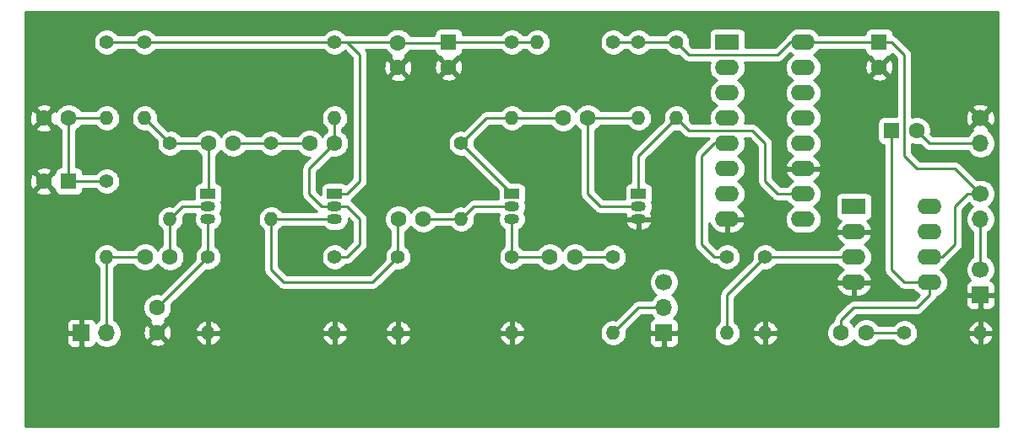
<source format=gbr>
%TF.GenerationSoftware,KiCad,Pcbnew,5.1.9+dfsg1-1+deb11u1*%
%TF.CreationDate,2023-01-16T13:11:19+01:00*%
%TF.ProjectId,bat-detector,6261742d-6465-4746-9563-746f722e6b69,rev?*%
%TF.SameCoordinates,Original*%
%TF.FileFunction,Copper,L2,Bot*%
%TF.FilePolarity,Positive*%
%FSLAX46Y46*%
G04 Gerber Fmt 4.6, Leading zero omitted, Abs format (unit mm)*
G04 Created by KiCad (PCBNEW 5.1.9+dfsg1-1+deb11u1) date 2023-01-16 13:11:19*
%MOMM*%
%LPD*%
G01*
G04 APERTURE LIST*
%TA.AperFunction,ComponentPad*%
%ADD10C,1.700000*%
%TD*%
%TA.AperFunction,ComponentPad*%
%ADD11R,1.700000X1.700000*%
%TD*%
%TA.AperFunction,ComponentPad*%
%ADD12C,1.600000*%
%TD*%
%TA.AperFunction,ComponentPad*%
%ADD13R,1.600000X1.600000*%
%TD*%
%TA.AperFunction,ComponentPad*%
%ADD14O,1.700000X1.700000*%
%TD*%
%TA.AperFunction,ComponentPad*%
%ADD15R,1.500000X1.050000*%
%TD*%
%TA.AperFunction,ComponentPad*%
%ADD16O,1.500000X1.050000*%
%TD*%
%TA.AperFunction,ComponentPad*%
%ADD17C,1.400000*%
%TD*%
%TA.AperFunction,ComponentPad*%
%ADD18O,1.400000X1.400000*%
%TD*%
%TA.AperFunction,ComponentPad*%
%ADD19R,2.400000X1.600000*%
%TD*%
%TA.AperFunction,ComponentPad*%
%ADD20O,2.400000X1.600000*%
%TD*%
%TA.AperFunction,Conductor*%
%ADD21C,0.250000*%
%TD*%
%TA.AperFunction,Conductor*%
%ADD22C,0.254000*%
%TD*%
%TA.AperFunction,Conductor*%
%ADD23C,0.100000*%
%TD*%
G04 APERTURE END LIST*
D10*
%TO.P,BT1,1*%
%TO.N,Net-(BT1-Pad1)*%
X134620000Y-68580000D03*
D11*
%TO.P,BT1,2*%
%TO.N,GND*%
X134620000Y-71120000D03*
%TD*%
D12*
%TO.P,C1,2*%
%TO.N,Net-(C1-Pad2)*%
X76200000Y-45760000D03*
%TO.P,C1,1*%
%TO.N,GND*%
X76200000Y-48260000D03*
%TD*%
D13*
%TO.P,C2,1*%
%TO.N,Net-(C1-Pad2)*%
X81280000Y-45720000D03*
D12*
%TO.P,C2,2*%
%TO.N,GND*%
X81280000Y-48220000D03*
%TD*%
%TO.P,C3,2*%
%TO.N,GND*%
X40680000Y-53340000D03*
%TO.P,C3,1*%
%TO.N,Net-(C3-Pad1)*%
X43180000Y-53340000D03*
%TD*%
%TO.P,C4,1*%
%TO.N,Net-(C4-Pad1)*%
X59690000Y-55880000D03*
%TO.P,C4,2*%
%TO.N,Net-(C4-Pad2)*%
X57190000Y-55880000D03*
%TD*%
%TO.P,C5,2*%
%TO.N,Net-(C4-Pad1)*%
X67350000Y-55880000D03*
%TO.P,C5,1*%
%TO.N,Net-(C5-Pad1)*%
X69850000Y-55880000D03*
%TD*%
%TO.P,C6,1*%
%TO.N,Net-(C6-Pad1)*%
X95250000Y-53340000D03*
%TO.P,C6,2*%
%TO.N,Net-(C6-Pad2)*%
X92750000Y-53340000D03*
%TD*%
D13*
%TO.P,C7,1*%
%TO.N,Net-(C3-Pad1)*%
X43180000Y-59690000D03*
D12*
%TO.P,C7,2*%
%TO.N,GND*%
X40680000Y-59690000D03*
%TD*%
%TO.P,C8,1*%
%TO.N,Net-(C8-Pad1)*%
X53340000Y-67310000D03*
%TO.P,C8,2*%
%TO.N,Net-(C8-Pad2)*%
X50840000Y-67310000D03*
%TD*%
%TO.P,C9,2*%
%TO.N,Net-(C9-Pad2)*%
X76240000Y-63500000D03*
%TO.P,C9,1*%
%TO.N,Net-(C9-Pad1)*%
X78740000Y-63500000D03*
%TD*%
%TO.P,C10,2*%
%TO.N,Net-(C10-Pad2)*%
X91440000Y-67310000D03*
%TO.P,C10,1*%
%TO.N,Net-(C10-Pad1)*%
X93940000Y-67310000D03*
%TD*%
%TO.P,C11,1*%
%TO.N,Net-(C11-Pad1)*%
X52070000Y-72390000D03*
%TO.P,C11,2*%
%TO.N,GND*%
X52070000Y-74890000D03*
%TD*%
%TO.P,C12,2*%
%TO.N,GND*%
X124460000Y-48220000D03*
D13*
%TO.P,C12,1*%
%TO.N,Net-(C12-Pad1)*%
X124460000Y-45720000D03*
%TD*%
%TO.P,C13,1*%
%TO.N,Net-(C13-Pad1)*%
X125730000Y-54610000D03*
D12*
%TO.P,C13,2*%
%TO.N,Net-(C13-Pad2)*%
X128230000Y-54610000D03*
%TD*%
%TO.P,C14,1*%
%TO.N,Net-(C14-Pad1)*%
X123150000Y-74930000D03*
%TO.P,C14,2*%
%TO.N,Net-(C13-Pad1)*%
X120650000Y-74930000D03*
%TD*%
D10*
%TO.P,LS1,1*%
%TO.N,GND*%
X134620000Y-53340000D03*
D14*
%TO.P,LS1,2*%
%TO.N,Net-(C13-Pad2)*%
X134620000Y-55880000D03*
%TD*%
%TO.P,MIC,2*%
%TO.N,Net-(C8-Pad2)*%
X46990000Y-74930000D03*
D11*
%TO.P,MIC,1*%
%TO.N,GND*%
X44450000Y-74930000D03*
%TD*%
D15*
%TO.P,Q1,1*%
%TO.N,Net-(C4-Pad2)*%
X57150000Y-60960000D03*
D16*
%TO.P,Q1,3*%
%TO.N,Net-(C11-Pad1)*%
X57150000Y-63500000D03*
%TO.P,Q1,2*%
%TO.N,Net-(C8-Pad1)*%
X57150000Y-62230000D03*
%TD*%
%TO.P,Q2,2*%
%TO.N,Net-(C5-Pad1)*%
X69850000Y-62230000D03*
%TO.P,Q2,3*%
%TO.N,Net-(C9-Pad2)*%
X69850000Y-63500000D03*
D15*
%TO.P,Q2,1*%
%TO.N,Net-(C1-Pad2)*%
X69850000Y-60960000D03*
%TD*%
D16*
%TO.P,Q3,2*%
%TO.N,Net-(C9-Pad1)*%
X87630000Y-62230000D03*
%TO.P,Q3,3*%
%TO.N,Net-(C10-Pad2)*%
X87630000Y-63500000D03*
D15*
%TO.P,Q3,1*%
%TO.N,Net-(C6-Pad2)*%
X87630000Y-60960000D03*
%TD*%
%TO.P,Q4,1*%
%TO.N,Net-(Q4-Pad1)*%
X100330000Y-60960000D03*
D16*
%TO.P,Q4,3*%
%TO.N,GND*%
X100330000Y-63500000D03*
%TO.P,Q4,2*%
%TO.N,Net-(C6-Pad1)*%
X100330000Y-62230000D03*
%TD*%
D17*
%TO.P,R1,1*%
%TO.N,Net-(C12-Pad1)*%
X97790000Y-45720000D03*
D18*
%TO.P,R1,2*%
%TO.N,Net-(C1-Pad2)*%
X90170000Y-45720000D03*
%TD*%
%TO.P,R2,2*%
%TO.N,Net-(C3-Pad1)*%
X46990000Y-53340000D03*
D17*
%TO.P,R2,1*%
%TO.N,Net-(C1-Pad2)*%
X46990000Y-45720000D03*
%TD*%
D18*
%TO.P,R3,2*%
%TO.N,Net-(C4-Pad2)*%
X50800000Y-53340000D03*
D17*
%TO.P,R3,1*%
%TO.N,Net-(C1-Pad2)*%
X50800000Y-45720000D03*
%TD*%
D18*
%TO.P,R4,2*%
%TO.N,Net-(C5-Pad1)*%
X69850000Y-53340000D03*
D17*
%TO.P,R4,1*%
%TO.N,Net-(C1-Pad2)*%
X69850000Y-45720000D03*
%TD*%
D18*
%TO.P,R5,2*%
%TO.N,Net-(C6-Pad2)*%
X87630000Y-53340000D03*
D17*
%TO.P,R5,1*%
%TO.N,Net-(C1-Pad2)*%
X87630000Y-45720000D03*
%TD*%
%TO.P,R6,1*%
%TO.N,Net-(C12-Pad1)*%
X100330000Y-45720000D03*
D18*
%TO.P,R6,2*%
%TO.N,Net-(C6-Pad1)*%
X100330000Y-53340000D03*
%TD*%
D17*
%TO.P,R7,1*%
%TO.N,Net-(C12-Pad1)*%
X104140000Y-45720000D03*
D18*
%TO.P,R7,2*%
%TO.N,Net-(Q4-Pad1)*%
X104140000Y-53340000D03*
%TD*%
%TO.P,R8,2*%
%TO.N,Net-(C8-Pad1)*%
X53340000Y-63500000D03*
D17*
%TO.P,R8,1*%
%TO.N,Net-(C4-Pad2)*%
X53340000Y-55880000D03*
%TD*%
D18*
%TO.P,R9,2*%
%TO.N,Net-(C9-Pad1)*%
X82550000Y-63500000D03*
D17*
%TO.P,R9,1*%
%TO.N,Net-(C6-Pad2)*%
X82550000Y-55880000D03*
%TD*%
%TO.P,R10,1*%
%TO.N,Net-(C3-Pad1)*%
X46990000Y-59690000D03*
D18*
%TO.P,R10,2*%
%TO.N,Net-(C8-Pad2)*%
X46990000Y-67310000D03*
%TD*%
%TO.P,R11,2*%
%TO.N,Net-(R11-Pad2)*%
X97790000Y-74930000D03*
D17*
%TO.P,R11,1*%
%TO.N,Net-(C10-Pad1)*%
X97790000Y-67310000D03*
%TD*%
D18*
%TO.P,R12,2*%
%TO.N,Net-(R12-Pad2)*%
X109220000Y-74930000D03*
D17*
%TO.P,R12,1*%
%TO.N,Net-(R12-Pad1)*%
X109220000Y-67310000D03*
%TD*%
%TO.P,R13,1*%
%TO.N,Net-(C4-Pad1)*%
X63500000Y-55880000D03*
D18*
%TO.P,R13,2*%
%TO.N,Net-(C9-Pad2)*%
X63500000Y-63500000D03*
%TD*%
D17*
%TO.P,R14,1*%
%TO.N,Net-(C11-Pad1)*%
X57150000Y-67310000D03*
D18*
%TO.P,R14,2*%
%TO.N,GND*%
X57150000Y-74930000D03*
%TD*%
D17*
%TO.P,R15,1*%
%TO.N,Net-(C5-Pad1)*%
X69850000Y-67310000D03*
D18*
%TO.P,R15,2*%
%TO.N,GND*%
X69850000Y-74930000D03*
%TD*%
%TO.P,R16,2*%
%TO.N,GND*%
X76200000Y-74930000D03*
D17*
%TO.P,R16,1*%
%TO.N,Net-(C9-Pad2)*%
X76200000Y-67310000D03*
%TD*%
%TO.P,R17,1*%
%TO.N,Net-(C10-Pad2)*%
X87630000Y-67310000D03*
D18*
%TO.P,R17,2*%
%TO.N,GND*%
X87630000Y-74930000D03*
%TD*%
D17*
%TO.P,R18,1*%
%TO.N,Net-(R12-Pad2)*%
X113030000Y-67310000D03*
D18*
%TO.P,R18,2*%
%TO.N,GND*%
X113030000Y-74930000D03*
%TD*%
%TO.P,R19,2*%
%TO.N,GND*%
X134620000Y-74930000D03*
D17*
%TO.P,R19,1*%
%TO.N,Net-(C14-Pad1)*%
X127000000Y-74930000D03*
%TD*%
D10*
%TO.P,RV1,1*%
%TO.N,N/C*%
X102870000Y-69850000D03*
D14*
%TO.P,RV1,2*%
%TO.N,Net-(R11-Pad2)*%
X102870000Y-72390000D03*
D11*
%TO.P,RV1,3*%
%TO.N,GND*%
X102870000Y-74930000D03*
%TD*%
D14*
%TO.P,SW1,2*%
%TO.N,Net-(BT1-Pad1)*%
X134620000Y-63500000D03*
D10*
%TO.P,SW1,1*%
%TO.N,Net-(C12-Pad1)*%
X134620000Y-60960000D03*
%TD*%
D19*
%TO.P,U1,1*%
%TO.N,N/C*%
X109220000Y-45720000D03*
D20*
%TO.P,U1,9*%
X116840000Y-63500000D03*
%TO.P,U1,2*%
X109220000Y-48260000D03*
%TO.P,U1,10*%
%TO.N,Net-(Q4-Pad1)*%
X116840000Y-60960000D03*
%TO.P,U1,3*%
%TO.N,N/C*%
X109220000Y-50800000D03*
%TO.P,U1,11*%
%TO.N,GND*%
X116840000Y-58420000D03*
%TO.P,U1,4*%
%TO.N,N/C*%
X109220000Y-53340000D03*
%TO.P,U1,12*%
X116840000Y-55880000D03*
%TO.P,U1,5*%
%TO.N,Net-(R12-Pad1)*%
X109220000Y-55880000D03*
%TO.P,U1,13*%
%TO.N,N/C*%
X116840000Y-53340000D03*
%TO.P,U1,6*%
X109220000Y-58420000D03*
%TO.P,U1,14*%
X116840000Y-50800000D03*
%TO.P,U1,7*%
X109220000Y-60960000D03*
%TO.P,U1,15*%
X116840000Y-48260000D03*
%TO.P,U1,8*%
%TO.N,GND*%
X109220000Y-63500000D03*
%TO.P,U1,16*%
%TO.N,Net-(C12-Pad1)*%
X116840000Y-45720000D03*
%TD*%
D19*
%TO.P,U2,1*%
%TO.N,N/C*%
X121920000Y-62230000D03*
D20*
%TO.P,U2,5*%
%TO.N,Net-(C13-Pad1)*%
X129540000Y-69850000D03*
%TO.P,U2,2*%
%TO.N,GND*%
X121920000Y-64770000D03*
%TO.P,U2,6*%
%TO.N,Net-(C12-Pad1)*%
X129540000Y-67310000D03*
%TO.P,U2,3*%
%TO.N,Net-(R12-Pad2)*%
X121920000Y-67310000D03*
%TO.P,U2,7*%
%TO.N,N/C*%
X129540000Y-64770000D03*
%TO.P,U2,4*%
%TO.N,GND*%
X121920000Y-69850000D03*
%TO.P,U2,8*%
%TO.N,N/C*%
X129540000Y-62230000D03*
%TD*%
D21*
%TO.N,Net-(BT1-Pad1)*%
X134620000Y-68580000D02*
X134620000Y-63500000D01*
%TO.N,Net-(C1-Pad2)*%
X46990000Y-45720000D02*
X50800000Y-45720000D01*
X50800000Y-45720000D02*
X69850000Y-45720000D01*
X76160000Y-45720000D02*
X76200000Y-45760000D01*
X69850000Y-45720000D02*
X76160000Y-45720000D01*
X81240000Y-45760000D02*
X81280000Y-45720000D01*
X76200000Y-45760000D02*
X81240000Y-45760000D01*
X81280000Y-45720000D02*
X87630000Y-45720000D01*
X87630000Y-45720000D02*
X90170000Y-45720000D01*
X69850000Y-45720000D02*
X71120000Y-45720000D01*
X71120000Y-45720000D02*
X72390000Y-46990000D01*
X72390000Y-46990000D02*
X72390000Y-59690000D01*
X71120000Y-60960000D02*
X69850000Y-60960000D01*
X72390000Y-59690000D02*
X71120000Y-60960000D01*
%TO.N,Net-(C3-Pad1)*%
X46990000Y-59690000D02*
X43180000Y-59690000D01*
X46990000Y-53340000D02*
X43180000Y-53340000D01*
X43180000Y-53340000D02*
X43180000Y-59690000D01*
%TO.N,Net-(C4-Pad1)*%
X67350000Y-55880000D02*
X63500000Y-55880000D01*
X63500000Y-55880000D02*
X59690000Y-55880000D01*
%TO.N,Net-(C4-Pad2)*%
X50800000Y-53340000D02*
X53340000Y-55880000D01*
X53340000Y-55880000D02*
X57190000Y-55880000D01*
X57190000Y-60920000D02*
X57150000Y-60960000D01*
X57190000Y-55880000D02*
X57190000Y-60920000D01*
%TO.N,Net-(C5-Pad1)*%
X69850000Y-53340000D02*
X69850000Y-55880000D01*
X67310000Y-58420000D02*
X69850000Y-55880000D01*
X67310000Y-60960000D02*
X67310000Y-58420000D01*
X68580000Y-62230000D02*
X67310000Y-60960000D01*
X69850000Y-62230000D02*
X68580000Y-62230000D01*
X69850000Y-67310000D02*
X71120000Y-67310000D01*
X71120000Y-67310000D02*
X72390000Y-66040000D01*
X72390000Y-66040000D02*
X72390000Y-63500000D01*
X72390000Y-63500000D02*
X71120000Y-62230000D01*
X71120000Y-62230000D02*
X69850000Y-62230000D01*
%TO.N,Net-(C6-Pad1)*%
X95250000Y-53340000D02*
X100330000Y-53340000D01*
X100330000Y-62230000D02*
X96520000Y-62230000D01*
X95250000Y-60960000D02*
X95250000Y-53340000D01*
X96520000Y-62230000D02*
X95250000Y-60960000D01*
%TO.N,Net-(C6-Pad2)*%
X87630000Y-60960000D02*
X82550000Y-55880000D01*
X85090000Y-53340000D02*
X87630000Y-53340000D01*
X82550000Y-55880000D02*
X85090000Y-53340000D01*
X87630000Y-53340000D02*
X92750000Y-53340000D01*
%TO.N,Net-(C8-Pad1)*%
X54610000Y-62230000D02*
X53340000Y-63500000D01*
X57150000Y-62230000D02*
X54610000Y-62230000D01*
X53340000Y-63500000D02*
X53340000Y-67310000D01*
%TO.N,Net-(C8-Pad2)*%
X46990000Y-74930000D02*
X46990000Y-67310000D01*
X46990000Y-67310000D02*
X50840000Y-67310000D01*
%TO.N,Net-(C9-Pad2)*%
X63500000Y-63500000D02*
X63500000Y-68580000D01*
X63500000Y-68580000D02*
X64770000Y-69850000D01*
X73660000Y-69850000D02*
X76200000Y-67310000D01*
X64770000Y-69850000D02*
X73660000Y-69850000D01*
X76200000Y-63540000D02*
X76240000Y-63500000D01*
X76200000Y-67310000D02*
X76200000Y-63540000D01*
X69850000Y-63500000D02*
X63500000Y-63500000D01*
%TO.N,Net-(C9-Pad1)*%
X78740000Y-63500000D02*
X82550000Y-63500000D01*
X83820000Y-62230000D02*
X87630000Y-62230000D01*
X82550000Y-63500000D02*
X83820000Y-62230000D01*
%TO.N,Net-(C10-Pad2)*%
X87630000Y-63500000D02*
X87630000Y-67310000D01*
X87630000Y-67310000D02*
X91440000Y-67310000D01*
%TO.N,Net-(C10-Pad1)*%
X93940000Y-67310000D02*
X97790000Y-67310000D01*
%TO.N,Net-(C11-Pad1)*%
X57150000Y-63500000D02*
X57150000Y-67310000D01*
X57150000Y-67310000D02*
X52070000Y-72390000D01*
%TO.N,Net-(C12-Pad1)*%
X97790000Y-45720000D02*
X100330000Y-45720000D01*
X100330000Y-45720000D02*
X104140000Y-45720000D01*
X104140000Y-45720000D02*
X105410000Y-46990000D01*
X105410000Y-46990000D02*
X114300000Y-46990000D01*
X114300000Y-46990000D02*
X115570000Y-45720000D01*
X115570000Y-45720000D02*
X116840000Y-45720000D01*
X116840000Y-45720000D02*
X124460000Y-45720000D01*
X132080000Y-58420000D02*
X134620000Y-60960000D01*
X128270000Y-58420000D02*
X132080000Y-58420000D01*
X127000000Y-57150000D02*
X128270000Y-58420000D01*
X127000000Y-46990000D02*
X127000000Y-57150000D01*
X125730000Y-45720000D02*
X127000000Y-46990000D01*
X124460000Y-45720000D02*
X125730000Y-45720000D01*
X129540000Y-67310000D02*
X130810000Y-67310000D01*
X130810000Y-67310000D02*
X132080000Y-66040000D01*
X132080000Y-66040000D02*
X132080000Y-62230000D01*
X133350000Y-60960000D02*
X134620000Y-60960000D01*
X132080000Y-62230000D02*
X133350000Y-60960000D01*
%TO.N,Net-(C13-Pad1)*%
X125730000Y-54610000D02*
X125730000Y-68580000D01*
X125730000Y-68580000D02*
X127000000Y-69850000D01*
X127000000Y-69850000D02*
X129540000Y-69850000D01*
X120650000Y-74930000D02*
X120650000Y-73660000D01*
X120650000Y-73660000D02*
X121920000Y-72390000D01*
X121920000Y-72390000D02*
X128270000Y-72390000D01*
X129540000Y-71120000D02*
X129540000Y-69850000D01*
X128270000Y-72390000D02*
X129540000Y-71120000D01*
%TO.N,Net-(C13-Pad2)*%
X129500000Y-55880000D02*
X128230000Y-54610000D01*
X134620000Y-55880000D02*
X129500000Y-55880000D01*
%TO.N,Net-(C14-Pad1)*%
X123150000Y-74930000D02*
X127000000Y-74930000D01*
%TO.N,Net-(Q4-Pad1)*%
X100330000Y-57150000D02*
X104140000Y-53340000D01*
X100330000Y-60960000D02*
X100330000Y-57150000D01*
X104140000Y-53340000D02*
X105410000Y-54610000D01*
X105410000Y-54610000D02*
X111760000Y-54610000D01*
X111760000Y-54610000D02*
X113030000Y-55880000D01*
X113030000Y-55880000D02*
X113030000Y-59690000D01*
X113030000Y-59690000D02*
X114300000Y-60960000D01*
X114300000Y-60960000D02*
X116840000Y-60960000D01*
%TO.N,Net-(R11-Pad2)*%
X100330000Y-72390000D02*
X102870000Y-72390000D01*
X97790000Y-74930000D02*
X100330000Y-72390000D01*
%TO.N,Net-(R12-Pad2)*%
X109220000Y-71120000D02*
X113030000Y-67310000D01*
X109220000Y-74930000D02*
X109220000Y-71120000D01*
X113030000Y-67310000D02*
X121920000Y-67310000D01*
%TO.N,Net-(R12-Pad1)*%
X109220000Y-55880000D02*
X107950000Y-55880000D01*
X107950000Y-55880000D02*
X106680000Y-57150000D01*
X106680000Y-57150000D02*
X106680000Y-66040000D01*
X107950000Y-67310000D02*
X109220000Y-67310000D01*
X106680000Y-66040000D02*
X107950000Y-67310000D01*
%TD*%
D22*
%TO.N,GND*%
X136398000Y-84328000D02*
X38862000Y-84328000D01*
X38862000Y-75780000D01*
X42961928Y-75780000D01*
X42974188Y-75904482D01*
X43010498Y-76024180D01*
X43069463Y-76134494D01*
X43148815Y-76231185D01*
X43245506Y-76310537D01*
X43355820Y-76369502D01*
X43475518Y-76405812D01*
X43600000Y-76418072D01*
X44164250Y-76415000D01*
X44323000Y-76256250D01*
X44323000Y-75057000D01*
X43123750Y-75057000D01*
X42965000Y-75215750D01*
X42961928Y-75780000D01*
X38862000Y-75780000D01*
X38862000Y-74080000D01*
X42961928Y-74080000D01*
X42965000Y-74644250D01*
X43123750Y-74803000D01*
X44323000Y-74803000D01*
X44323000Y-73603750D01*
X44577000Y-73603750D01*
X44577000Y-74803000D01*
X44597000Y-74803000D01*
X44597000Y-75057000D01*
X44577000Y-75057000D01*
X44577000Y-76256250D01*
X44735750Y-76415000D01*
X45300000Y-76418072D01*
X45424482Y-76405812D01*
X45544180Y-76369502D01*
X45654494Y-76310537D01*
X45751185Y-76231185D01*
X45830537Y-76134494D01*
X45889502Y-76024180D01*
X45911513Y-75951620D01*
X46043368Y-76083475D01*
X46286589Y-76245990D01*
X46556842Y-76357932D01*
X46843740Y-76415000D01*
X47136260Y-76415000D01*
X47423158Y-76357932D01*
X47693411Y-76245990D01*
X47936632Y-76083475D01*
X48137405Y-75882702D01*
X51256903Y-75882702D01*
X51328486Y-76126671D01*
X51583996Y-76247571D01*
X51858184Y-76316300D01*
X52140512Y-76330217D01*
X52420130Y-76288787D01*
X52686292Y-76193603D01*
X52811514Y-76126671D01*
X52883097Y-75882702D01*
X52070000Y-75069605D01*
X51256903Y-75882702D01*
X48137405Y-75882702D01*
X48143475Y-75876632D01*
X48305990Y-75633411D01*
X48417932Y-75363158D01*
X48475000Y-75076260D01*
X48475000Y-74960512D01*
X50629783Y-74960512D01*
X50671213Y-75240130D01*
X50766397Y-75506292D01*
X50833329Y-75631514D01*
X51077298Y-75703097D01*
X51890395Y-74890000D01*
X52249605Y-74890000D01*
X53062702Y-75703097D01*
X53306671Y-75631514D01*
X53427571Y-75376004D01*
X53455814Y-75263330D01*
X55857278Y-75263330D01*
X55947147Y-75509123D01*
X56083241Y-75732660D01*
X56260330Y-75925351D01*
X56471608Y-76079792D01*
X56708956Y-76190047D01*
X56816671Y-76222716D01*
X57023000Y-76099374D01*
X57023000Y-75057000D01*
X57277000Y-75057000D01*
X57277000Y-76099374D01*
X57483329Y-76222716D01*
X57591044Y-76190047D01*
X57828392Y-76079792D01*
X58039670Y-75925351D01*
X58216759Y-75732660D01*
X58352853Y-75509123D01*
X58442722Y-75263330D01*
X68557278Y-75263330D01*
X68647147Y-75509123D01*
X68783241Y-75732660D01*
X68960330Y-75925351D01*
X69171608Y-76079792D01*
X69408956Y-76190047D01*
X69516671Y-76222716D01*
X69723000Y-76099374D01*
X69723000Y-75057000D01*
X69977000Y-75057000D01*
X69977000Y-76099374D01*
X70183329Y-76222716D01*
X70291044Y-76190047D01*
X70528392Y-76079792D01*
X70739670Y-75925351D01*
X70916759Y-75732660D01*
X71052853Y-75509123D01*
X71142722Y-75263330D01*
X74907278Y-75263330D01*
X74997147Y-75509123D01*
X75133241Y-75732660D01*
X75310330Y-75925351D01*
X75521608Y-76079792D01*
X75758956Y-76190047D01*
X75866671Y-76222716D01*
X76073000Y-76099374D01*
X76073000Y-75057000D01*
X76327000Y-75057000D01*
X76327000Y-76099374D01*
X76533329Y-76222716D01*
X76641044Y-76190047D01*
X76878392Y-76079792D01*
X77089670Y-75925351D01*
X77266759Y-75732660D01*
X77402853Y-75509123D01*
X77492722Y-75263330D01*
X86337278Y-75263330D01*
X86427147Y-75509123D01*
X86563241Y-75732660D01*
X86740330Y-75925351D01*
X86951608Y-76079792D01*
X87188956Y-76190047D01*
X87296671Y-76222716D01*
X87503000Y-76099374D01*
X87503000Y-75057000D01*
X87757000Y-75057000D01*
X87757000Y-76099374D01*
X87963329Y-76222716D01*
X88071044Y-76190047D01*
X88308392Y-76079792D01*
X88519670Y-75925351D01*
X88696759Y-75732660D01*
X88832853Y-75509123D01*
X88922722Y-75263330D01*
X88800201Y-75057000D01*
X87757000Y-75057000D01*
X87503000Y-75057000D01*
X86459799Y-75057000D01*
X86337278Y-75263330D01*
X77492722Y-75263330D01*
X77370201Y-75057000D01*
X76327000Y-75057000D01*
X76073000Y-75057000D01*
X75029799Y-75057000D01*
X74907278Y-75263330D01*
X71142722Y-75263330D01*
X71020201Y-75057000D01*
X69977000Y-75057000D01*
X69723000Y-75057000D01*
X68679799Y-75057000D01*
X68557278Y-75263330D01*
X58442722Y-75263330D01*
X58320201Y-75057000D01*
X57277000Y-75057000D01*
X57023000Y-75057000D01*
X55979799Y-75057000D01*
X55857278Y-75263330D01*
X53455814Y-75263330D01*
X53496300Y-75101816D01*
X53510217Y-74819488D01*
X53477203Y-74596670D01*
X55857278Y-74596670D01*
X55979799Y-74803000D01*
X57023000Y-74803000D01*
X57023000Y-73760626D01*
X57277000Y-73760626D01*
X57277000Y-74803000D01*
X58320201Y-74803000D01*
X58442722Y-74596670D01*
X68557278Y-74596670D01*
X68679799Y-74803000D01*
X69723000Y-74803000D01*
X69723000Y-73760626D01*
X69977000Y-73760626D01*
X69977000Y-74803000D01*
X71020201Y-74803000D01*
X71142722Y-74596670D01*
X74907278Y-74596670D01*
X75029799Y-74803000D01*
X76073000Y-74803000D01*
X76073000Y-73760626D01*
X76327000Y-73760626D01*
X76327000Y-74803000D01*
X77370201Y-74803000D01*
X77492722Y-74596670D01*
X86337278Y-74596670D01*
X86459799Y-74803000D01*
X87503000Y-74803000D01*
X87503000Y-73760626D01*
X87757000Y-73760626D01*
X87757000Y-74803000D01*
X88800201Y-74803000D01*
X88802864Y-74798514D01*
X96455000Y-74798514D01*
X96455000Y-75061486D01*
X96506304Y-75319405D01*
X96606939Y-75562359D01*
X96753038Y-75781013D01*
X96938987Y-75966962D01*
X97157641Y-76113061D01*
X97400595Y-76213696D01*
X97658514Y-76265000D01*
X97921486Y-76265000D01*
X98179405Y-76213696D01*
X98422359Y-76113061D01*
X98641013Y-75966962D01*
X98826962Y-75781013D01*
X98827638Y-75780000D01*
X101381928Y-75780000D01*
X101394188Y-75904482D01*
X101430498Y-76024180D01*
X101489463Y-76134494D01*
X101568815Y-76231185D01*
X101665506Y-76310537D01*
X101775820Y-76369502D01*
X101895518Y-76405812D01*
X102020000Y-76418072D01*
X102584250Y-76415000D01*
X102743000Y-76256250D01*
X102743000Y-75057000D01*
X102997000Y-75057000D01*
X102997000Y-76256250D01*
X103155750Y-76415000D01*
X103720000Y-76418072D01*
X103844482Y-76405812D01*
X103964180Y-76369502D01*
X104074494Y-76310537D01*
X104171185Y-76231185D01*
X104250537Y-76134494D01*
X104309502Y-76024180D01*
X104345812Y-75904482D01*
X104358072Y-75780000D01*
X104355000Y-75215750D01*
X104196250Y-75057000D01*
X102997000Y-75057000D01*
X102743000Y-75057000D01*
X101543750Y-75057000D01*
X101385000Y-75215750D01*
X101381928Y-75780000D01*
X98827638Y-75780000D01*
X98973061Y-75562359D01*
X99073696Y-75319405D01*
X99125000Y-75061486D01*
X99125000Y-74798514D01*
X99103645Y-74691157D01*
X100644803Y-73150000D01*
X101591822Y-73150000D01*
X101716525Y-73336632D01*
X101848380Y-73468487D01*
X101775820Y-73490498D01*
X101665506Y-73549463D01*
X101568815Y-73628815D01*
X101489463Y-73725506D01*
X101430498Y-73835820D01*
X101394188Y-73955518D01*
X101381928Y-74080000D01*
X101385000Y-74644250D01*
X101543750Y-74803000D01*
X102743000Y-74803000D01*
X102743000Y-74783000D01*
X102997000Y-74783000D01*
X102997000Y-74803000D01*
X104196250Y-74803000D01*
X104200736Y-74798514D01*
X107885000Y-74798514D01*
X107885000Y-75061486D01*
X107936304Y-75319405D01*
X108036939Y-75562359D01*
X108183038Y-75781013D01*
X108368987Y-75966962D01*
X108587641Y-76113061D01*
X108830595Y-76213696D01*
X109088514Y-76265000D01*
X109351486Y-76265000D01*
X109609405Y-76213696D01*
X109852359Y-76113061D01*
X110071013Y-75966962D01*
X110256962Y-75781013D01*
X110403061Y-75562359D01*
X110503696Y-75319405D01*
X110514850Y-75263330D01*
X111737278Y-75263330D01*
X111827147Y-75509123D01*
X111963241Y-75732660D01*
X112140330Y-75925351D01*
X112351608Y-76079792D01*
X112588956Y-76190047D01*
X112696671Y-76222716D01*
X112903000Y-76099374D01*
X112903000Y-75057000D01*
X113157000Y-75057000D01*
X113157000Y-76099374D01*
X113363329Y-76222716D01*
X113471044Y-76190047D01*
X113708392Y-76079792D01*
X113919670Y-75925351D01*
X114096759Y-75732660D01*
X114232853Y-75509123D01*
X114322722Y-75263330D01*
X114200201Y-75057000D01*
X113157000Y-75057000D01*
X112903000Y-75057000D01*
X111859799Y-75057000D01*
X111737278Y-75263330D01*
X110514850Y-75263330D01*
X110555000Y-75061486D01*
X110555000Y-74798514D01*
X110514851Y-74596670D01*
X111737278Y-74596670D01*
X111859799Y-74803000D01*
X112903000Y-74803000D01*
X112903000Y-73760626D01*
X113157000Y-73760626D01*
X113157000Y-74803000D01*
X114200201Y-74803000D01*
X114322722Y-74596670D01*
X114232853Y-74350877D01*
X114096759Y-74127340D01*
X113919670Y-73934649D01*
X113708392Y-73780208D01*
X113471044Y-73669953D01*
X113363329Y-73637284D01*
X113157000Y-73760626D01*
X112903000Y-73760626D01*
X112696671Y-73637284D01*
X112588956Y-73669953D01*
X112351608Y-73780208D01*
X112140330Y-73934649D01*
X111963241Y-74127340D01*
X111827147Y-74350877D01*
X111737278Y-74596670D01*
X110514851Y-74596670D01*
X110503696Y-74540595D01*
X110403061Y-74297641D01*
X110256962Y-74078987D01*
X110071013Y-73893038D01*
X109980000Y-73832225D01*
X109980000Y-71434801D01*
X111215762Y-70199039D01*
X120128096Y-70199039D01*
X120145633Y-70281818D01*
X120256285Y-70541646D01*
X120415500Y-70774895D01*
X120617161Y-70972601D01*
X120853517Y-71127166D01*
X121115486Y-71232650D01*
X121393000Y-71285000D01*
X121793000Y-71285000D01*
X121793000Y-69977000D01*
X122047000Y-69977000D01*
X122047000Y-71285000D01*
X122447000Y-71285000D01*
X122724514Y-71232650D01*
X122986483Y-71127166D01*
X123222839Y-70972601D01*
X123424500Y-70774895D01*
X123583715Y-70541646D01*
X123694367Y-70281818D01*
X123711904Y-70199039D01*
X123589915Y-69977000D01*
X122047000Y-69977000D01*
X121793000Y-69977000D01*
X120250085Y-69977000D01*
X120128096Y-70199039D01*
X111215762Y-70199039D01*
X112791157Y-68623645D01*
X112898514Y-68645000D01*
X113161486Y-68645000D01*
X113419405Y-68593696D01*
X113662359Y-68493061D01*
X113881013Y-68346962D01*
X114066962Y-68161013D01*
X114127775Y-68070000D01*
X120299099Y-68070000D01*
X120321068Y-68111101D01*
X120500392Y-68329608D01*
X120718899Y-68508932D01*
X120846741Y-68577265D01*
X120617161Y-68727399D01*
X120415500Y-68925105D01*
X120256285Y-69158354D01*
X120145633Y-69418182D01*
X120128096Y-69500961D01*
X120250085Y-69723000D01*
X121793000Y-69723000D01*
X121793000Y-69703000D01*
X122047000Y-69703000D01*
X122047000Y-69723000D01*
X123589915Y-69723000D01*
X123711904Y-69500961D01*
X123694367Y-69418182D01*
X123583715Y-69158354D01*
X123424500Y-68925105D01*
X123222839Y-68727399D01*
X122993259Y-68577265D01*
X123121101Y-68508932D01*
X123339608Y-68329608D01*
X123518932Y-68111101D01*
X123652182Y-67861808D01*
X123734236Y-67591309D01*
X123761943Y-67310000D01*
X123734236Y-67028691D01*
X123652182Y-66758192D01*
X123518932Y-66508899D01*
X123339608Y-66290392D01*
X123121101Y-66111068D01*
X122993259Y-66042735D01*
X123222839Y-65892601D01*
X123424500Y-65694895D01*
X123583715Y-65461646D01*
X123694367Y-65201818D01*
X123711904Y-65119039D01*
X123589915Y-64897000D01*
X122047000Y-64897000D01*
X122047000Y-64917000D01*
X121793000Y-64917000D01*
X121793000Y-64897000D01*
X120250085Y-64897000D01*
X120128096Y-65119039D01*
X120145633Y-65201818D01*
X120256285Y-65461646D01*
X120415500Y-65694895D01*
X120617161Y-65892601D01*
X120846741Y-66042735D01*
X120718899Y-66111068D01*
X120500392Y-66290392D01*
X120321068Y-66508899D01*
X120299099Y-66550000D01*
X114127775Y-66550000D01*
X114066962Y-66458987D01*
X113881013Y-66273038D01*
X113662359Y-66126939D01*
X113419405Y-66026304D01*
X113161486Y-65975000D01*
X112898514Y-65975000D01*
X112640595Y-66026304D01*
X112397641Y-66126939D01*
X112178987Y-66273038D01*
X111993038Y-66458987D01*
X111846939Y-66677641D01*
X111746304Y-66920595D01*
X111695000Y-67178514D01*
X111695000Y-67441486D01*
X111716355Y-67548843D01*
X108708998Y-70556201D01*
X108680000Y-70579999D01*
X108656202Y-70608997D01*
X108656201Y-70608998D01*
X108585026Y-70695724D01*
X108514454Y-70827754D01*
X108470998Y-70971015D01*
X108456324Y-71120000D01*
X108460001Y-71157332D01*
X108460000Y-73832225D01*
X108368987Y-73893038D01*
X108183038Y-74078987D01*
X108036939Y-74297641D01*
X107936304Y-74540595D01*
X107885000Y-74798514D01*
X104200736Y-74798514D01*
X104355000Y-74644250D01*
X104358072Y-74080000D01*
X104345812Y-73955518D01*
X104309502Y-73835820D01*
X104250537Y-73725506D01*
X104171185Y-73628815D01*
X104074494Y-73549463D01*
X103964180Y-73490498D01*
X103891620Y-73468487D01*
X104023475Y-73336632D01*
X104185990Y-73093411D01*
X104297932Y-72823158D01*
X104355000Y-72536260D01*
X104355000Y-72243740D01*
X104297932Y-71956842D01*
X104185990Y-71686589D01*
X104023475Y-71443368D01*
X103816632Y-71236525D01*
X103642240Y-71120000D01*
X103816632Y-71003475D01*
X104023475Y-70796632D01*
X104185990Y-70553411D01*
X104297932Y-70283158D01*
X104355000Y-69996260D01*
X104355000Y-69703740D01*
X104297932Y-69416842D01*
X104185990Y-69146589D01*
X104023475Y-68903368D01*
X103816632Y-68696525D01*
X103573411Y-68534010D01*
X103303158Y-68422068D01*
X103016260Y-68365000D01*
X102723740Y-68365000D01*
X102436842Y-68422068D01*
X102166589Y-68534010D01*
X101923368Y-68696525D01*
X101716525Y-68903368D01*
X101554010Y-69146589D01*
X101442068Y-69416842D01*
X101385000Y-69703740D01*
X101385000Y-69996260D01*
X101442068Y-70283158D01*
X101554010Y-70553411D01*
X101716525Y-70796632D01*
X101923368Y-71003475D01*
X102097760Y-71120000D01*
X101923368Y-71236525D01*
X101716525Y-71443368D01*
X101591822Y-71630000D01*
X100367322Y-71630000D01*
X100329999Y-71626324D01*
X100292676Y-71630000D01*
X100292667Y-71630000D01*
X100181014Y-71640997D01*
X100037753Y-71684454D01*
X99905724Y-71755026D01*
X99905722Y-71755027D01*
X99905723Y-71755027D01*
X99818996Y-71826201D01*
X99818992Y-71826205D01*
X99789999Y-71849999D01*
X99766205Y-71878992D01*
X98028843Y-73616355D01*
X97921486Y-73595000D01*
X97658514Y-73595000D01*
X97400595Y-73646304D01*
X97157641Y-73746939D01*
X96938987Y-73893038D01*
X96753038Y-74078987D01*
X96606939Y-74297641D01*
X96506304Y-74540595D01*
X96455000Y-74798514D01*
X88802864Y-74798514D01*
X88922722Y-74596670D01*
X88832853Y-74350877D01*
X88696759Y-74127340D01*
X88519670Y-73934649D01*
X88308392Y-73780208D01*
X88071044Y-73669953D01*
X87963329Y-73637284D01*
X87757000Y-73760626D01*
X87503000Y-73760626D01*
X87296671Y-73637284D01*
X87188956Y-73669953D01*
X86951608Y-73780208D01*
X86740330Y-73934649D01*
X86563241Y-74127340D01*
X86427147Y-74350877D01*
X86337278Y-74596670D01*
X77492722Y-74596670D01*
X77402853Y-74350877D01*
X77266759Y-74127340D01*
X77089670Y-73934649D01*
X76878392Y-73780208D01*
X76641044Y-73669953D01*
X76533329Y-73637284D01*
X76327000Y-73760626D01*
X76073000Y-73760626D01*
X75866671Y-73637284D01*
X75758956Y-73669953D01*
X75521608Y-73780208D01*
X75310330Y-73934649D01*
X75133241Y-74127340D01*
X74997147Y-74350877D01*
X74907278Y-74596670D01*
X71142722Y-74596670D01*
X71052853Y-74350877D01*
X70916759Y-74127340D01*
X70739670Y-73934649D01*
X70528392Y-73780208D01*
X70291044Y-73669953D01*
X70183329Y-73637284D01*
X69977000Y-73760626D01*
X69723000Y-73760626D01*
X69516671Y-73637284D01*
X69408956Y-73669953D01*
X69171608Y-73780208D01*
X68960330Y-73934649D01*
X68783241Y-74127340D01*
X68647147Y-74350877D01*
X68557278Y-74596670D01*
X58442722Y-74596670D01*
X58352853Y-74350877D01*
X58216759Y-74127340D01*
X58039670Y-73934649D01*
X57828392Y-73780208D01*
X57591044Y-73669953D01*
X57483329Y-73637284D01*
X57277000Y-73760626D01*
X57023000Y-73760626D01*
X56816671Y-73637284D01*
X56708956Y-73669953D01*
X56471608Y-73780208D01*
X56260330Y-73934649D01*
X56083241Y-74127340D01*
X55947147Y-74350877D01*
X55857278Y-74596670D01*
X53477203Y-74596670D01*
X53468787Y-74539870D01*
X53373603Y-74273708D01*
X53306671Y-74148486D01*
X53062702Y-74076903D01*
X52249605Y-74890000D01*
X51890395Y-74890000D01*
X51077298Y-74076903D01*
X50833329Y-74148486D01*
X50712429Y-74403996D01*
X50643700Y-74678184D01*
X50629783Y-74960512D01*
X48475000Y-74960512D01*
X48475000Y-74783740D01*
X48417932Y-74496842D01*
X48305990Y-74226589D01*
X48143475Y-73983368D01*
X47936632Y-73776525D01*
X47750000Y-73651822D01*
X47750000Y-68407775D01*
X47841013Y-68346962D01*
X48026962Y-68161013D01*
X48087775Y-68070000D01*
X49621957Y-68070000D01*
X49725363Y-68224759D01*
X49925241Y-68424637D01*
X50160273Y-68581680D01*
X50421426Y-68689853D01*
X50698665Y-68745000D01*
X50981335Y-68745000D01*
X51258574Y-68689853D01*
X51519727Y-68581680D01*
X51754759Y-68424637D01*
X51954637Y-68224759D01*
X52090000Y-68022173D01*
X52225363Y-68224759D01*
X52425241Y-68424637D01*
X52660273Y-68581680D01*
X52921426Y-68689853D01*
X53198665Y-68745000D01*
X53481335Y-68745000D01*
X53758574Y-68689853D01*
X54019727Y-68581680D01*
X54254759Y-68424637D01*
X54454637Y-68224759D01*
X54611680Y-67989727D01*
X54719853Y-67728574D01*
X54775000Y-67451335D01*
X54775000Y-67168665D01*
X54719853Y-66891426D01*
X54611680Y-66630273D01*
X54454637Y-66395241D01*
X54254759Y-66195363D01*
X54100000Y-66091957D01*
X54100000Y-64597775D01*
X54191013Y-64536962D01*
X54376962Y-64351013D01*
X54523061Y-64132359D01*
X54623696Y-63889405D01*
X54675000Y-63631486D01*
X54675000Y-63368514D01*
X54653645Y-63261157D01*
X54924802Y-62990000D01*
X55882292Y-62990000D01*
X55848115Y-63053940D01*
X55781785Y-63272600D01*
X55759388Y-63500000D01*
X55781785Y-63727400D01*
X55848115Y-63946060D01*
X55955829Y-64147579D01*
X56100788Y-64324212D01*
X56277421Y-64469171D01*
X56390000Y-64529346D01*
X56390001Y-66212225D01*
X56298987Y-66273038D01*
X56113038Y-66458987D01*
X55966939Y-66677641D01*
X55866304Y-66920595D01*
X55815000Y-67178514D01*
X55815000Y-67441486D01*
X55836355Y-67548843D01*
X52393887Y-70991312D01*
X52211335Y-70955000D01*
X51928665Y-70955000D01*
X51651426Y-71010147D01*
X51390273Y-71118320D01*
X51155241Y-71275363D01*
X50955363Y-71475241D01*
X50798320Y-71710273D01*
X50690147Y-71971426D01*
X50635000Y-72248665D01*
X50635000Y-72531335D01*
X50690147Y-72808574D01*
X50798320Y-73069727D01*
X50955363Y-73304759D01*
X51155241Y-73504637D01*
X51355869Y-73638692D01*
X51328486Y-73653329D01*
X51256903Y-73897298D01*
X52070000Y-74710395D01*
X52883097Y-73897298D01*
X52811514Y-73653329D01*
X52782659Y-73639676D01*
X52984759Y-73504637D01*
X53184637Y-73304759D01*
X53341680Y-73069727D01*
X53449853Y-72808574D01*
X53505000Y-72531335D01*
X53505000Y-72248665D01*
X53468688Y-72066113D01*
X56911157Y-68623645D01*
X57018514Y-68645000D01*
X57281486Y-68645000D01*
X57539405Y-68593696D01*
X57782359Y-68493061D01*
X58001013Y-68346962D01*
X58186962Y-68161013D01*
X58333061Y-67942359D01*
X58433696Y-67699405D01*
X58485000Y-67441486D01*
X58485000Y-67178514D01*
X58433696Y-66920595D01*
X58333061Y-66677641D01*
X58186962Y-66458987D01*
X58001013Y-66273038D01*
X57910000Y-66212225D01*
X57910000Y-64529346D01*
X58022579Y-64469171D01*
X58199212Y-64324212D01*
X58344171Y-64147579D01*
X58451885Y-63946060D01*
X58518215Y-63727400D01*
X58540612Y-63500000D01*
X58518215Y-63272600D01*
X58451885Y-63053940D01*
X58350895Y-62865000D01*
X58451885Y-62676060D01*
X58518215Y-62457400D01*
X58540612Y-62230000D01*
X58518215Y-62002600D01*
X58454907Y-61793902D01*
X58489502Y-61729180D01*
X58525812Y-61609482D01*
X58538072Y-61485000D01*
X58538072Y-60435000D01*
X58525812Y-60310518D01*
X58489502Y-60190820D01*
X58430537Y-60080506D01*
X58351185Y-59983815D01*
X58254494Y-59904463D01*
X58144180Y-59845498D01*
X58024482Y-59809188D01*
X57950000Y-59801852D01*
X57950000Y-57098043D01*
X58104759Y-56994637D01*
X58304637Y-56794759D01*
X58440000Y-56592173D01*
X58575363Y-56794759D01*
X58775241Y-56994637D01*
X59010273Y-57151680D01*
X59271426Y-57259853D01*
X59548665Y-57315000D01*
X59831335Y-57315000D01*
X60108574Y-57259853D01*
X60369727Y-57151680D01*
X60604759Y-56994637D01*
X60804637Y-56794759D01*
X60908043Y-56640000D01*
X62402225Y-56640000D01*
X62463038Y-56731013D01*
X62648987Y-56916962D01*
X62867641Y-57063061D01*
X63110595Y-57163696D01*
X63368514Y-57215000D01*
X63631486Y-57215000D01*
X63889405Y-57163696D01*
X64132359Y-57063061D01*
X64351013Y-56916962D01*
X64536962Y-56731013D01*
X64597775Y-56640000D01*
X66131957Y-56640000D01*
X66235363Y-56794759D01*
X66435241Y-56994637D01*
X66670273Y-57151680D01*
X66931426Y-57259853D01*
X67208665Y-57315000D01*
X67340199Y-57315000D01*
X66798998Y-57856201D01*
X66770000Y-57879999D01*
X66746202Y-57908997D01*
X66746201Y-57908998D01*
X66675026Y-57995724D01*
X66604454Y-58127754D01*
X66574180Y-58227558D01*
X66560999Y-58271013D01*
X66560998Y-58271015D01*
X66546324Y-58420000D01*
X66550001Y-58457332D01*
X66550000Y-60922677D01*
X66546324Y-60960000D01*
X66550000Y-60997322D01*
X66550000Y-60997332D01*
X66560997Y-61108985D01*
X66592321Y-61212247D01*
X66604454Y-61252246D01*
X66675026Y-61384276D01*
X66714871Y-61432826D01*
X66769999Y-61500001D01*
X66799003Y-61523804D01*
X68015198Y-62740000D01*
X64597775Y-62740000D01*
X64536962Y-62648987D01*
X64351013Y-62463038D01*
X64132359Y-62316939D01*
X63889405Y-62216304D01*
X63631486Y-62165000D01*
X63368514Y-62165000D01*
X63110595Y-62216304D01*
X62867641Y-62316939D01*
X62648987Y-62463038D01*
X62463038Y-62648987D01*
X62316939Y-62867641D01*
X62216304Y-63110595D01*
X62165000Y-63368514D01*
X62165000Y-63631486D01*
X62216304Y-63889405D01*
X62316939Y-64132359D01*
X62463038Y-64351013D01*
X62648987Y-64536962D01*
X62740000Y-64597775D01*
X62740001Y-68542668D01*
X62736324Y-68580000D01*
X62740001Y-68617332D01*
X62740001Y-68617333D01*
X62742449Y-68642182D01*
X62750998Y-68728985D01*
X62794454Y-68872246D01*
X62865026Y-69004276D01*
X62901648Y-69048899D01*
X62960000Y-69120001D01*
X62988998Y-69143799D01*
X64206201Y-70361003D01*
X64229999Y-70390001D01*
X64345724Y-70484974D01*
X64477753Y-70555546D01*
X64621014Y-70599003D01*
X64732667Y-70610000D01*
X64732676Y-70610000D01*
X64769999Y-70613676D01*
X64807322Y-70610000D01*
X73622678Y-70610000D01*
X73660000Y-70613676D01*
X73697322Y-70610000D01*
X73697333Y-70610000D01*
X73808986Y-70599003D01*
X73952247Y-70555546D01*
X74084276Y-70484974D01*
X74200001Y-70390001D01*
X74223804Y-70360997D01*
X75961157Y-68623645D01*
X76068514Y-68645000D01*
X76331486Y-68645000D01*
X76589405Y-68593696D01*
X76832359Y-68493061D01*
X77051013Y-68346962D01*
X77236962Y-68161013D01*
X77383061Y-67942359D01*
X77483696Y-67699405D01*
X77535000Y-67441486D01*
X77535000Y-67178514D01*
X77483696Y-66920595D01*
X77383061Y-66677641D01*
X77236962Y-66458987D01*
X77051013Y-66273038D01*
X76960000Y-66212225D01*
X76960000Y-64744771D01*
X77154759Y-64614637D01*
X77354637Y-64414759D01*
X77490000Y-64212173D01*
X77625363Y-64414759D01*
X77825241Y-64614637D01*
X78060273Y-64771680D01*
X78321426Y-64879853D01*
X78598665Y-64935000D01*
X78881335Y-64935000D01*
X79158574Y-64879853D01*
X79419727Y-64771680D01*
X79654759Y-64614637D01*
X79854637Y-64414759D01*
X79958043Y-64260000D01*
X81452225Y-64260000D01*
X81513038Y-64351013D01*
X81698987Y-64536962D01*
X81917641Y-64683061D01*
X82160595Y-64783696D01*
X82418514Y-64835000D01*
X82681486Y-64835000D01*
X82939405Y-64783696D01*
X83182359Y-64683061D01*
X83401013Y-64536962D01*
X83586962Y-64351013D01*
X83733061Y-64132359D01*
X83833696Y-63889405D01*
X83885000Y-63631486D01*
X83885000Y-63368514D01*
X83863645Y-63261157D01*
X84134802Y-62990000D01*
X86362292Y-62990000D01*
X86328115Y-63053940D01*
X86261785Y-63272600D01*
X86239388Y-63500000D01*
X86261785Y-63727400D01*
X86328115Y-63946060D01*
X86435829Y-64147579D01*
X86580788Y-64324212D01*
X86757421Y-64469171D01*
X86870000Y-64529346D01*
X86870001Y-66212225D01*
X86778987Y-66273038D01*
X86593038Y-66458987D01*
X86446939Y-66677641D01*
X86346304Y-66920595D01*
X86295000Y-67178514D01*
X86295000Y-67441486D01*
X86346304Y-67699405D01*
X86446939Y-67942359D01*
X86593038Y-68161013D01*
X86778987Y-68346962D01*
X86997641Y-68493061D01*
X87240595Y-68593696D01*
X87498514Y-68645000D01*
X87761486Y-68645000D01*
X88019405Y-68593696D01*
X88262359Y-68493061D01*
X88481013Y-68346962D01*
X88666962Y-68161013D01*
X88727775Y-68070000D01*
X90221957Y-68070000D01*
X90325363Y-68224759D01*
X90525241Y-68424637D01*
X90760273Y-68581680D01*
X91021426Y-68689853D01*
X91298665Y-68745000D01*
X91581335Y-68745000D01*
X91858574Y-68689853D01*
X92119727Y-68581680D01*
X92354759Y-68424637D01*
X92554637Y-68224759D01*
X92690000Y-68022173D01*
X92825363Y-68224759D01*
X93025241Y-68424637D01*
X93260273Y-68581680D01*
X93521426Y-68689853D01*
X93798665Y-68745000D01*
X94081335Y-68745000D01*
X94358574Y-68689853D01*
X94619727Y-68581680D01*
X94854759Y-68424637D01*
X95054637Y-68224759D01*
X95158043Y-68070000D01*
X96692225Y-68070000D01*
X96753038Y-68161013D01*
X96938987Y-68346962D01*
X97157641Y-68493061D01*
X97400595Y-68593696D01*
X97658514Y-68645000D01*
X97921486Y-68645000D01*
X98179405Y-68593696D01*
X98422359Y-68493061D01*
X98641013Y-68346962D01*
X98826962Y-68161013D01*
X98973061Y-67942359D01*
X99073696Y-67699405D01*
X99125000Y-67441486D01*
X99125000Y-67178514D01*
X99073696Y-66920595D01*
X98973061Y-66677641D01*
X98826962Y-66458987D01*
X98641013Y-66273038D01*
X98422359Y-66126939D01*
X98179405Y-66026304D01*
X97921486Y-65975000D01*
X97658514Y-65975000D01*
X97400595Y-66026304D01*
X97157641Y-66126939D01*
X96938987Y-66273038D01*
X96753038Y-66458987D01*
X96692225Y-66550000D01*
X95158043Y-66550000D01*
X95054637Y-66395241D01*
X94854759Y-66195363D01*
X94619727Y-66038320D01*
X94358574Y-65930147D01*
X94081335Y-65875000D01*
X93798665Y-65875000D01*
X93521426Y-65930147D01*
X93260273Y-66038320D01*
X93025241Y-66195363D01*
X92825363Y-66395241D01*
X92690000Y-66597827D01*
X92554637Y-66395241D01*
X92354759Y-66195363D01*
X92119727Y-66038320D01*
X91858574Y-65930147D01*
X91581335Y-65875000D01*
X91298665Y-65875000D01*
X91021426Y-65930147D01*
X90760273Y-66038320D01*
X90525241Y-66195363D01*
X90325363Y-66395241D01*
X90221957Y-66550000D01*
X88727775Y-66550000D01*
X88666962Y-66458987D01*
X88481013Y-66273038D01*
X88390000Y-66212225D01*
X88390000Y-64529346D01*
X88502579Y-64469171D01*
X88679212Y-64324212D01*
X88824171Y-64147579D01*
X88931885Y-63946060D01*
X88974429Y-63805810D01*
X98986036Y-63805810D01*
X98994728Y-63867337D01*
X99087725Y-64076882D01*
X99219816Y-64264258D01*
X99385924Y-64422264D01*
X99579666Y-64544828D01*
X99793596Y-64627239D01*
X100019493Y-64666331D01*
X100203000Y-64506598D01*
X100203000Y-63627000D01*
X100457000Y-63627000D01*
X100457000Y-64506598D01*
X100640507Y-64666331D01*
X100866404Y-64627239D01*
X101080334Y-64544828D01*
X101274076Y-64422264D01*
X101440184Y-64264258D01*
X101572275Y-64076882D01*
X101665272Y-63867337D01*
X101673964Y-63805810D01*
X101548163Y-63627000D01*
X100457000Y-63627000D01*
X100203000Y-63627000D01*
X99111837Y-63627000D01*
X98986036Y-63805810D01*
X88974429Y-63805810D01*
X88998215Y-63727400D01*
X89020612Y-63500000D01*
X88998215Y-63272600D01*
X88931885Y-63053940D01*
X88830895Y-62865000D01*
X88931885Y-62676060D01*
X88998215Y-62457400D01*
X89020612Y-62230000D01*
X88998215Y-62002600D01*
X88934907Y-61793902D01*
X88969502Y-61729180D01*
X89005812Y-61609482D01*
X89018072Y-61485000D01*
X89018072Y-60435000D01*
X89005812Y-60310518D01*
X88969502Y-60190820D01*
X88910537Y-60080506D01*
X88831185Y-59983815D01*
X88734494Y-59904463D01*
X88624180Y-59845498D01*
X88504482Y-59809188D01*
X88380000Y-59796928D01*
X87541730Y-59796928D01*
X83863645Y-56118844D01*
X83885000Y-56011486D01*
X83885000Y-55748514D01*
X83863645Y-55641157D01*
X85404803Y-54100000D01*
X86532225Y-54100000D01*
X86593038Y-54191013D01*
X86778987Y-54376962D01*
X86997641Y-54523061D01*
X87240595Y-54623696D01*
X87498514Y-54675000D01*
X87761486Y-54675000D01*
X88019405Y-54623696D01*
X88262359Y-54523061D01*
X88481013Y-54376962D01*
X88666962Y-54191013D01*
X88727775Y-54100000D01*
X91531957Y-54100000D01*
X91635363Y-54254759D01*
X91835241Y-54454637D01*
X92070273Y-54611680D01*
X92331426Y-54719853D01*
X92608665Y-54775000D01*
X92891335Y-54775000D01*
X93168574Y-54719853D01*
X93429727Y-54611680D01*
X93664759Y-54454637D01*
X93864637Y-54254759D01*
X94000000Y-54052173D01*
X94135363Y-54254759D01*
X94335241Y-54454637D01*
X94490001Y-54558044D01*
X94490000Y-60922678D01*
X94486324Y-60960000D01*
X94490000Y-60997322D01*
X94490000Y-60997332D01*
X94500997Y-61108985D01*
X94532321Y-61212247D01*
X94544454Y-61252246D01*
X94615026Y-61384276D01*
X94654871Y-61432826D01*
X94709999Y-61500001D01*
X94739003Y-61523804D01*
X95956200Y-62741002D01*
X95979999Y-62770001D01*
X96095724Y-62864974D01*
X96227753Y-62935546D01*
X96371014Y-62979003D01*
X96482667Y-62990000D01*
X96482676Y-62990000D01*
X96519999Y-62993676D01*
X96557322Y-62990000D01*
X99058042Y-62990000D01*
X98994728Y-63132663D01*
X98986036Y-63194190D01*
X99111837Y-63373000D01*
X99876891Y-63373000D01*
X99877600Y-63373215D01*
X100048021Y-63390000D01*
X100611979Y-63390000D01*
X100782400Y-63373215D01*
X100783109Y-63373000D01*
X101548163Y-63373000D01*
X101673964Y-63194190D01*
X101665272Y-63132663D01*
X101572275Y-62923118D01*
X101531071Y-62864669D01*
X101631885Y-62676060D01*
X101698215Y-62457400D01*
X101720612Y-62230000D01*
X101698215Y-62002600D01*
X101634907Y-61793902D01*
X101669502Y-61729180D01*
X101705812Y-61609482D01*
X101718072Y-61485000D01*
X101718072Y-60435000D01*
X101705812Y-60310518D01*
X101669502Y-60190820D01*
X101610537Y-60080506D01*
X101531185Y-59983815D01*
X101434494Y-59904463D01*
X101324180Y-59845498D01*
X101204482Y-59809188D01*
X101090000Y-59797913D01*
X101090000Y-57464801D01*
X103901157Y-54653645D01*
X104008514Y-54675000D01*
X104271486Y-54675000D01*
X104378843Y-54653645D01*
X104846200Y-55121002D01*
X104869999Y-55150001D01*
X104985724Y-55244974D01*
X105117753Y-55315546D01*
X105261014Y-55359003D01*
X105372667Y-55370000D01*
X105372676Y-55370000D01*
X105409999Y-55373676D01*
X105447322Y-55370000D01*
X107385198Y-55370000D01*
X106169003Y-56586196D01*
X106139999Y-56609999D01*
X106084871Y-56677174D01*
X106045026Y-56725724D01*
X106042199Y-56731013D01*
X105974454Y-56857754D01*
X105930997Y-57001015D01*
X105920000Y-57112668D01*
X105920000Y-57112678D01*
X105916324Y-57150000D01*
X105920000Y-57187322D01*
X105920001Y-66002668D01*
X105916324Y-66040000D01*
X105920001Y-66077332D01*
X105920001Y-66077333D01*
X105930998Y-66188986D01*
X105935856Y-66205000D01*
X105974454Y-66332246D01*
X106045026Y-66464276D01*
X106081648Y-66508899D01*
X106140000Y-66580001D01*
X106168998Y-66603799D01*
X107386201Y-67821003D01*
X107409999Y-67850001D01*
X107525724Y-67944974D01*
X107657753Y-68015546D01*
X107801014Y-68059003D01*
X107912667Y-68070000D01*
X107912676Y-68070000D01*
X107949999Y-68073676D01*
X107987322Y-68070000D01*
X108122225Y-68070000D01*
X108183038Y-68161013D01*
X108368987Y-68346962D01*
X108587641Y-68493061D01*
X108830595Y-68593696D01*
X109088514Y-68645000D01*
X109351486Y-68645000D01*
X109609405Y-68593696D01*
X109852359Y-68493061D01*
X110071013Y-68346962D01*
X110256962Y-68161013D01*
X110403061Y-67942359D01*
X110503696Y-67699405D01*
X110555000Y-67441486D01*
X110555000Y-67178514D01*
X110503696Y-66920595D01*
X110403061Y-66677641D01*
X110256962Y-66458987D01*
X110071013Y-66273038D01*
X109852359Y-66126939D01*
X109609405Y-66026304D01*
X109351486Y-65975000D01*
X109088514Y-65975000D01*
X108830595Y-66026304D01*
X108587641Y-66126939D01*
X108368987Y-66273038D01*
X108183038Y-66458987D01*
X108179333Y-66464532D01*
X107440000Y-65725199D01*
X107440000Y-63905229D01*
X107445633Y-63931818D01*
X107556285Y-64191646D01*
X107715500Y-64424895D01*
X107917161Y-64622601D01*
X108153517Y-64777166D01*
X108415486Y-64882650D01*
X108693000Y-64935000D01*
X109093000Y-64935000D01*
X109093000Y-63627000D01*
X109347000Y-63627000D01*
X109347000Y-64935000D01*
X109747000Y-64935000D01*
X110024514Y-64882650D01*
X110286483Y-64777166D01*
X110522839Y-64622601D01*
X110724500Y-64424895D01*
X110883715Y-64191646D01*
X110994367Y-63931818D01*
X111011904Y-63849039D01*
X110889915Y-63627000D01*
X109347000Y-63627000D01*
X109093000Y-63627000D01*
X109073000Y-63627000D01*
X109073000Y-63373000D01*
X109093000Y-63373000D01*
X109093000Y-63353000D01*
X109347000Y-63353000D01*
X109347000Y-63373000D01*
X110889915Y-63373000D01*
X111011904Y-63150961D01*
X110994367Y-63068182D01*
X110883715Y-62808354D01*
X110724500Y-62575105D01*
X110522839Y-62377399D01*
X110293259Y-62227265D01*
X110421101Y-62158932D01*
X110639608Y-61979608D01*
X110818932Y-61761101D01*
X110952182Y-61511808D01*
X111034236Y-61241309D01*
X111061943Y-60960000D01*
X111034236Y-60678691D01*
X110952182Y-60408192D01*
X110818932Y-60158899D01*
X110639608Y-59940392D01*
X110421101Y-59761068D01*
X110288142Y-59690000D01*
X110421101Y-59618932D01*
X110639608Y-59439608D01*
X110818932Y-59221101D01*
X110952182Y-58971808D01*
X111034236Y-58701309D01*
X111061943Y-58420000D01*
X111034236Y-58138691D01*
X110952182Y-57868192D01*
X110818932Y-57618899D01*
X110639608Y-57400392D01*
X110421101Y-57221068D01*
X110288142Y-57150000D01*
X110421101Y-57078932D01*
X110639608Y-56899608D01*
X110818932Y-56681101D01*
X110952182Y-56431808D01*
X111034236Y-56161309D01*
X111061943Y-55880000D01*
X111034236Y-55598691D01*
X110964864Y-55370000D01*
X111445199Y-55370000D01*
X112270000Y-56194802D01*
X112270001Y-59652668D01*
X112266324Y-59690000D01*
X112270001Y-59727333D01*
X112280998Y-59838986D01*
X112285856Y-59855000D01*
X112324454Y-59982246D01*
X112395026Y-60114276D01*
X112457845Y-60190820D01*
X112490000Y-60230001D01*
X112518998Y-60253799D01*
X113736200Y-61471002D01*
X113759999Y-61500001D01*
X113875724Y-61594974D01*
X114007753Y-61665546D01*
X114151014Y-61709003D01*
X114262667Y-61720000D01*
X114262676Y-61720000D01*
X114299999Y-61723676D01*
X114337322Y-61720000D01*
X115219099Y-61720000D01*
X115241068Y-61761101D01*
X115420392Y-61979608D01*
X115638899Y-62158932D01*
X115771858Y-62230000D01*
X115638899Y-62301068D01*
X115420392Y-62480392D01*
X115241068Y-62698899D01*
X115107818Y-62948192D01*
X115025764Y-63218691D01*
X114998057Y-63500000D01*
X115025764Y-63781309D01*
X115107818Y-64051808D01*
X115241068Y-64301101D01*
X115420392Y-64519608D01*
X115638899Y-64698932D01*
X115888192Y-64832182D01*
X116158691Y-64914236D01*
X116369508Y-64935000D01*
X117310492Y-64935000D01*
X117521309Y-64914236D01*
X117791808Y-64832182D01*
X118041101Y-64698932D01*
X118259608Y-64519608D01*
X118438932Y-64301101D01*
X118572182Y-64051808D01*
X118654236Y-63781309D01*
X118681943Y-63500000D01*
X118654236Y-63218691D01*
X118572182Y-62948192D01*
X118438932Y-62698899D01*
X118259608Y-62480392D01*
X118041101Y-62301068D01*
X117908142Y-62230000D01*
X118041101Y-62158932D01*
X118259608Y-61979608D01*
X118438932Y-61761101D01*
X118572182Y-61511808D01*
X118596997Y-61430000D01*
X120081928Y-61430000D01*
X120081928Y-63030000D01*
X120094188Y-63154482D01*
X120130498Y-63274180D01*
X120189463Y-63384494D01*
X120268815Y-63481185D01*
X120365506Y-63560537D01*
X120475820Y-63619502D01*
X120595518Y-63655812D01*
X120607387Y-63656981D01*
X120415500Y-63845105D01*
X120256285Y-64078354D01*
X120145633Y-64338182D01*
X120128096Y-64420961D01*
X120250085Y-64643000D01*
X121793000Y-64643000D01*
X121793000Y-64623000D01*
X122047000Y-64623000D01*
X122047000Y-64643000D01*
X123589915Y-64643000D01*
X123711904Y-64420961D01*
X123694367Y-64338182D01*
X123583715Y-64078354D01*
X123424500Y-63845105D01*
X123232613Y-63656981D01*
X123244482Y-63655812D01*
X123364180Y-63619502D01*
X123474494Y-63560537D01*
X123571185Y-63481185D01*
X123650537Y-63384494D01*
X123709502Y-63274180D01*
X123745812Y-63154482D01*
X123758072Y-63030000D01*
X123758072Y-61430000D01*
X123745812Y-61305518D01*
X123709502Y-61185820D01*
X123650537Y-61075506D01*
X123571185Y-60978815D01*
X123474494Y-60899463D01*
X123364180Y-60840498D01*
X123244482Y-60804188D01*
X123120000Y-60791928D01*
X120720000Y-60791928D01*
X120595518Y-60804188D01*
X120475820Y-60840498D01*
X120365506Y-60899463D01*
X120268815Y-60978815D01*
X120189463Y-61075506D01*
X120130498Y-61185820D01*
X120094188Y-61305518D01*
X120081928Y-61430000D01*
X118596997Y-61430000D01*
X118654236Y-61241309D01*
X118681943Y-60960000D01*
X118654236Y-60678691D01*
X118572182Y-60408192D01*
X118438932Y-60158899D01*
X118259608Y-59940392D01*
X118041101Y-59761068D01*
X117913259Y-59692735D01*
X118142839Y-59542601D01*
X118344500Y-59344895D01*
X118503715Y-59111646D01*
X118614367Y-58851818D01*
X118631904Y-58769039D01*
X118509915Y-58547000D01*
X116967000Y-58547000D01*
X116967000Y-58567000D01*
X116713000Y-58567000D01*
X116713000Y-58547000D01*
X115170085Y-58547000D01*
X115048096Y-58769039D01*
X115065633Y-58851818D01*
X115176285Y-59111646D01*
X115335500Y-59344895D01*
X115537161Y-59542601D01*
X115766741Y-59692735D01*
X115638899Y-59761068D01*
X115420392Y-59940392D01*
X115241068Y-60158899D01*
X115219099Y-60200000D01*
X114614802Y-60200000D01*
X113790000Y-59375199D01*
X113790000Y-55917322D01*
X113793676Y-55879999D01*
X113790000Y-55842676D01*
X113790000Y-55842667D01*
X113779003Y-55731014D01*
X113735546Y-55587753D01*
X113664974Y-55455724D01*
X113570001Y-55339999D01*
X113541003Y-55316201D01*
X112323804Y-54099003D01*
X112300001Y-54069999D01*
X112184276Y-53975026D01*
X112052247Y-53904454D01*
X111908986Y-53860997D01*
X111797333Y-53850000D01*
X111797322Y-53850000D01*
X111760000Y-53846324D01*
X111722678Y-53850000D01*
X110964864Y-53850000D01*
X111034236Y-53621309D01*
X111061943Y-53340000D01*
X111034236Y-53058691D01*
X110952182Y-52788192D01*
X110818932Y-52538899D01*
X110639608Y-52320392D01*
X110421101Y-52141068D01*
X110288142Y-52070000D01*
X110421101Y-51998932D01*
X110639608Y-51819608D01*
X110818932Y-51601101D01*
X110952182Y-51351808D01*
X111034236Y-51081309D01*
X111061943Y-50800000D01*
X111034236Y-50518691D01*
X110952182Y-50248192D01*
X110818932Y-49998899D01*
X110639608Y-49780392D01*
X110421101Y-49601068D01*
X110288142Y-49530000D01*
X110421101Y-49458932D01*
X110639608Y-49279608D01*
X110818932Y-49061101D01*
X110952182Y-48811808D01*
X111034236Y-48541309D01*
X111061943Y-48260000D01*
X111034236Y-47978691D01*
X110964864Y-47750000D01*
X114262678Y-47750000D01*
X114300000Y-47753676D01*
X114337322Y-47750000D01*
X114337333Y-47750000D01*
X114448986Y-47739003D01*
X114592247Y-47695546D01*
X114724276Y-47624974D01*
X114840001Y-47530001D01*
X114863804Y-47500997D01*
X115532878Y-46831923D01*
X115638899Y-46918932D01*
X115771858Y-46990000D01*
X115638899Y-47061068D01*
X115420392Y-47240392D01*
X115241068Y-47458899D01*
X115107818Y-47708192D01*
X115025764Y-47978691D01*
X114998057Y-48260000D01*
X115025764Y-48541309D01*
X115107818Y-48811808D01*
X115241068Y-49061101D01*
X115420392Y-49279608D01*
X115638899Y-49458932D01*
X115771858Y-49530000D01*
X115638899Y-49601068D01*
X115420392Y-49780392D01*
X115241068Y-49998899D01*
X115107818Y-50248192D01*
X115025764Y-50518691D01*
X114998057Y-50800000D01*
X115025764Y-51081309D01*
X115107818Y-51351808D01*
X115241068Y-51601101D01*
X115420392Y-51819608D01*
X115638899Y-51998932D01*
X115771858Y-52070000D01*
X115638899Y-52141068D01*
X115420392Y-52320392D01*
X115241068Y-52538899D01*
X115107818Y-52788192D01*
X115025764Y-53058691D01*
X114998057Y-53340000D01*
X115025764Y-53621309D01*
X115107818Y-53891808D01*
X115241068Y-54141101D01*
X115420392Y-54359608D01*
X115638899Y-54538932D01*
X115771858Y-54610000D01*
X115638899Y-54681068D01*
X115420392Y-54860392D01*
X115241068Y-55078899D01*
X115107818Y-55328192D01*
X115025764Y-55598691D01*
X114998057Y-55880000D01*
X115025764Y-56161309D01*
X115107818Y-56431808D01*
X115241068Y-56681101D01*
X115420392Y-56899608D01*
X115638899Y-57078932D01*
X115766741Y-57147265D01*
X115537161Y-57297399D01*
X115335500Y-57495105D01*
X115176285Y-57728354D01*
X115065633Y-57988182D01*
X115048096Y-58070961D01*
X115170085Y-58293000D01*
X116713000Y-58293000D01*
X116713000Y-58273000D01*
X116967000Y-58273000D01*
X116967000Y-58293000D01*
X118509915Y-58293000D01*
X118631904Y-58070961D01*
X118614367Y-57988182D01*
X118503715Y-57728354D01*
X118344500Y-57495105D01*
X118142839Y-57297399D01*
X117913259Y-57147265D01*
X118041101Y-57078932D01*
X118259608Y-56899608D01*
X118438932Y-56681101D01*
X118572182Y-56431808D01*
X118654236Y-56161309D01*
X118681943Y-55880000D01*
X118654236Y-55598691D01*
X118572182Y-55328192D01*
X118438932Y-55078899D01*
X118259608Y-54860392D01*
X118041101Y-54681068D01*
X117908142Y-54610000D01*
X118041101Y-54538932D01*
X118259608Y-54359608D01*
X118438932Y-54141101D01*
X118572182Y-53891808D01*
X118654236Y-53621309D01*
X118681943Y-53340000D01*
X118654236Y-53058691D01*
X118572182Y-52788192D01*
X118438932Y-52538899D01*
X118259608Y-52320392D01*
X118041101Y-52141068D01*
X117908142Y-52070000D01*
X118041101Y-51998932D01*
X118259608Y-51819608D01*
X118438932Y-51601101D01*
X118572182Y-51351808D01*
X118654236Y-51081309D01*
X118681943Y-50800000D01*
X118654236Y-50518691D01*
X118572182Y-50248192D01*
X118438932Y-49998899D01*
X118259608Y-49780392D01*
X118041101Y-49601068D01*
X117908142Y-49530000D01*
X118041101Y-49458932D01*
X118259608Y-49279608D01*
X118314516Y-49212702D01*
X123646903Y-49212702D01*
X123718486Y-49456671D01*
X123973996Y-49577571D01*
X124248184Y-49646300D01*
X124530512Y-49660217D01*
X124810130Y-49618787D01*
X125076292Y-49523603D01*
X125201514Y-49456671D01*
X125273097Y-49212702D01*
X124460000Y-48399605D01*
X123646903Y-49212702D01*
X118314516Y-49212702D01*
X118438932Y-49061101D01*
X118572182Y-48811808D01*
X118654236Y-48541309D01*
X118678937Y-48290512D01*
X123019783Y-48290512D01*
X123061213Y-48570130D01*
X123156397Y-48836292D01*
X123223329Y-48961514D01*
X123467298Y-49033097D01*
X124280395Y-48220000D01*
X124639605Y-48220000D01*
X125452702Y-49033097D01*
X125696671Y-48961514D01*
X125817571Y-48706004D01*
X125886300Y-48431816D01*
X125900217Y-48149488D01*
X125858787Y-47869870D01*
X125763603Y-47603708D01*
X125696671Y-47478486D01*
X125452702Y-47406903D01*
X124639605Y-48220000D01*
X124280395Y-48220000D01*
X123467298Y-47406903D01*
X123223329Y-47478486D01*
X123102429Y-47733996D01*
X123033700Y-48008184D01*
X123019783Y-48290512D01*
X118678937Y-48290512D01*
X118681943Y-48260000D01*
X118654236Y-47978691D01*
X118572182Y-47708192D01*
X118438932Y-47458899D01*
X118259608Y-47240392D01*
X118041101Y-47061068D01*
X117908142Y-46990000D01*
X118041101Y-46918932D01*
X118259608Y-46739608D01*
X118438932Y-46521101D01*
X118460901Y-46480000D01*
X123021928Y-46480000D01*
X123021928Y-46520000D01*
X123034188Y-46644482D01*
X123070498Y-46764180D01*
X123129463Y-46874494D01*
X123208815Y-46971185D01*
X123305506Y-47050537D01*
X123415820Y-47109502D01*
X123535518Y-47145812D01*
X123660000Y-47158072D01*
X123667215Y-47158072D01*
X123646903Y-47227298D01*
X124460000Y-48040395D01*
X125273097Y-47227298D01*
X125252785Y-47158072D01*
X125260000Y-47158072D01*
X125384482Y-47145812D01*
X125504180Y-47109502D01*
X125614494Y-47050537D01*
X125711185Y-46971185D01*
X125790537Y-46874494D01*
X125797209Y-46862011D01*
X126240000Y-47304802D01*
X126240001Y-53171928D01*
X124930000Y-53171928D01*
X124805518Y-53184188D01*
X124685820Y-53220498D01*
X124575506Y-53279463D01*
X124478815Y-53358815D01*
X124399463Y-53455506D01*
X124340498Y-53565820D01*
X124304188Y-53685518D01*
X124291928Y-53810000D01*
X124291928Y-55410000D01*
X124304188Y-55534482D01*
X124340498Y-55654180D01*
X124399463Y-55764494D01*
X124478815Y-55861185D01*
X124575506Y-55940537D01*
X124685820Y-55999502D01*
X124805518Y-56035812D01*
X124930000Y-56048072D01*
X124970000Y-56048072D01*
X124970001Y-68542668D01*
X124966324Y-68580000D01*
X124970001Y-68617332D01*
X124970001Y-68617333D01*
X124972449Y-68642182D01*
X124980998Y-68728985D01*
X125024454Y-68872246D01*
X125095026Y-69004276D01*
X125131648Y-69048899D01*
X125190000Y-69120001D01*
X125218998Y-69143799D01*
X126436201Y-70361003D01*
X126459999Y-70390001D01*
X126575724Y-70484974D01*
X126707753Y-70555546D01*
X126851014Y-70599003D01*
X126962667Y-70610000D01*
X126962676Y-70610000D01*
X126999999Y-70613676D01*
X127037322Y-70610000D01*
X127919099Y-70610000D01*
X127941068Y-70651101D01*
X128120392Y-70869608D01*
X128338899Y-71048932D01*
X128467518Y-71117680D01*
X127955199Y-71630000D01*
X121957322Y-71630000D01*
X121919999Y-71626324D01*
X121882676Y-71630000D01*
X121882667Y-71630000D01*
X121771014Y-71640997D01*
X121627753Y-71684454D01*
X121495724Y-71755026D01*
X121379999Y-71849999D01*
X121356201Y-71878997D01*
X120138998Y-73096201D01*
X120110000Y-73119999D01*
X120086202Y-73148997D01*
X120086201Y-73148998D01*
X120015026Y-73235724D01*
X119944454Y-73367754D01*
X119921023Y-73445000D01*
X119902933Y-73504637D01*
X119900998Y-73511015D01*
X119886324Y-73660000D01*
X119890001Y-73697332D01*
X119890001Y-73711956D01*
X119735241Y-73815363D01*
X119535363Y-74015241D01*
X119378320Y-74250273D01*
X119270147Y-74511426D01*
X119215000Y-74788665D01*
X119215000Y-75071335D01*
X119270147Y-75348574D01*
X119378320Y-75609727D01*
X119535363Y-75844759D01*
X119735241Y-76044637D01*
X119970273Y-76201680D01*
X120231426Y-76309853D01*
X120508665Y-76365000D01*
X120791335Y-76365000D01*
X121068574Y-76309853D01*
X121329727Y-76201680D01*
X121564759Y-76044637D01*
X121764637Y-75844759D01*
X121900000Y-75642173D01*
X122035363Y-75844759D01*
X122235241Y-76044637D01*
X122470273Y-76201680D01*
X122731426Y-76309853D01*
X123008665Y-76365000D01*
X123291335Y-76365000D01*
X123568574Y-76309853D01*
X123829727Y-76201680D01*
X124064759Y-76044637D01*
X124264637Y-75844759D01*
X124368043Y-75690000D01*
X125902225Y-75690000D01*
X125963038Y-75781013D01*
X126148987Y-75966962D01*
X126367641Y-76113061D01*
X126610595Y-76213696D01*
X126868514Y-76265000D01*
X127131486Y-76265000D01*
X127389405Y-76213696D01*
X127632359Y-76113061D01*
X127851013Y-75966962D01*
X128036962Y-75781013D01*
X128183061Y-75562359D01*
X128283696Y-75319405D01*
X128294850Y-75263329D01*
X133327284Y-75263329D01*
X133359953Y-75371044D01*
X133470208Y-75608392D01*
X133624649Y-75819670D01*
X133817340Y-75996759D01*
X134040877Y-76132853D01*
X134286670Y-76222722D01*
X134493000Y-76100201D01*
X134493000Y-75057000D01*
X134747000Y-75057000D01*
X134747000Y-76100201D01*
X134953330Y-76222722D01*
X135199123Y-76132853D01*
X135422660Y-75996759D01*
X135615351Y-75819670D01*
X135769792Y-75608392D01*
X135880047Y-75371044D01*
X135912716Y-75263329D01*
X135789374Y-75057000D01*
X134747000Y-75057000D01*
X134493000Y-75057000D01*
X133450626Y-75057000D01*
X133327284Y-75263329D01*
X128294850Y-75263329D01*
X128335000Y-75061486D01*
X128335000Y-74798514D01*
X128294851Y-74596671D01*
X133327284Y-74596671D01*
X133450626Y-74803000D01*
X134493000Y-74803000D01*
X134493000Y-73759799D01*
X134747000Y-73759799D01*
X134747000Y-74803000D01*
X135789374Y-74803000D01*
X135912716Y-74596671D01*
X135880047Y-74488956D01*
X135769792Y-74251608D01*
X135615351Y-74040330D01*
X135422660Y-73863241D01*
X135199123Y-73727147D01*
X134953330Y-73637278D01*
X134747000Y-73759799D01*
X134493000Y-73759799D01*
X134286670Y-73637278D01*
X134040877Y-73727147D01*
X133817340Y-73863241D01*
X133624649Y-74040330D01*
X133470208Y-74251608D01*
X133359953Y-74488956D01*
X133327284Y-74596671D01*
X128294851Y-74596671D01*
X128283696Y-74540595D01*
X128183061Y-74297641D01*
X128036962Y-74078987D01*
X127851013Y-73893038D01*
X127632359Y-73746939D01*
X127389405Y-73646304D01*
X127131486Y-73595000D01*
X126868514Y-73595000D01*
X126610595Y-73646304D01*
X126367641Y-73746939D01*
X126148987Y-73893038D01*
X125963038Y-74078987D01*
X125902225Y-74170000D01*
X124368043Y-74170000D01*
X124264637Y-74015241D01*
X124064759Y-73815363D01*
X123829727Y-73658320D01*
X123568574Y-73550147D01*
X123291335Y-73495000D01*
X123008665Y-73495000D01*
X122731426Y-73550147D01*
X122470273Y-73658320D01*
X122235241Y-73815363D01*
X122035363Y-74015241D01*
X121900000Y-74217827D01*
X121764637Y-74015241D01*
X121567099Y-73817703D01*
X122234802Y-73150000D01*
X128232678Y-73150000D01*
X128270000Y-73153676D01*
X128307322Y-73150000D01*
X128307333Y-73150000D01*
X128418986Y-73139003D01*
X128562247Y-73095546D01*
X128694276Y-73024974D01*
X128810001Y-72930001D01*
X128833804Y-72900997D01*
X129764801Y-71970000D01*
X133131928Y-71970000D01*
X133144188Y-72094482D01*
X133180498Y-72214180D01*
X133239463Y-72324494D01*
X133318815Y-72421185D01*
X133415506Y-72500537D01*
X133525820Y-72559502D01*
X133645518Y-72595812D01*
X133770000Y-72608072D01*
X134334250Y-72605000D01*
X134493000Y-72446250D01*
X134493000Y-71247000D01*
X134747000Y-71247000D01*
X134747000Y-72446250D01*
X134905750Y-72605000D01*
X135470000Y-72608072D01*
X135594482Y-72595812D01*
X135714180Y-72559502D01*
X135824494Y-72500537D01*
X135921185Y-72421185D01*
X136000537Y-72324494D01*
X136059502Y-72214180D01*
X136095812Y-72094482D01*
X136108072Y-71970000D01*
X136105000Y-71405750D01*
X135946250Y-71247000D01*
X134747000Y-71247000D01*
X134493000Y-71247000D01*
X133293750Y-71247000D01*
X133135000Y-71405750D01*
X133131928Y-71970000D01*
X129764801Y-71970000D01*
X130051004Y-71683798D01*
X130080001Y-71660001D01*
X130174974Y-71544276D01*
X130245546Y-71412247D01*
X130289003Y-71268986D01*
X130291570Y-71242923D01*
X130491808Y-71182182D01*
X130741101Y-71048932D01*
X130959608Y-70869608D01*
X131138932Y-70651101D01*
X131272182Y-70401808D01*
X131354236Y-70131309D01*
X131381943Y-69850000D01*
X131354236Y-69568691D01*
X131272182Y-69298192D01*
X131138932Y-69048899D01*
X130959608Y-68830392D01*
X130741101Y-68651068D01*
X130608142Y-68580000D01*
X130741101Y-68508932D01*
X130959608Y-68329608D01*
X131138932Y-68111101D01*
X131225110Y-67949873D01*
X131234276Y-67944974D01*
X131350001Y-67850001D01*
X131373804Y-67820997D01*
X132591004Y-66603798D01*
X132620001Y-66580001D01*
X132714974Y-66464276D01*
X132785546Y-66332247D01*
X132829003Y-66188986D01*
X132840000Y-66077333D01*
X132840000Y-66077324D01*
X132843676Y-66040001D01*
X132840000Y-66002678D01*
X132840000Y-62544801D01*
X133472347Y-61912454D01*
X133673368Y-62113475D01*
X133847760Y-62230000D01*
X133673368Y-62346525D01*
X133466525Y-62553368D01*
X133304010Y-62796589D01*
X133192068Y-63066842D01*
X133135000Y-63353740D01*
X133135000Y-63646260D01*
X133192068Y-63933158D01*
X133304010Y-64203411D01*
X133466525Y-64446632D01*
X133673368Y-64653475D01*
X133860001Y-64778179D01*
X133860000Y-67301821D01*
X133673368Y-67426525D01*
X133466525Y-67633368D01*
X133304010Y-67876589D01*
X133192068Y-68146842D01*
X133135000Y-68433740D01*
X133135000Y-68726260D01*
X133192068Y-69013158D01*
X133304010Y-69283411D01*
X133466525Y-69526632D01*
X133598380Y-69658487D01*
X133525820Y-69680498D01*
X133415506Y-69739463D01*
X133318815Y-69818815D01*
X133239463Y-69915506D01*
X133180498Y-70025820D01*
X133144188Y-70145518D01*
X133131928Y-70270000D01*
X133135000Y-70834250D01*
X133293750Y-70993000D01*
X134493000Y-70993000D01*
X134493000Y-70973000D01*
X134747000Y-70973000D01*
X134747000Y-70993000D01*
X135946250Y-70993000D01*
X136105000Y-70834250D01*
X136108072Y-70270000D01*
X136095812Y-70145518D01*
X136059502Y-70025820D01*
X136000537Y-69915506D01*
X135921185Y-69818815D01*
X135824494Y-69739463D01*
X135714180Y-69680498D01*
X135641620Y-69658487D01*
X135773475Y-69526632D01*
X135935990Y-69283411D01*
X136047932Y-69013158D01*
X136105000Y-68726260D01*
X136105000Y-68433740D01*
X136047932Y-68146842D01*
X135935990Y-67876589D01*
X135773475Y-67633368D01*
X135566632Y-67426525D01*
X135380000Y-67301822D01*
X135380000Y-64778178D01*
X135566632Y-64653475D01*
X135773475Y-64446632D01*
X135935990Y-64203411D01*
X136047932Y-63933158D01*
X136105000Y-63646260D01*
X136105000Y-63353740D01*
X136047932Y-63066842D01*
X135935990Y-62796589D01*
X135773475Y-62553368D01*
X135566632Y-62346525D01*
X135392240Y-62230000D01*
X135566632Y-62113475D01*
X135773475Y-61906632D01*
X135935990Y-61663411D01*
X136047932Y-61393158D01*
X136105000Y-61106260D01*
X136105000Y-60813740D01*
X136047932Y-60526842D01*
X135935990Y-60256589D01*
X135773475Y-60013368D01*
X135566632Y-59806525D01*
X135323411Y-59644010D01*
X135053158Y-59532068D01*
X134766260Y-59475000D01*
X134473740Y-59475000D01*
X134253593Y-59518790D01*
X132643804Y-57909003D01*
X132620001Y-57879999D01*
X132504276Y-57785026D01*
X132372247Y-57714454D01*
X132228986Y-57670997D01*
X132117333Y-57660000D01*
X132117322Y-57660000D01*
X132080000Y-57656324D01*
X132042678Y-57660000D01*
X128584802Y-57660000D01*
X127760000Y-56835199D01*
X127760000Y-55968552D01*
X127811426Y-55989853D01*
X128088665Y-56045000D01*
X128371335Y-56045000D01*
X128553886Y-56008688D01*
X128936200Y-56391002D01*
X128959999Y-56420001D01*
X129075724Y-56514974D01*
X129207753Y-56585546D01*
X129351014Y-56629003D01*
X129462667Y-56640000D01*
X129462676Y-56640000D01*
X129499999Y-56643676D01*
X129537322Y-56640000D01*
X133341822Y-56640000D01*
X133466525Y-56826632D01*
X133673368Y-57033475D01*
X133916589Y-57195990D01*
X134186842Y-57307932D01*
X134473740Y-57365000D01*
X134766260Y-57365000D01*
X135053158Y-57307932D01*
X135323411Y-57195990D01*
X135566632Y-57033475D01*
X135773475Y-56826632D01*
X135935990Y-56583411D01*
X136047932Y-56313158D01*
X136105000Y-56026260D01*
X136105000Y-55733740D01*
X136047932Y-55446842D01*
X135935990Y-55176589D01*
X135773475Y-54933368D01*
X135566632Y-54726525D01*
X135393271Y-54610689D01*
X135468792Y-54368397D01*
X134620000Y-53519605D01*
X133771208Y-54368397D01*
X133846729Y-54610689D01*
X133673368Y-54726525D01*
X133466525Y-54933368D01*
X133341822Y-55120000D01*
X129814802Y-55120000D01*
X129628688Y-54933886D01*
X129665000Y-54751335D01*
X129665000Y-54468665D01*
X129609853Y-54191426D01*
X129501680Y-53930273D01*
X129344637Y-53695241D01*
X129144759Y-53495363D01*
X129014806Y-53408531D01*
X133129389Y-53408531D01*
X133171401Y-53698019D01*
X133269081Y-53973747D01*
X133342528Y-54111157D01*
X133591603Y-54188792D01*
X134440395Y-53340000D01*
X134799605Y-53340000D01*
X135648397Y-54188792D01*
X135897472Y-54111157D01*
X136023371Y-53847117D01*
X136095339Y-53563589D01*
X136110611Y-53271469D01*
X136068599Y-52981981D01*
X135970919Y-52706253D01*
X135897472Y-52568843D01*
X135648397Y-52491208D01*
X134799605Y-53340000D01*
X134440395Y-53340000D01*
X133591603Y-52491208D01*
X133342528Y-52568843D01*
X133216629Y-52832883D01*
X133144661Y-53116411D01*
X133129389Y-53408531D01*
X129014806Y-53408531D01*
X128909727Y-53338320D01*
X128648574Y-53230147D01*
X128371335Y-53175000D01*
X128088665Y-53175000D01*
X127811426Y-53230147D01*
X127760000Y-53251448D01*
X127760000Y-52311603D01*
X133771208Y-52311603D01*
X134620000Y-53160395D01*
X135468792Y-52311603D01*
X135391157Y-52062528D01*
X135127117Y-51936629D01*
X134843589Y-51864661D01*
X134551469Y-51849389D01*
X134261981Y-51891401D01*
X133986253Y-51989081D01*
X133848843Y-52062528D01*
X133771208Y-52311603D01*
X127760000Y-52311603D01*
X127760000Y-47027322D01*
X127763676Y-46989999D01*
X127760000Y-46952676D01*
X127760000Y-46952667D01*
X127749003Y-46841014D01*
X127705546Y-46697753D01*
X127634974Y-46565724D01*
X127540001Y-46449999D01*
X127511004Y-46426202D01*
X126293804Y-45209003D01*
X126270001Y-45179999D01*
X126154276Y-45085026D01*
X126022247Y-45014454D01*
X125898072Y-44976787D01*
X125898072Y-44920000D01*
X125885812Y-44795518D01*
X125849502Y-44675820D01*
X125790537Y-44565506D01*
X125711185Y-44468815D01*
X125614494Y-44389463D01*
X125504180Y-44330498D01*
X125384482Y-44294188D01*
X125260000Y-44281928D01*
X123660000Y-44281928D01*
X123535518Y-44294188D01*
X123415820Y-44330498D01*
X123305506Y-44389463D01*
X123208815Y-44468815D01*
X123129463Y-44565506D01*
X123070498Y-44675820D01*
X123034188Y-44795518D01*
X123021928Y-44920000D01*
X123021928Y-44960000D01*
X118460901Y-44960000D01*
X118438932Y-44918899D01*
X118259608Y-44700392D01*
X118041101Y-44521068D01*
X117791808Y-44387818D01*
X117521309Y-44305764D01*
X117310492Y-44285000D01*
X116369508Y-44285000D01*
X116158691Y-44305764D01*
X115888192Y-44387818D01*
X115638899Y-44521068D01*
X115420392Y-44700392D01*
X115241068Y-44918899D01*
X115154890Y-45080127D01*
X115145724Y-45085026D01*
X115029999Y-45179999D01*
X115006201Y-45208997D01*
X113985199Y-46230000D01*
X111058072Y-46230000D01*
X111058072Y-44920000D01*
X111045812Y-44795518D01*
X111009502Y-44675820D01*
X110950537Y-44565506D01*
X110871185Y-44468815D01*
X110774494Y-44389463D01*
X110664180Y-44330498D01*
X110544482Y-44294188D01*
X110420000Y-44281928D01*
X108020000Y-44281928D01*
X107895518Y-44294188D01*
X107775820Y-44330498D01*
X107665506Y-44389463D01*
X107568815Y-44468815D01*
X107489463Y-44565506D01*
X107430498Y-44675820D01*
X107394188Y-44795518D01*
X107381928Y-44920000D01*
X107381928Y-46230000D01*
X105724802Y-46230000D01*
X105453645Y-45958843D01*
X105475000Y-45851486D01*
X105475000Y-45588514D01*
X105423696Y-45330595D01*
X105323061Y-45087641D01*
X105176962Y-44868987D01*
X104991013Y-44683038D01*
X104772359Y-44536939D01*
X104529405Y-44436304D01*
X104271486Y-44385000D01*
X104008514Y-44385000D01*
X103750595Y-44436304D01*
X103507641Y-44536939D01*
X103288987Y-44683038D01*
X103103038Y-44868987D01*
X103042225Y-44960000D01*
X101427775Y-44960000D01*
X101366962Y-44868987D01*
X101181013Y-44683038D01*
X100962359Y-44536939D01*
X100719405Y-44436304D01*
X100461486Y-44385000D01*
X100198514Y-44385000D01*
X99940595Y-44436304D01*
X99697641Y-44536939D01*
X99478987Y-44683038D01*
X99293038Y-44868987D01*
X99232225Y-44960000D01*
X98887775Y-44960000D01*
X98826962Y-44868987D01*
X98641013Y-44683038D01*
X98422359Y-44536939D01*
X98179405Y-44436304D01*
X97921486Y-44385000D01*
X97658514Y-44385000D01*
X97400595Y-44436304D01*
X97157641Y-44536939D01*
X96938987Y-44683038D01*
X96753038Y-44868987D01*
X96606939Y-45087641D01*
X96506304Y-45330595D01*
X96455000Y-45588514D01*
X96455000Y-45851486D01*
X96506304Y-46109405D01*
X96606939Y-46352359D01*
X96753038Y-46571013D01*
X96938987Y-46756962D01*
X97157641Y-46903061D01*
X97400595Y-47003696D01*
X97658514Y-47055000D01*
X97921486Y-47055000D01*
X98179405Y-47003696D01*
X98422359Y-46903061D01*
X98641013Y-46756962D01*
X98826962Y-46571013D01*
X98887775Y-46480000D01*
X99232225Y-46480000D01*
X99293038Y-46571013D01*
X99478987Y-46756962D01*
X99697641Y-46903061D01*
X99940595Y-47003696D01*
X100198514Y-47055000D01*
X100461486Y-47055000D01*
X100719405Y-47003696D01*
X100962359Y-46903061D01*
X101181013Y-46756962D01*
X101366962Y-46571013D01*
X101427775Y-46480000D01*
X103042225Y-46480000D01*
X103103038Y-46571013D01*
X103288987Y-46756962D01*
X103507641Y-46903061D01*
X103750595Y-47003696D01*
X104008514Y-47055000D01*
X104271486Y-47055000D01*
X104378843Y-47033645D01*
X104846201Y-47501003D01*
X104869999Y-47530001D01*
X104985724Y-47624974D01*
X105117753Y-47695546D01*
X105261014Y-47739003D01*
X105372667Y-47750000D01*
X105372676Y-47750000D01*
X105409999Y-47753676D01*
X105447322Y-47750000D01*
X107475136Y-47750000D01*
X107405764Y-47978691D01*
X107378057Y-48260000D01*
X107405764Y-48541309D01*
X107487818Y-48811808D01*
X107621068Y-49061101D01*
X107800392Y-49279608D01*
X108018899Y-49458932D01*
X108151858Y-49530000D01*
X108018899Y-49601068D01*
X107800392Y-49780392D01*
X107621068Y-49998899D01*
X107487818Y-50248192D01*
X107405764Y-50518691D01*
X107378057Y-50800000D01*
X107405764Y-51081309D01*
X107487818Y-51351808D01*
X107621068Y-51601101D01*
X107800392Y-51819608D01*
X108018899Y-51998932D01*
X108151858Y-52070000D01*
X108018899Y-52141068D01*
X107800392Y-52320392D01*
X107621068Y-52538899D01*
X107487818Y-52788192D01*
X107405764Y-53058691D01*
X107378057Y-53340000D01*
X107405764Y-53621309D01*
X107475136Y-53850000D01*
X105724802Y-53850000D01*
X105453645Y-53578843D01*
X105475000Y-53471486D01*
X105475000Y-53208514D01*
X105423696Y-52950595D01*
X105323061Y-52707641D01*
X105176962Y-52488987D01*
X104991013Y-52303038D01*
X104772359Y-52156939D01*
X104529405Y-52056304D01*
X104271486Y-52005000D01*
X104008514Y-52005000D01*
X103750595Y-52056304D01*
X103507641Y-52156939D01*
X103288987Y-52303038D01*
X103103038Y-52488987D01*
X102956939Y-52707641D01*
X102856304Y-52950595D01*
X102805000Y-53208514D01*
X102805000Y-53471486D01*
X102826355Y-53578843D01*
X99818998Y-56586201D01*
X99790000Y-56609999D01*
X99766202Y-56638997D01*
X99766201Y-56638998D01*
X99695026Y-56725724D01*
X99624454Y-56857754D01*
X99606494Y-56916962D01*
X99580998Y-57001014D01*
X99570001Y-57112667D01*
X99566324Y-57150000D01*
X99570001Y-57187332D01*
X99570000Y-59797913D01*
X99455518Y-59809188D01*
X99335820Y-59845498D01*
X99225506Y-59904463D01*
X99128815Y-59983815D01*
X99049463Y-60080506D01*
X98990498Y-60190820D01*
X98954188Y-60310518D01*
X98941928Y-60435000D01*
X98941928Y-61470000D01*
X96834802Y-61470000D01*
X96010000Y-60645199D01*
X96010000Y-54558043D01*
X96164759Y-54454637D01*
X96364637Y-54254759D01*
X96468043Y-54100000D01*
X99232225Y-54100000D01*
X99293038Y-54191013D01*
X99478987Y-54376962D01*
X99697641Y-54523061D01*
X99940595Y-54623696D01*
X100198514Y-54675000D01*
X100461486Y-54675000D01*
X100719405Y-54623696D01*
X100962359Y-54523061D01*
X101181013Y-54376962D01*
X101366962Y-54191013D01*
X101513061Y-53972359D01*
X101613696Y-53729405D01*
X101665000Y-53471486D01*
X101665000Y-53208514D01*
X101613696Y-52950595D01*
X101513061Y-52707641D01*
X101366962Y-52488987D01*
X101181013Y-52303038D01*
X100962359Y-52156939D01*
X100719405Y-52056304D01*
X100461486Y-52005000D01*
X100198514Y-52005000D01*
X99940595Y-52056304D01*
X99697641Y-52156939D01*
X99478987Y-52303038D01*
X99293038Y-52488987D01*
X99232225Y-52580000D01*
X96468043Y-52580000D01*
X96364637Y-52425241D01*
X96164759Y-52225363D01*
X95929727Y-52068320D01*
X95668574Y-51960147D01*
X95391335Y-51905000D01*
X95108665Y-51905000D01*
X94831426Y-51960147D01*
X94570273Y-52068320D01*
X94335241Y-52225363D01*
X94135363Y-52425241D01*
X94000000Y-52627827D01*
X93864637Y-52425241D01*
X93664759Y-52225363D01*
X93429727Y-52068320D01*
X93168574Y-51960147D01*
X92891335Y-51905000D01*
X92608665Y-51905000D01*
X92331426Y-51960147D01*
X92070273Y-52068320D01*
X91835241Y-52225363D01*
X91635363Y-52425241D01*
X91531957Y-52580000D01*
X88727775Y-52580000D01*
X88666962Y-52488987D01*
X88481013Y-52303038D01*
X88262359Y-52156939D01*
X88019405Y-52056304D01*
X87761486Y-52005000D01*
X87498514Y-52005000D01*
X87240595Y-52056304D01*
X86997641Y-52156939D01*
X86778987Y-52303038D01*
X86593038Y-52488987D01*
X86532225Y-52580000D01*
X85127322Y-52580000D01*
X85089999Y-52576324D01*
X85052676Y-52580000D01*
X85052667Y-52580000D01*
X84941014Y-52590997D01*
X84797753Y-52634454D01*
X84665724Y-52705026D01*
X84665722Y-52705027D01*
X84665723Y-52705027D01*
X84578996Y-52776201D01*
X84578992Y-52776205D01*
X84549999Y-52799999D01*
X84526205Y-52828992D01*
X82788843Y-54566355D01*
X82681486Y-54545000D01*
X82418514Y-54545000D01*
X82160595Y-54596304D01*
X81917641Y-54696939D01*
X81698987Y-54843038D01*
X81513038Y-55028987D01*
X81366939Y-55247641D01*
X81266304Y-55490595D01*
X81215000Y-55748514D01*
X81215000Y-56011486D01*
X81266304Y-56269405D01*
X81366939Y-56512359D01*
X81513038Y-56731013D01*
X81698987Y-56916962D01*
X81917641Y-57063061D01*
X82160595Y-57163696D01*
X82418514Y-57215000D01*
X82681486Y-57215000D01*
X82788844Y-57193645D01*
X86241928Y-60646730D01*
X86241928Y-61470000D01*
X83857322Y-61470000D01*
X83819999Y-61466324D01*
X83782676Y-61470000D01*
X83782667Y-61470000D01*
X83671014Y-61480997D01*
X83527753Y-61524454D01*
X83395724Y-61595026D01*
X83279999Y-61689999D01*
X83256201Y-61718997D01*
X82788843Y-62186355D01*
X82681486Y-62165000D01*
X82418514Y-62165000D01*
X82160595Y-62216304D01*
X81917641Y-62316939D01*
X81698987Y-62463038D01*
X81513038Y-62648987D01*
X81452225Y-62740000D01*
X79958043Y-62740000D01*
X79854637Y-62585241D01*
X79654759Y-62385363D01*
X79419727Y-62228320D01*
X79158574Y-62120147D01*
X78881335Y-62065000D01*
X78598665Y-62065000D01*
X78321426Y-62120147D01*
X78060273Y-62228320D01*
X77825241Y-62385363D01*
X77625363Y-62585241D01*
X77490000Y-62787827D01*
X77354637Y-62585241D01*
X77154759Y-62385363D01*
X76919727Y-62228320D01*
X76658574Y-62120147D01*
X76381335Y-62065000D01*
X76098665Y-62065000D01*
X75821426Y-62120147D01*
X75560273Y-62228320D01*
X75325241Y-62385363D01*
X75125363Y-62585241D01*
X74968320Y-62820273D01*
X74860147Y-63081426D01*
X74805000Y-63358665D01*
X74805000Y-63641335D01*
X74860147Y-63918574D01*
X74968320Y-64179727D01*
X75125363Y-64414759D01*
X75325241Y-64614637D01*
X75440001Y-64691317D01*
X75440000Y-66212225D01*
X75348987Y-66273038D01*
X75163038Y-66458987D01*
X75016939Y-66677641D01*
X74916304Y-66920595D01*
X74865000Y-67178514D01*
X74865000Y-67441486D01*
X74886355Y-67548843D01*
X73345199Y-69090000D01*
X65084802Y-69090000D01*
X64260000Y-68265199D01*
X64260000Y-64597775D01*
X64351013Y-64536962D01*
X64536962Y-64351013D01*
X64597775Y-64260000D01*
X68748091Y-64260000D01*
X68800788Y-64324212D01*
X68977421Y-64469171D01*
X69178940Y-64576885D01*
X69397600Y-64643215D01*
X69568021Y-64660000D01*
X70131979Y-64660000D01*
X70302400Y-64643215D01*
X70521060Y-64576885D01*
X70722579Y-64469171D01*
X70899212Y-64324212D01*
X71044171Y-64147579D01*
X71151885Y-63946060D01*
X71218215Y-63727400D01*
X71240612Y-63500000D01*
X71232463Y-63417265D01*
X71630001Y-63814803D01*
X71630000Y-65725198D01*
X70890667Y-66464532D01*
X70886962Y-66458987D01*
X70701013Y-66273038D01*
X70482359Y-66126939D01*
X70239405Y-66026304D01*
X69981486Y-65975000D01*
X69718514Y-65975000D01*
X69460595Y-66026304D01*
X69217641Y-66126939D01*
X68998987Y-66273038D01*
X68813038Y-66458987D01*
X68666939Y-66677641D01*
X68566304Y-66920595D01*
X68515000Y-67178514D01*
X68515000Y-67441486D01*
X68566304Y-67699405D01*
X68666939Y-67942359D01*
X68813038Y-68161013D01*
X68998987Y-68346962D01*
X69217641Y-68493061D01*
X69460595Y-68593696D01*
X69718514Y-68645000D01*
X69981486Y-68645000D01*
X70239405Y-68593696D01*
X70482359Y-68493061D01*
X70701013Y-68346962D01*
X70886962Y-68161013D01*
X70947775Y-68070000D01*
X71082678Y-68070000D01*
X71120000Y-68073676D01*
X71157322Y-68070000D01*
X71157333Y-68070000D01*
X71268986Y-68059003D01*
X71412247Y-68015546D01*
X71544276Y-67944974D01*
X71660001Y-67850001D01*
X71683804Y-67820997D01*
X72901004Y-66603798D01*
X72930001Y-66580001D01*
X73024974Y-66464276D01*
X73095546Y-66332247D01*
X73139003Y-66188986D01*
X73150000Y-66077333D01*
X73150000Y-66077324D01*
X73153676Y-66040001D01*
X73150000Y-66002678D01*
X73150000Y-63537322D01*
X73153676Y-63499999D01*
X73150000Y-63462676D01*
X73150000Y-63462667D01*
X73139003Y-63351014D01*
X73095546Y-63207753D01*
X73024974Y-63075724D01*
X72930001Y-62959999D01*
X72901003Y-62936201D01*
X71683804Y-61719003D01*
X71660001Y-61689999D01*
X71544276Y-61595026D01*
X71544227Y-61595000D01*
X71544276Y-61594974D01*
X71660001Y-61500001D01*
X71683804Y-61470997D01*
X72901003Y-60253799D01*
X72930001Y-60230001D01*
X73024974Y-60114276D01*
X73095546Y-59982247D01*
X73139003Y-59838986D01*
X73150000Y-59727333D01*
X73150000Y-59727324D01*
X73153676Y-59690001D01*
X73150000Y-59652678D01*
X73150000Y-49252702D01*
X75386903Y-49252702D01*
X75458486Y-49496671D01*
X75713996Y-49617571D01*
X75988184Y-49686300D01*
X76270512Y-49700217D01*
X76550130Y-49658787D01*
X76816292Y-49563603D01*
X76941514Y-49496671D01*
X77013097Y-49252702D01*
X76973097Y-49212702D01*
X80466903Y-49212702D01*
X80538486Y-49456671D01*
X80793996Y-49577571D01*
X81068184Y-49646300D01*
X81350512Y-49660217D01*
X81630130Y-49618787D01*
X81896292Y-49523603D01*
X82021514Y-49456671D01*
X82093097Y-49212702D01*
X81280000Y-48399605D01*
X80466903Y-49212702D01*
X76973097Y-49212702D01*
X76200000Y-48439605D01*
X75386903Y-49252702D01*
X73150000Y-49252702D01*
X73150000Y-48330512D01*
X74759783Y-48330512D01*
X74801213Y-48610130D01*
X74896397Y-48876292D01*
X74963329Y-49001514D01*
X75207298Y-49073097D01*
X76020395Y-48260000D01*
X76379605Y-48260000D01*
X77192702Y-49073097D01*
X77436671Y-49001514D01*
X77557571Y-48746004D01*
X77626300Y-48471816D01*
X77635237Y-48290512D01*
X79839783Y-48290512D01*
X79881213Y-48570130D01*
X79976397Y-48836292D01*
X80043329Y-48961514D01*
X80287298Y-49033097D01*
X81100395Y-48220000D01*
X81459605Y-48220000D01*
X82272702Y-49033097D01*
X82516671Y-48961514D01*
X82637571Y-48706004D01*
X82706300Y-48431816D01*
X82720217Y-48149488D01*
X82678787Y-47869870D01*
X82583603Y-47603708D01*
X82516671Y-47478486D01*
X82272702Y-47406903D01*
X81459605Y-48220000D01*
X81100395Y-48220000D01*
X80287298Y-47406903D01*
X80043329Y-47478486D01*
X79922429Y-47733996D01*
X79853700Y-48008184D01*
X79839783Y-48290512D01*
X77635237Y-48290512D01*
X77640217Y-48189488D01*
X77598787Y-47909870D01*
X77503603Y-47643708D01*
X77436671Y-47518486D01*
X77192702Y-47446903D01*
X76379605Y-48260000D01*
X76020395Y-48260000D01*
X75207298Y-47446903D01*
X74963329Y-47518486D01*
X74842429Y-47773996D01*
X74773700Y-48048184D01*
X74759783Y-48330512D01*
X73150000Y-48330512D01*
X73150000Y-47027322D01*
X73153676Y-46989999D01*
X73150000Y-46952676D01*
X73150000Y-46952667D01*
X73139003Y-46841014D01*
X73095546Y-46697753D01*
X73024974Y-46565724D01*
X72954622Y-46480000D01*
X74955229Y-46480000D01*
X75085363Y-46674759D01*
X75285241Y-46874637D01*
X75485869Y-47008692D01*
X75458486Y-47023329D01*
X75386903Y-47267298D01*
X76200000Y-48080395D01*
X77013097Y-47267298D01*
X76941514Y-47023329D01*
X76912659Y-47009676D01*
X77114759Y-46874637D01*
X77314637Y-46674759D01*
X77418043Y-46520000D01*
X79841928Y-46520000D01*
X79854188Y-46644482D01*
X79890498Y-46764180D01*
X79949463Y-46874494D01*
X80028815Y-46971185D01*
X80125506Y-47050537D01*
X80235820Y-47109502D01*
X80355518Y-47145812D01*
X80480000Y-47158072D01*
X80487215Y-47158072D01*
X80466903Y-47227298D01*
X81280000Y-48040395D01*
X82093097Y-47227298D01*
X82072785Y-47158072D01*
X82080000Y-47158072D01*
X82204482Y-47145812D01*
X82324180Y-47109502D01*
X82434494Y-47050537D01*
X82531185Y-46971185D01*
X82610537Y-46874494D01*
X82669502Y-46764180D01*
X82705812Y-46644482D01*
X82718072Y-46520000D01*
X82718072Y-46480000D01*
X86532225Y-46480000D01*
X86593038Y-46571013D01*
X86778987Y-46756962D01*
X86997641Y-46903061D01*
X87240595Y-47003696D01*
X87498514Y-47055000D01*
X87761486Y-47055000D01*
X88019405Y-47003696D01*
X88262359Y-46903061D01*
X88481013Y-46756962D01*
X88666962Y-46571013D01*
X88727775Y-46480000D01*
X89072225Y-46480000D01*
X89133038Y-46571013D01*
X89318987Y-46756962D01*
X89537641Y-46903061D01*
X89780595Y-47003696D01*
X90038514Y-47055000D01*
X90301486Y-47055000D01*
X90559405Y-47003696D01*
X90802359Y-46903061D01*
X91021013Y-46756962D01*
X91206962Y-46571013D01*
X91353061Y-46352359D01*
X91453696Y-46109405D01*
X91505000Y-45851486D01*
X91505000Y-45588514D01*
X91453696Y-45330595D01*
X91353061Y-45087641D01*
X91206962Y-44868987D01*
X91021013Y-44683038D01*
X90802359Y-44536939D01*
X90559405Y-44436304D01*
X90301486Y-44385000D01*
X90038514Y-44385000D01*
X89780595Y-44436304D01*
X89537641Y-44536939D01*
X89318987Y-44683038D01*
X89133038Y-44868987D01*
X89072225Y-44960000D01*
X88727775Y-44960000D01*
X88666962Y-44868987D01*
X88481013Y-44683038D01*
X88262359Y-44536939D01*
X88019405Y-44436304D01*
X87761486Y-44385000D01*
X87498514Y-44385000D01*
X87240595Y-44436304D01*
X86997641Y-44536939D01*
X86778987Y-44683038D01*
X86593038Y-44868987D01*
X86532225Y-44960000D01*
X82718072Y-44960000D01*
X82718072Y-44920000D01*
X82705812Y-44795518D01*
X82669502Y-44675820D01*
X82610537Y-44565506D01*
X82531185Y-44468815D01*
X82434494Y-44389463D01*
X82324180Y-44330498D01*
X82204482Y-44294188D01*
X82080000Y-44281928D01*
X80480000Y-44281928D01*
X80355518Y-44294188D01*
X80235820Y-44330498D01*
X80125506Y-44389463D01*
X80028815Y-44468815D01*
X79949463Y-44565506D01*
X79890498Y-44675820D01*
X79854188Y-44795518D01*
X79841928Y-44920000D01*
X79841928Y-45000000D01*
X77418043Y-45000000D01*
X77314637Y-44845241D01*
X77114759Y-44645363D01*
X76879727Y-44488320D01*
X76618574Y-44380147D01*
X76341335Y-44325000D01*
X76058665Y-44325000D01*
X75781426Y-44380147D01*
X75520273Y-44488320D01*
X75285241Y-44645363D01*
X75085363Y-44845241D01*
X75008684Y-44960000D01*
X71157322Y-44960000D01*
X71120000Y-44956324D01*
X71082678Y-44960000D01*
X70947775Y-44960000D01*
X70886962Y-44868987D01*
X70701013Y-44683038D01*
X70482359Y-44536939D01*
X70239405Y-44436304D01*
X69981486Y-44385000D01*
X69718514Y-44385000D01*
X69460595Y-44436304D01*
X69217641Y-44536939D01*
X68998987Y-44683038D01*
X68813038Y-44868987D01*
X68752225Y-44960000D01*
X51897775Y-44960000D01*
X51836962Y-44868987D01*
X51651013Y-44683038D01*
X51432359Y-44536939D01*
X51189405Y-44436304D01*
X50931486Y-44385000D01*
X50668514Y-44385000D01*
X50410595Y-44436304D01*
X50167641Y-44536939D01*
X49948987Y-44683038D01*
X49763038Y-44868987D01*
X49702225Y-44960000D01*
X48087775Y-44960000D01*
X48026962Y-44868987D01*
X47841013Y-44683038D01*
X47622359Y-44536939D01*
X47379405Y-44436304D01*
X47121486Y-44385000D01*
X46858514Y-44385000D01*
X46600595Y-44436304D01*
X46357641Y-44536939D01*
X46138987Y-44683038D01*
X45953038Y-44868987D01*
X45806939Y-45087641D01*
X45706304Y-45330595D01*
X45655000Y-45588514D01*
X45655000Y-45851486D01*
X45706304Y-46109405D01*
X45806939Y-46352359D01*
X45953038Y-46571013D01*
X46138987Y-46756962D01*
X46357641Y-46903061D01*
X46600595Y-47003696D01*
X46858514Y-47055000D01*
X47121486Y-47055000D01*
X47379405Y-47003696D01*
X47622359Y-46903061D01*
X47841013Y-46756962D01*
X48026962Y-46571013D01*
X48087775Y-46480000D01*
X49702225Y-46480000D01*
X49763038Y-46571013D01*
X49948987Y-46756962D01*
X50167641Y-46903061D01*
X50410595Y-47003696D01*
X50668514Y-47055000D01*
X50931486Y-47055000D01*
X51189405Y-47003696D01*
X51432359Y-46903061D01*
X51651013Y-46756962D01*
X51836962Y-46571013D01*
X51897775Y-46480000D01*
X68752225Y-46480000D01*
X68813038Y-46571013D01*
X68998987Y-46756962D01*
X69217641Y-46903061D01*
X69460595Y-47003696D01*
X69718514Y-47055000D01*
X69981486Y-47055000D01*
X70239405Y-47003696D01*
X70482359Y-46903061D01*
X70701013Y-46756962D01*
X70886962Y-46571013D01*
X70890667Y-46565468D01*
X71630000Y-47304802D01*
X71630001Y-59375197D01*
X71034817Y-59970382D01*
X70954494Y-59904463D01*
X70844180Y-59845498D01*
X70724482Y-59809188D01*
X70600000Y-59796928D01*
X69100000Y-59796928D01*
X68975518Y-59809188D01*
X68855820Y-59845498D01*
X68745506Y-59904463D01*
X68648815Y-59983815D01*
X68569463Y-60080506D01*
X68510498Y-60190820D01*
X68474188Y-60310518D01*
X68461928Y-60435000D01*
X68461928Y-61037127D01*
X68070000Y-60645199D01*
X68070000Y-58734801D01*
X69526114Y-57278688D01*
X69708665Y-57315000D01*
X69991335Y-57315000D01*
X70268574Y-57259853D01*
X70529727Y-57151680D01*
X70764759Y-56994637D01*
X70964637Y-56794759D01*
X71121680Y-56559727D01*
X71229853Y-56298574D01*
X71285000Y-56021335D01*
X71285000Y-55738665D01*
X71229853Y-55461426D01*
X71121680Y-55200273D01*
X70964637Y-54965241D01*
X70764759Y-54765363D01*
X70610000Y-54661957D01*
X70610000Y-54437775D01*
X70701013Y-54376962D01*
X70886962Y-54191013D01*
X71033061Y-53972359D01*
X71133696Y-53729405D01*
X71185000Y-53471486D01*
X71185000Y-53208514D01*
X71133696Y-52950595D01*
X71033061Y-52707641D01*
X70886962Y-52488987D01*
X70701013Y-52303038D01*
X70482359Y-52156939D01*
X70239405Y-52056304D01*
X69981486Y-52005000D01*
X69718514Y-52005000D01*
X69460595Y-52056304D01*
X69217641Y-52156939D01*
X68998987Y-52303038D01*
X68813038Y-52488987D01*
X68666939Y-52707641D01*
X68566304Y-52950595D01*
X68515000Y-53208514D01*
X68515000Y-53471486D01*
X68566304Y-53729405D01*
X68666939Y-53972359D01*
X68813038Y-54191013D01*
X68998987Y-54376962D01*
X69090000Y-54437775D01*
X69090001Y-54661956D01*
X68935241Y-54765363D01*
X68735363Y-54965241D01*
X68600000Y-55167827D01*
X68464637Y-54965241D01*
X68264759Y-54765363D01*
X68029727Y-54608320D01*
X67768574Y-54500147D01*
X67491335Y-54445000D01*
X67208665Y-54445000D01*
X66931426Y-54500147D01*
X66670273Y-54608320D01*
X66435241Y-54765363D01*
X66235363Y-54965241D01*
X66131957Y-55120000D01*
X64597775Y-55120000D01*
X64536962Y-55028987D01*
X64351013Y-54843038D01*
X64132359Y-54696939D01*
X63889405Y-54596304D01*
X63631486Y-54545000D01*
X63368514Y-54545000D01*
X63110595Y-54596304D01*
X62867641Y-54696939D01*
X62648987Y-54843038D01*
X62463038Y-55028987D01*
X62402225Y-55120000D01*
X60908043Y-55120000D01*
X60804637Y-54965241D01*
X60604759Y-54765363D01*
X60369727Y-54608320D01*
X60108574Y-54500147D01*
X59831335Y-54445000D01*
X59548665Y-54445000D01*
X59271426Y-54500147D01*
X59010273Y-54608320D01*
X58775241Y-54765363D01*
X58575363Y-54965241D01*
X58440000Y-55167827D01*
X58304637Y-54965241D01*
X58104759Y-54765363D01*
X57869727Y-54608320D01*
X57608574Y-54500147D01*
X57331335Y-54445000D01*
X57048665Y-54445000D01*
X56771426Y-54500147D01*
X56510273Y-54608320D01*
X56275241Y-54765363D01*
X56075363Y-54965241D01*
X55971957Y-55120000D01*
X54437775Y-55120000D01*
X54376962Y-55028987D01*
X54191013Y-54843038D01*
X53972359Y-54696939D01*
X53729405Y-54596304D01*
X53471486Y-54545000D01*
X53208514Y-54545000D01*
X53101157Y-54566355D01*
X52113645Y-53578843D01*
X52135000Y-53471486D01*
X52135000Y-53208514D01*
X52083696Y-52950595D01*
X51983061Y-52707641D01*
X51836962Y-52488987D01*
X51651013Y-52303038D01*
X51432359Y-52156939D01*
X51189405Y-52056304D01*
X50931486Y-52005000D01*
X50668514Y-52005000D01*
X50410595Y-52056304D01*
X50167641Y-52156939D01*
X49948987Y-52303038D01*
X49763038Y-52488987D01*
X49616939Y-52707641D01*
X49516304Y-52950595D01*
X49465000Y-53208514D01*
X49465000Y-53471486D01*
X49516304Y-53729405D01*
X49616939Y-53972359D01*
X49763038Y-54191013D01*
X49948987Y-54376962D01*
X50167641Y-54523061D01*
X50410595Y-54623696D01*
X50668514Y-54675000D01*
X50931486Y-54675000D01*
X51038843Y-54653645D01*
X52026355Y-55641157D01*
X52005000Y-55748514D01*
X52005000Y-56011486D01*
X52056304Y-56269405D01*
X52156939Y-56512359D01*
X52303038Y-56731013D01*
X52488987Y-56916962D01*
X52707641Y-57063061D01*
X52950595Y-57163696D01*
X53208514Y-57215000D01*
X53471486Y-57215000D01*
X53729405Y-57163696D01*
X53972359Y-57063061D01*
X54191013Y-56916962D01*
X54376962Y-56731013D01*
X54437775Y-56640000D01*
X55971957Y-56640000D01*
X56075363Y-56794759D01*
X56275241Y-56994637D01*
X56430000Y-57098044D01*
X56430001Y-59796928D01*
X56400000Y-59796928D01*
X56275518Y-59809188D01*
X56155820Y-59845498D01*
X56045506Y-59904463D01*
X55948815Y-59983815D01*
X55869463Y-60080506D01*
X55810498Y-60190820D01*
X55774188Y-60310518D01*
X55761928Y-60435000D01*
X55761928Y-61470000D01*
X54647322Y-61470000D01*
X54609999Y-61466324D01*
X54572676Y-61470000D01*
X54572667Y-61470000D01*
X54461014Y-61480997D01*
X54317753Y-61524454D01*
X54185724Y-61595026D01*
X54069999Y-61689999D01*
X54046201Y-61718997D01*
X53578843Y-62186355D01*
X53471486Y-62165000D01*
X53208514Y-62165000D01*
X52950595Y-62216304D01*
X52707641Y-62316939D01*
X52488987Y-62463038D01*
X52303038Y-62648987D01*
X52156939Y-62867641D01*
X52056304Y-63110595D01*
X52005000Y-63368514D01*
X52005000Y-63631486D01*
X52056304Y-63889405D01*
X52156939Y-64132359D01*
X52303038Y-64351013D01*
X52488987Y-64536962D01*
X52580000Y-64597775D01*
X52580001Y-66091956D01*
X52425241Y-66195363D01*
X52225363Y-66395241D01*
X52090000Y-66597827D01*
X51954637Y-66395241D01*
X51754759Y-66195363D01*
X51519727Y-66038320D01*
X51258574Y-65930147D01*
X50981335Y-65875000D01*
X50698665Y-65875000D01*
X50421426Y-65930147D01*
X50160273Y-66038320D01*
X49925241Y-66195363D01*
X49725363Y-66395241D01*
X49621957Y-66550000D01*
X48087775Y-66550000D01*
X48026962Y-66458987D01*
X47841013Y-66273038D01*
X47622359Y-66126939D01*
X47379405Y-66026304D01*
X47121486Y-65975000D01*
X46858514Y-65975000D01*
X46600595Y-66026304D01*
X46357641Y-66126939D01*
X46138987Y-66273038D01*
X45953038Y-66458987D01*
X45806939Y-66677641D01*
X45706304Y-66920595D01*
X45655000Y-67178514D01*
X45655000Y-67441486D01*
X45706304Y-67699405D01*
X45806939Y-67942359D01*
X45953038Y-68161013D01*
X46138987Y-68346962D01*
X46230001Y-68407775D01*
X46230000Y-73651821D01*
X46043368Y-73776525D01*
X45911513Y-73908380D01*
X45889502Y-73835820D01*
X45830537Y-73725506D01*
X45751185Y-73628815D01*
X45654494Y-73549463D01*
X45544180Y-73490498D01*
X45424482Y-73454188D01*
X45300000Y-73441928D01*
X44735750Y-73445000D01*
X44577000Y-73603750D01*
X44323000Y-73603750D01*
X44164250Y-73445000D01*
X43600000Y-73441928D01*
X43475518Y-73454188D01*
X43355820Y-73490498D01*
X43245506Y-73549463D01*
X43148815Y-73628815D01*
X43069463Y-73725506D01*
X43010498Y-73835820D01*
X42974188Y-73955518D01*
X42961928Y-74080000D01*
X38862000Y-74080000D01*
X38862000Y-60682702D01*
X39866903Y-60682702D01*
X39938486Y-60926671D01*
X40193996Y-61047571D01*
X40468184Y-61116300D01*
X40750512Y-61130217D01*
X41030130Y-61088787D01*
X41296292Y-60993603D01*
X41421514Y-60926671D01*
X41493097Y-60682702D01*
X40680000Y-59869605D01*
X39866903Y-60682702D01*
X38862000Y-60682702D01*
X38862000Y-59760512D01*
X39239783Y-59760512D01*
X39281213Y-60040130D01*
X39376397Y-60306292D01*
X39443329Y-60431514D01*
X39687298Y-60503097D01*
X40500395Y-59690000D01*
X39687298Y-58876903D01*
X39443329Y-58948486D01*
X39322429Y-59203996D01*
X39253700Y-59478184D01*
X39239783Y-59760512D01*
X38862000Y-59760512D01*
X38862000Y-58697298D01*
X39866903Y-58697298D01*
X40680000Y-59510395D01*
X41493097Y-58697298D01*
X41421514Y-58453329D01*
X41166004Y-58332429D01*
X40891816Y-58263700D01*
X40609488Y-58249783D01*
X40329870Y-58291213D01*
X40063708Y-58386397D01*
X39938486Y-58453329D01*
X39866903Y-58697298D01*
X38862000Y-58697298D01*
X38862000Y-54332702D01*
X39866903Y-54332702D01*
X39938486Y-54576671D01*
X40193996Y-54697571D01*
X40468184Y-54766300D01*
X40750512Y-54780217D01*
X41030130Y-54738787D01*
X41296292Y-54643603D01*
X41421514Y-54576671D01*
X41493097Y-54332702D01*
X40680000Y-53519605D01*
X39866903Y-54332702D01*
X38862000Y-54332702D01*
X38862000Y-53410512D01*
X39239783Y-53410512D01*
X39281213Y-53690130D01*
X39376397Y-53956292D01*
X39443329Y-54081514D01*
X39687298Y-54153097D01*
X40500395Y-53340000D01*
X40859605Y-53340000D01*
X41672702Y-54153097D01*
X41916671Y-54081514D01*
X41930324Y-54052659D01*
X42065363Y-54254759D01*
X42265241Y-54454637D01*
X42420000Y-54558044D01*
X42420001Y-58251928D01*
X42380000Y-58251928D01*
X42255518Y-58264188D01*
X42135820Y-58300498D01*
X42025506Y-58359463D01*
X41928815Y-58438815D01*
X41849463Y-58535506D01*
X41790498Y-58645820D01*
X41754188Y-58765518D01*
X41741928Y-58890000D01*
X41741928Y-58897215D01*
X41672702Y-58876903D01*
X40859605Y-59690000D01*
X41672702Y-60503097D01*
X41741928Y-60482785D01*
X41741928Y-60490000D01*
X41754188Y-60614482D01*
X41790498Y-60734180D01*
X41849463Y-60844494D01*
X41928815Y-60941185D01*
X42025506Y-61020537D01*
X42135820Y-61079502D01*
X42255518Y-61115812D01*
X42380000Y-61128072D01*
X43980000Y-61128072D01*
X44104482Y-61115812D01*
X44224180Y-61079502D01*
X44334494Y-61020537D01*
X44431185Y-60941185D01*
X44510537Y-60844494D01*
X44569502Y-60734180D01*
X44605812Y-60614482D01*
X44618072Y-60490000D01*
X44618072Y-60450000D01*
X45892225Y-60450000D01*
X45953038Y-60541013D01*
X46138987Y-60726962D01*
X46357641Y-60873061D01*
X46600595Y-60973696D01*
X46858514Y-61025000D01*
X47121486Y-61025000D01*
X47379405Y-60973696D01*
X47622359Y-60873061D01*
X47841013Y-60726962D01*
X48026962Y-60541013D01*
X48173061Y-60322359D01*
X48273696Y-60079405D01*
X48325000Y-59821486D01*
X48325000Y-59558514D01*
X48273696Y-59300595D01*
X48173061Y-59057641D01*
X48026962Y-58838987D01*
X47841013Y-58653038D01*
X47622359Y-58506939D01*
X47379405Y-58406304D01*
X47121486Y-58355000D01*
X46858514Y-58355000D01*
X46600595Y-58406304D01*
X46357641Y-58506939D01*
X46138987Y-58653038D01*
X45953038Y-58838987D01*
X45892225Y-58930000D01*
X44618072Y-58930000D01*
X44618072Y-58890000D01*
X44605812Y-58765518D01*
X44569502Y-58645820D01*
X44510537Y-58535506D01*
X44431185Y-58438815D01*
X44334494Y-58359463D01*
X44224180Y-58300498D01*
X44104482Y-58264188D01*
X43980000Y-58251928D01*
X43940000Y-58251928D01*
X43940000Y-54558043D01*
X44094759Y-54454637D01*
X44294637Y-54254759D01*
X44398043Y-54100000D01*
X45892225Y-54100000D01*
X45953038Y-54191013D01*
X46138987Y-54376962D01*
X46357641Y-54523061D01*
X46600595Y-54623696D01*
X46858514Y-54675000D01*
X47121486Y-54675000D01*
X47379405Y-54623696D01*
X47622359Y-54523061D01*
X47841013Y-54376962D01*
X48026962Y-54191013D01*
X48173061Y-53972359D01*
X48273696Y-53729405D01*
X48325000Y-53471486D01*
X48325000Y-53208514D01*
X48273696Y-52950595D01*
X48173061Y-52707641D01*
X48026962Y-52488987D01*
X47841013Y-52303038D01*
X47622359Y-52156939D01*
X47379405Y-52056304D01*
X47121486Y-52005000D01*
X46858514Y-52005000D01*
X46600595Y-52056304D01*
X46357641Y-52156939D01*
X46138987Y-52303038D01*
X45953038Y-52488987D01*
X45892225Y-52580000D01*
X44398043Y-52580000D01*
X44294637Y-52425241D01*
X44094759Y-52225363D01*
X43859727Y-52068320D01*
X43598574Y-51960147D01*
X43321335Y-51905000D01*
X43038665Y-51905000D01*
X42761426Y-51960147D01*
X42500273Y-52068320D01*
X42265241Y-52225363D01*
X42065363Y-52425241D01*
X41931308Y-52625869D01*
X41916671Y-52598486D01*
X41672702Y-52526903D01*
X40859605Y-53340000D01*
X40500395Y-53340000D01*
X39687298Y-52526903D01*
X39443329Y-52598486D01*
X39322429Y-52853996D01*
X39253700Y-53128184D01*
X39239783Y-53410512D01*
X38862000Y-53410512D01*
X38862000Y-52347298D01*
X39866903Y-52347298D01*
X40680000Y-53160395D01*
X41493097Y-52347298D01*
X41421514Y-52103329D01*
X41166004Y-51982429D01*
X40891816Y-51913700D01*
X40609488Y-51899783D01*
X40329870Y-51941213D01*
X40063708Y-52036397D01*
X39938486Y-52103329D01*
X39866903Y-52347298D01*
X38862000Y-52347298D01*
X38862000Y-42672000D01*
X136398000Y-42672000D01*
X136398000Y-84328000D01*
%TA.AperFunction,Conductor*%
D23*
G36*
X136398000Y-84328000D02*
G01*
X38862000Y-84328000D01*
X38862000Y-75780000D01*
X42961928Y-75780000D01*
X42974188Y-75904482D01*
X43010498Y-76024180D01*
X43069463Y-76134494D01*
X43148815Y-76231185D01*
X43245506Y-76310537D01*
X43355820Y-76369502D01*
X43475518Y-76405812D01*
X43600000Y-76418072D01*
X44164250Y-76415000D01*
X44323000Y-76256250D01*
X44323000Y-75057000D01*
X43123750Y-75057000D01*
X42965000Y-75215750D01*
X42961928Y-75780000D01*
X38862000Y-75780000D01*
X38862000Y-74080000D01*
X42961928Y-74080000D01*
X42965000Y-74644250D01*
X43123750Y-74803000D01*
X44323000Y-74803000D01*
X44323000Y-73603750D01*
X44577000Y-73603750D01*
X44577000Y-74803000D01*
X44597000Y-74803000D01*
X44597000Y-75057000D01*
X44577000Y-75057000D01*
X44577000Y-76256250D01*
X44735750Y-76415000D01*
X45300000Y-76418072D01*
X45424482Y-76405812D01*
X45544180Y-76369502D01*
X45654494Y-76310537D01*
X45751185Y-76231185D01*
X45830537Y-76134494D01*
X45889502Y-76024180D01*
X45911513Y-75951620D01*
X46043368Y-76083475D01*
X46286589Y-76245990D01*
X46556842Y-76357932D01*
X46843740Y-76415000D01*
X47136260Y-76415000D01*
X47423158Y-76357932D01*
X47693411Y-76245990D01*
X47936632Y-76083475D01*
X48137405Y-75882702D01*
X51256903Y-75882702D01*
X51328486Y-76126671D01*
X51583996Y-76247571D01*
X51858184Y-76316300D01*
X52140512Y-76330217D01*
X52420130Y-76288787D01*
X52686292Y-76193603D01*
X52811514Y-76126671D01*
X52883097Y-75882702D01*
X52070000Y-75069605D01*
X51256903Y-75882702D01*
X48137405Y-75882702D01*
X48143475Y-75876632D01*
X48305990Y-75633411D01*
X48417932Y-75363158D01*
X48475000Y-75076260D01*
X48475000Y-74960512D01*
X50629783Y-74960512D01*
X50671213Y-75240130D01*
X50766397Y-75506292D01*
X50833329Y-75631514D01*
X51077298Y-75703097D01*
X51890395Y-74890000D01*
X52249605Y-74890000D01*
X53062702Y-75703097D01*
X53306671Y-75631514D01*
X53427571Y-75376004D01*
X53455814Y-75263330D01*
X55857278Y-75263330D01*
X55947147Y-75509123D01*
X56083241Y-75732660D01*
X56260330Y-75925351D01*
X56471608Y-76079792D01*
X56708956Y-76190047D01*
X56816671Y-76222716D01*
X57023000Y-76099374D01*
X57023000Y-75057000D01*
X57277000Y-75057000D01*
X57277000Y-76099374D01*
X57483329Y-76222716D01*
X57591044Y-76190047D01*
X57828392Y-76079792D01*
X58039670Y-75925351D01*
X58216759Y-75732660D01*
X58352853Y-75509123D01*
X58442722Y-75263330D01*
X68557278Y-75263330D01*
X68647147Y-75509123D01*
X68783241Y-75732660D01*
X68960330Y-75925351D01*
X69171608Y-76079792D01*
X69408956Y-76190047D01*
X69516671Y-76222716D01*
X69723000Y-76099374D01*
X69723000Y-75057000D01*
X69977000Y-75057000D01*
X69977000Y-76099374D01*
X70183329Y-76222716D01*
X70291044Y-76190047D01*
X70528392Y-76079792D01*
X70739670Y-75925351D01*
X70916759Y-75732660D01*
X71052853Y-75509123D01*
X71142722Y-75263330D01*
X74907278Y-75263330D01*
X74997147Y-75509123D01*
X75133241Y-75732660D01*
X75310330Y-75925351D01*
X75521608Y-76079792D01*
X75758956Y-76190047D01*
X75866671Y-76222716D01*
X76073000Y-76099374D01*
X76073000Y-75057000D01*
X76327000Y-75057000D01*
X76327000Y-76099374D01*
X76533329Y-76222716D01*
X76641044Y-76190047D01*
X76878392Y-76079792D01*
X77089670Y-75925351D01*
X77266759Y-75732660D01*
X77402853Y-75509123D01*
X77492722Y-75263330D01*
X86337278Y-75263330D01*
X86427147Y-75509123D01*
X86563241Y-75732660D01*
X86740330Y-75925351D01*
X86951608Y-76079792D01*
X87188956Y-76190047D01*
X87296671Y-76222716D01*
X87503000Y-76099374D01*
X87503000Y-75057000D01*
X87757000Y-75057000D01*
X87757000Y-76099374D01*
X87963329Y-76222716D01*
X88071044Y-76190047D01*
X88308392Y-76079792D01*
X88519670Y-75925351D01*
X88696759Y-75732660D01*
X88832853Y-75509123D01*
X88922722Y-75263330D01*
X88800201Y-75057000D01*
X87757000Y-75057000D01*
X87503000Y-75057000D01*
X86459799Y-75057000D01*
X86337278Y-75263330D01*
X77492722Y-75263330D01*
X77370201Y-75057000D01*
X76327000Y-75057000D01*
X76073000Y-75057000D01*
X75029799Y-75057000D01*
X74907278Y-75263330D01*
X71142722Y-75263330D01*
X71020201Y-75057000D01*
X69977000Y-75057000D01*
X69723000Y-75057000D01*
X68679799Y-75057000D01*
X68557278Y-75263330D01*
X58442722Y-75263330D01*
X58320201Y-75057000D01*
X57277000Y-75057000D01*
X57023000Y-75057000D01*
X55979799Y-75057000D01*
X55857278Y-75263330D01*
X53455814Y-75263330D01*
X53496300Y-75101816D01*
X53510217Y-74819488D01*
X53477203Y-74596670D01*
X55857278Y-74596670D01*
X55979799Y-74803000D01*
X57023000Y-74803000D01*
X57023000Y-73760626D01*
X57277000Y-73760626D01*
X57277000Y-74803000D01*
X58320201Y-74803000D01*
X58442722Y-74596670D01*
X68557278Y-74596670D01*
X68679799Y-74803000D01*
X69723000Y-74803000D01*
X69723000Y-73760626D01*
X69977000Y-73760626D01*
X69977000Y-74803000D01*
X71020201Y-74803000D01*
X71142722Y-74596670D01*
X74907278Y-74596670D01*
X75029799Y-74803000D01*
X76073000Y-74803000D01*
X76073000Y-73760626D01*
X76327000Y-73760626D01*
X76327000Y-74803000D01*
X77370201Y-74803000D01*
X77492722Y-74596670D01*
X86337278Y-74596670D01*
X86459799Y-74803000D01*
X87503000Y-74803000D01*
X87503000Y-73760626D01*
X87757000Y-73760626D01*
X87757000Y-74803000D01*
X88800201Y-74803000D01*
X88802864Y-74798514D01*
X96455000Y-74798514D01*
X96455000Y-75061486D01*
X96506304Y-75319405D01*
X96606939Y-75562359D01*
X96753038Y-75781013D01*
X96938987Y-75966962D01*
X97157641Y-76113061D01*
X97400595Y-76213696D01*
X97658514Y-76265000D01*
X97921486Y-76265000D01*
X98179405Y-76213696D01*
X98422359Y-76113061D01*
X98641013Y-75966962D01*
X98826962Y-75781013D01*
X98827638Y-75780000D01*
X101381928Y-75780000D01*
X101394188Y-75904482D01*
X101430498Y-76024180D01*
X101489463Y-76134494D01*
X101568815Y-76231185D01*
X101665506Y-76310537D01*
X101775820Y-76369502D01*
X101895518Y-76405812D01*
X102020000Y-76418072D01*
X102584250Y-76415000D01*
X102743000Y-76256250D01*
X102743000Y-75057000D01*
X102997000Y-75057000D01*
X102997000Y-76256250D01*
X103155750Y-76415000D01*
X103720000Y-76418072D01*
X103844482Y-76405812D01*
X103964180Y-76369502D01*
X104074494Y-76310537D01*
X104171185Y-76231185D01*
X104250537Y-76134494D01*
X104309502Y-76024180D01*
X104345812Y-75904482D01*
X104358072Y-75780000D01*
X104355000Y-75215750D01*
X104196250Y-75057000D01*
X102997000Y-75057000D01*
X102743000Y-75057000D01*
X101543750Y-75057000D01*
X101385000Y-75215750D01*
X101381928Y-75780000D01*
X98827638Y-75780000D01*
X98973061Y-75562359D01*
X99073696Y-75319405D01*
X99125000Y-75061486D01*
X99125000Y-74798514D01*
X99103645Y-74691157D01*
X100644803Y-73150000D01*
X101591822Y-73150000D01*
X101716525Y-73336632D01*
X101848380Y-73468487D01*
X101775820Y-73490498D01*
X101665506Y-73549463D01*
X101568815Y-73628815D01*
X101489463Y-73725506D01*
X101430498Y-73835820D01*
X101394188Y-73955518D01*
X101381928Y-74080000D01*
X101385000Y-74644250D01*
X101543750Y-74803000D01*
X102743000Y-74803000D01*
X102743000Y-74783000D01*
X102997000Y-74783000D01*
X102997000Y-74803000D01*
X104196250Y-74803000D01*
X104200736Y-74798514D01*
X107885000Y-74798514D01*
X107885000Y-75061486D01*
X107936304Y-75319405D01*
X108036939Y-75562359D01*
X108183038Y-75781013D01*
X108368987Y-75966962D01*
X108587641Y-76113061D01*
X108830595Y-76213696D01*
X109088514Y-76265000D01*
X109351486Y-76265000D01*
X109609405Y-76213696D01*
X109852359Y-76113061D01*
X110071013Y-75966962D01*
X110256962Y-75781013D01*
X110403061Y-75562359D01*
X110503696Y-75319405D01*
X110514850Y-75263330D01*
X111737278Y-75263330D01*
X111827147Y-75509123D01*
X111963241Y-75732660D01*
X112140330Y-75925351D01*
X112351608Y-76079792D01*
X112588956Y-76190047D01*
X112696671Y-76222716D01*
X112903000Y-76099374D01*
X112903000Y-75057000D01*
X113157000Y-75057000D01*
X113157000Y-76099374D01*
X113363329Y-76222716D01*
X113471044Y-76190047D01*
X113708392Y-76079792D01*
X113919670Y-75925351D01*
X114096759Y-75732660D01*
X114232853Y-75509123D01*
X114322722Y-75263330D01*
X114200201Y-75057000D01*
X113157000Y-75057000D01*
X112903000Y-75057000D01*
X111859799Y-75057000D01*
X111737278Y-75263330D01*
X110514850Y-75263330D01*
X110555000Y-75061486D01*
X110555000Y-74798514D01*
X110514851Y-74596670D01*
X111737278Y-74596670D01*
X111859799Y-74803000D01*
X112903000Y-74803000D01*
X112903000Y-73760626D01*
X113157000Y-73760626D01*
X113157000Y-74803000D01*
X114200201Y-74803000D01*
X114322722Y-74596670D01*
X114232853Y-74350877D01*
X114096759Y-74127340D01*
X113919670Y-73934649D01*
X113708392Y-73780208D01*
X113471044Y-73669953D01*
X113363329Y-73637284D01*
X113157000Y-73760626D01*
X112903000Y-73760626D01*
X112696671Y-73637284D01*
X112588956Y-73669953D01*
X112351608Y-73780208D01*
X112140330Y-73934649D01*
X111963241Y-74127340D01*
X111827147Y-74350877D01*
X111737278Y-74596670D01*
X110514851Y-74596670D01*
X110503696Y-74540595D01*
X110403061Y-74297641D01*
X110256962Y-74078987D01*
X110071013Y-73893038D01*
X109980000Y-73832225D01*
X109980000Y-71434801D01*
X111215762Y-70199039D01*
X120128096Y-70199039D01*
X120145633Y-70281818D01*
X120256285Y-70541646D01*
X120415500Y-70774895D01*
X120617161Y-70972601D01*
X120853517Y-71127166D01*
X121115486Y-71232650D01*
X121393000Y-71285000D01*
X121793000Y-71285000D01*
X121793000Y-69977000D01*
X122047000Y-69977000D01*
X122047000Y-71285000D01*
X122447000Y-71285000D01*
X122724514Y-71232650D01*
X122986483Y-71127166D01*
X123222839Y-70972601D01*
X123424500Y-70774895D01*
X123583715Y-70541646D01*
X123694367Y-70281818D01*
X123711904Y-70199039D01*
X123589915Y-69977000D01*
X122047000Y-69977000D01*
X121793000Y-69977000D01*
X120250085Y-69977000D01*
X120128096Y-70199039D01*
X111215762Y-70199039D01*
X112791157Y-68623645D01*
X112898514Y-68645000D01*
X113161486Y-68645000D01*
X113419405Y-68593696D01*
X113662359Y-68493061D01*
X113881013Y-68346962D01*
X114066962Y-68161013D01*
X114127775Y-68070000D01*
X120299099Y-68070000D01*
X120321068Y-68111101D01*
X120500392Y-68329608D01*
X120718899Y-68508932D01*
X120846741Y-68577265D01*
X120617161Y-68727399D01*
X120415500Y-68925105D01*
X120256285Y-69158354D01*
X120145633Y-69418182D01*
X120128096Y-69500961D01*
X120250085Y-69723000D01*
X121793000Y-69723000D01*
X121793000Y-69703000D01*
X122047000Y-69703000D01*
X122047000Y-69723000D01*
X123589915Y-69723000D01*
X123711904Y-69500961D01*
X123694367Y-69418182D01*
X123583715Y-69158354D01*
X123424500Y-68925105D01*
X123222839Y-68727399D01*
X122993259Y-68577265D01*
X123121101Y-68508932D01*
X123339608Y-68329608D01*
X123518932Y-68111101D01*
X123652182Y-67861808D01*
X123734236Y-67591309D01*
X123761943Y-67310000D01*
X123734236Y-67028691D01*
X123652182Y-66758192D01*
X123518932Y-66508899D01*
X123339608Y-66290392D01*
X123121101Y-66111068D01*
X122993259Y-66042735D01*
X123222839Y-65892601D01*
X123424500Y-65694895D01*
X123583715Y-65461646D01*
X123694367Y-65201818D01*
X123711904Y-65119039D01*
X123589915Y-64897000D01*
X122047000Y-64897000D01*
X122047000Y-64917000D01*
X121793000Y-64917000D01*
X121793000Y-64897000D01*
X120250085Y-64897000D01*
X120128096Y-65119039D01*
X120145633Y-65201818D01*
X120256285Y-65461646D01*
X120415500Y-65694895D01*
X120617161Y-65892601D01*
X120846741Y-66042735D01*
X120718899Y-66111068D01*
X120500392Y-66290392D01*
X120321068Y-66508899D01*
X120299099Y-66550000D01*
X114127775Y-66550000D01*
X114066962Y-66458987D01*
X113881013Y-66273038D01*
X113662359Y-66126939D01*
X113419405Y-66026304D01*
X113161486Y-65975000D01*
X112898514Y-65975000D01*
X112640595Y-66026304D01*
X112397641Y-66126939D01*
X112178987Y-66273038D01*
X111993038Y-66458987D01*
X111846939Y-66677641D01*
X111746304Y-66920595D01*
X111695000Y-67178514D01*
X111695000Y-67441486D01*
X111716355Y-67548843D01*
X108708998Y-70556201D01*
X108680000Y-70579999D01*
X108656202Y-70608997D01*
X108656201Y-70608998D01*
X108585026Y-70695724D01*
X108514454Y-70827754D01*
X108470998Y-70971015D01*
X108456324Y-71120000D01*
X108460001Y-71157332D01*
X108460000Y-73832225D01*
X108368987Y-73893038D01*
X108183038Y-74078987D01*
X108036939Y-74297641D01*
X107936304Y-74540595D01*
X107885000Y-74798514D01*
X104200736Y-74798514D01*
X104355000Y-74644250D01*
X104358072Y-74080000D01*
X104345812Y-73955518D01*
X104309502Y-73835820D01*
X104250537Y-73725506D01*
X104171185Y-73628815D01*
X104074494Y-73549463D01*
X103964180Y-73490498D01*
X103891620Y-73468487D01*
X104023475Y-73336632D01*
X104185990Y-73093411D01*
X104297932Y-72823158D01*
X104355000Y-72536260D01*
X104355000Y-72243740D01*
X104297932Y-71956842D01*
X104185990Y-71686589D01*
X104023475Y-71443368D01*
X103816632Y-71236525D01*
X103642240Y-71120000D01*
X103816632Y-71003475D01*
X104023475Y-70796632D01*
X104185990Y-70553411D01*
X104297932Y-70283158D01*
X104355000Y-69996260D01*
X104355000Y-69703740D01*
X104297932Y-69416842D01*
X104185990Y-69146589D01*
X104023475Y-68903368D01*
X103816632Y-68696525D01*
X103573411Y-68534010D01*
X103303158Y-68422068D01*
X103016260Y-68365000D01*
X102723740Y-68365000D01*
X102436842Y-68422068D01*
X102166589Y-68534010D01*
X101923368Y-68696525D01*
X101716525Y-68903368D01*
X101554010Y-69146589D01*
X101442068Y-69416842D01*
X101385000Y-69703740D01*
X101385000Y-69996260D01*
X101442068Y-70283158D01*
X101554010Y-70553411D01*
X101716525Y-70796632D01*
X101923368Y-71003475D01*
X102097760Y-71120000D01*
X101923368Y-71236525D01*
X101716525Y-71443368D01*
X101591822Y-71630000D01*
X100367322Y-71630000D01*
X100329999Y-71626324D01*
X100292676Y-71630000D01*
X100292667Y-71630000D01*
X100181014Y-71640997D01*
X100037753Y-71684454D01*
X99905724Y-71755026D01*
X99905722Y-71755027D01*
X99905723Y-71755027D01*
X99818996Y-71826201D01*
X99818992Y-71826205D01*
X99789999Y-71849999D01*
X99766205Y-71878992D01*
X98028843Y-73616355D01*
X97921486Y-73595000D01*
X97658514Y-73595000D01*
X97400595Y-73646304D01*
X97157641Y-73746939D01*
X96938987Y-73893038D01*
X96753038Y-74078987D01*
X96606939Y-74297641D01*
X96506304Y-74540595D01*
X96455000Y-74798514D01*
X88802864Y-74798514D01*
X88922722Y-74596670D01*
X88832853Y-74350877D01*
X88696759Y-74127340D01*
X88519670Y-73934649D01*
X88308392Y-73780208D01*
X88071044Y-73669953D01*
X87963329Y-73637284D01*
X87757000Y-73760626D01*
X87503000Y-73760626D01*
X87296671Y-73637284D01*
X87188956Y-73669953D01*
X86951608Y-73780208D01*
X86740330Y-73934649D01*
X86563241Y-74127340D01*
X86427147Y-74350877D01*
X86337278Y-74596670D01*
X77492722Y-74596670D01*
X77402853Y-74350877D01*
X77266759Y-74127340D01*
X77089670Y-73934649D01*
X76878392Y-73780208D01*
X76641044Y-73669953D01*
X76533329Y-73637284D01*
X76327000Y-73760626D01*
X76073000Y-73760626D01*
X75866671Y-73637284D01*
X75758956Y-73669953D01*
X75521608Y-73780208D01*
X75310330Y-73934649D01*
X75133241Y-74127340D01*
X74997147Y-74350877D01*
X74907278Y-74596670D01*
X71142722Y-74596670D01*
X71052853Y-74350877D01*
X70916759Y-74127340D01*
X70739670Y-73934649D01*
X70528392Y-73780208D01*
X70291044Y-73669953D01*
X70183329Y-73637284D01*
X69977000Y-73760626D01*
X69723000Y-73760626D01*
X69516671Y-73637284D01*
X69408956Y-73669953D01*
X69171608Y-73780208D01*
X68960330Y-73934649D01*
X68783241Y-74127340D01*
X68647147Y-74350877D01*
X68557278Y-74596670D01*
X58442722Y-74596670D01*
X58352853Y-74350877D01*
X58216759Y-74127340D01*
X58039670Y-73934649D01*
X57828392Y-73780208D01*
X57591044Y-73669953D01*
X57483329Y-73637284D01*
X57277000Y-73760626D01*
X57023000Y-73760626D01*
X56816671Y-73637284D01*
X56708956Y-73669953D01*
X56471608Y-73780208D01*
X56260330Y-73934649D01*
X56083241Y-74127340D01*
X55947147Y-74350877D01*
X55857278Y-74596670D01*
X53477203Y-74596670D01*
X53468787Y-74539870D01*
X53373603Y-74273708D01*
X53306671Y-74148486D01*
X53062702Y-74076903D01*
X52249605Y-74890000D01*
X51890395Y-74890000D01*
X51077298Y-74076903D01*
X50833329Y-74148486D01*
X50712429Y-74403996D01*
X50643700Y-74678184D01*
X50629783Y-74960512D01*
X48475000Y-74960512D01*
X48475000Y-74783740D01*
X48417932Y-74496842D01*
X48305990Y-74226589D01*
X48143475Y-73983368D01*
X47936632Y-73776525D01*
X47750000Y-73651822D01*
X47750000Y-68407775D01*
X47841013Y-68346962D01*
X48026962Y-68161013D01*
X48087775Y-68070000D01*
X49621957Y-68070000D01*
X49725363Y-68224759D01*
X49925241Y-68424637D01*
X50160273Y-68581680D01*
X50421426Y-68689853D01*
X50698665Y-68745000D01*
X50981335Y-68745000D01*
X51258574Y-68689853D01*
X51519727Y-68581680D01*
X51754759Y-68424637D01*
X51954637Y-68224759D01*
X52090000Y-68022173D01*
X52225363Y-68224759D01*
X52425241Y-68424637D01*
X52660273Y-68581680D01*
X52921426Y-68689853D01*
X53198665Y-68745000D01*
X53481335Y-68745000D01*
X53758574Y-68689853D01*
X54019727Y-68581680D01*
X54254759Y-68424637D01*
X54454637Y-68224759D01*
X54611680Y-67989727D01*
X54719853Y-67728574D01*
X54775000Y-67451335D01*
X54775000Y-67168665D01*
X54719853Y-66891426D01*
X54611680Y-66630273D01*
X54454637Y-66395241D01*
X54254759Y-66195363D01*
X54100000Y-66091957D01*
X54100000Y-64597775D01*
X54191013Y-64536962D01*
X54376962Y-64351013D01*
X54523061Y-64132359D01*
X54623696Y-63889405D01*
X54675000Y-63631486D01*
X54675000Y-63368514D01*
X54653645Y-63261157D01*
X54924802Y-62990000D01*
X55882292Y-62990000D01*
X55848115Y-63053940D01*
X55781785Y-63272600D01*
X55759388Y-63500000D01*
X55781785Y-63727400D01*
X55848115Y-63946060D01*
X55955829Y-64147579D01*
X56100788Y-64324212D01*
X56277421Y-64469171D01*
X56390000Y-64529346D01*
X56390001Y-66212225D01*
X56298987Y-66273038D01*
X56113038Y-66458987D01*
X55966939Y-66677641D01*
X55866304Y-66920595D01*
X55815000Y-67178514D01*
X55815000Y-67441486D01*
X55836355Y-67548843D01*
X52393887Y-70991312D01*
X52211335Y-70955000D01*
X51928665Y-70955000D01*
X51651426Y-71010147D01*
X51390273Y-71118320D01*
X51155241Y-71275363D01*
X50955363Y-71475241D01*
X50798320Y-71710273D01*
X50690147Y-71971426D01*
X50635000Y-72248665D01*
X50635000Y-72531335D01*
X50690147Y-72808574D01*
X50798320Y-73069727D01*
X50955363Y-73304759D01*
X51155241Y-73504637D01*
X51355869Y-73638692D01*
X51328486Y-73653329D01*
X51256903Y-73897298D01*
X52070000Y-74710395D01*
X52883097Y-73897298D01*
X52811514Y-73653329D01*
X52782659Y-73639676D01*
X52984759Y-73504637D01*
X53184637Y-73304759D01*
X53341680Y-73069727D01*
X53449853Y-72808574D01*
X53505000Y-72531335D01*
X53505000Y-72248665D01*
X53468688Y-72066113D01*
X56911157Y-68623645D01*
X57018514Y-68645000D01*
X57281486Y-68645000D01*
X57539405Y-68593696D01*
X57782359Y-68493061D01*
X58001013Y-68346962D01*
X58186962Y-68161013D01*
X58333061Y-67942359D01*
X58433696Y-67699405D01*
X58485000Y-67441486D01*
X58485000Y-67178514D01*
X58433696Y-66920595D01*
X58333061Y-66677641D01*
X58186962Y-66458987D01*
X58001013Y-66273038D01*
X57910000Y-66212225D01*
X57910000Y-64529346D01*
X58022579Y-64469171D01*
X58199212Y-64324212D01*
X58344171Y-64147579D01*
X58451885Y-63946060D01*
X58518215Y-63727400D01*
X58540612Y-63500000D01*
X58518215Y-63272600D01*
X58451885Y-63053940D01*
X58350895Y-62865000D01*
X58451885Y-62676060D01*
X58518215Y-62457400D01*
X58540612Y-62230000D01*
X58518215Y-62002600D01*
X58454907Y-61793902D01*
X58489502Y-61729180D01*
X58525812Y-61609482D01*
X58538072Y-61485000D01*
X58538072Y-60435000D01*
X58525812Y-60310518D01*
X58489502Y-60190820D01*
X58430537Y-60080506D01*
X58351185Y-59983815D01*
X58254494Y-59904463D01*
X58144180Y-59845498D01*
X58024482Y-59809188D01*
X57950000Y-59801852D01*
X57950000Y-57098043D01*
X58104759Y-56994637D01*
X58304637Y-56794759D01*
X58440000Y-56592173D01*
X58575363Y-56794759D01*
X58775241Y-56994637D01*
X59010273Y-57151680D01*
X59271426Y-57259853D01*
X59548665Y-57315000D01*
X59831335Y-57315000D01*
X60108574Y-57259853D01*
X60369727Y-57151680D01*
X60604759Y-56994637D01*
X60804637Y-56794759D01*
X60908043Y-56640000D01*
X62402225Y-56640000D01*
X62463038Y-56731013D01*
X62648987Y-56916962D01*
X62867641Y-57063061D01*
X63110595Y-57163696D01*
X63368514Y-57215000D01*
X63631486Y-57215000D01*
X63889405Y-57163696D01*
X64132359Y-57063061D01*
X64351013Y-56916962D01*
X64536962Y-56731013D01*
X64597775Y-56640000D01*
X66131957Y-56640000D01*
X66235363Y-56794759D01*
X66435241Y-56994637D01*
X66670273Y-57151680D01*
X66931426Y-57259853D01*
X67208665Y-57315000D01*
X67340199Y-57315000D01*
X66798998Y-57856201D01*
X66770000Y-57879999D01*
X66746202Y-57908997D01*
X66746201Y-57908998D01*
X66675026Y-57995724D01*
X66604454Y-58127754D01*
X66574180Y-58227558D01*
X66560999Y-58271013D01*
X66560998Y-58271015D01*
X66546324Y-58420000D01*
X66550001Y-58457332D01*
X66550000Y-60922677D01*
X66546324Y-60960000D01*
X66550000Y-60997322D01*
X66550000Y-60997332D01*
X66560997Y-61108985D01*
X66592321Y-61212247D01*
X66604454Y-61252246D01*
X66675026Y-61384276D01*
X66714871Y-61432826D01*
X66769999Y-61500001D01*
X66799003Y-61523804D01*
X68015198Y-62740000D01*
X64597775Y-62740000D01*
X64536962Y-62648987D01*
X64351013Y-62463038D01*
X64132359Y-62316939D01*
X63889405Y-62216304D01*
X63631486Y-62165000D01*
X63368514Y-62165000D01*
X63110595Y-62216304D01*
X62867641Y-62316939D01*
X62648987Y-62463038D01*
X62463038Y-62648987D01*
X62316939Y-62867641D01*
X62216304Y-63110595D01*
X62165000Y-63368514D01*
X62165000Y-63631486D01*
X62216304Y-63889405D01*
X62316939Y-64132359D01*
X62463038Y-64351013D01*
X62648987Y-64536962D01*
X62740000Y-64597775D01*
X62740001Y-68542668D01*
X62736324Y-68580000D01*
X62740001Y-68617332D01*
X62740001Y-68617333D01*
X62742449Y-68642182D01*
X62750998Y-68728985D01*
X62794454Y-68872246D01*
X62865026Y-69004276D01*
X62901648Y-69048899D01*
X62960000Y-69120001D01*
X62988998Y-69143799D01*
X64206201Y-70361003D01*
X64229999Y-70390001D01*
X64345724Y-70484974D01*
X64477753Y-70555546D01*
X64621014Y-70599003D01*
X64732667Y-70610000D01*
X64732676Y-70610000D01*
X64769999Y-70613676D01*
X64807322Y-70610000D01*
X73622678Y-70610000D01*
X73660000Y-70613676D01*
X73697322Y-70610000D01*
X73697333Y-70610000D01*
X73808986Y-70599003D01*
X73952247Y-70555546D01*
X74084276Y-70484974D01*
X74200001Y-70390001D01*
X74223804Y-70360997D01*
X75961157Y-68623645D01*
X76068514Y-68645000D01*
X76331486Y-68645000D01*
X76589405Y-68593696D01*
X76832359Y-68493061D01*
X77051013Y-68346962D01*
X77236962Y-68161013D01*
X77383061Y-67942359D01*
X77483696Y-67699405D01*
X77535000Y-67441486D01*
X77535000Y-67178514D01*
X77483696Y-66920595D01*
X77383061Y-66677641D01*
X77236962Y-66458987D01*
X77051013Y-66273038D01*
X76960000Y-66212225D01*
X76960000Y-64744771D01*
X77154759Y-64614637D01*
X77354637Y-64414759D01*
X77490000Y-64212173D01*
X77625363Y-64414759D01*
X77825241Y-64614637D01*
X78060273Y-64771680D01*
X78321426Y-64879853D01*
X78598665Y-64935000D01*
X78881335Y-64935000D01*
X79158574Y-64879853D01*
X79419727Y-64771680D01*
X79654759Y-64614637D01*
X79854637Y-64414759D01*
X79958043Y-64260000D01*
X81452225Y-64260000D01*
X81513038Y-64351013D01*
X81698987Y-64536962D01*
X81917641Y-64683061D01*
X82160595Y-64783696D01*
X82418514Y-64835000D01*
X82681486Y-64835000D01*
X82939405Y-64783696D01*
X83182359Y-64683061D01*
X83401013Y-64536962D01*
X83586962Y-64351013D01*
X83733061Y-64132359D01*
X83833696Y-63889405D01*
X83885000Y-63631486D01*
X83885000Y-63368514D01*
X83863645Y-63261157D01*
X84134802Y-62990000D01*
X86362292Y-62990000D01*
X86328115Y-63053940D01*
X86261785Y-63272600D01*
X86239388Y-63500000D01*
X86261785Y-63727400D01*
X86328115Y-63946060D01*
X86435829Y-64147579D01*
X86580788Y-64324212D01*
X86757421Y-64469171D01*
X86870000Y-64529346D01*
X86870001Y-66212225D01*
X86778987Y-66273038D01*
X86593038Y-66458987D01*
X86446939Y-66677641D01*
X86346304Y-66920595D01*
X86295000Y-67178514D01*
X86295000Y-67441486D01*
X86346304Y-67699405D01*
X86446939Y-67942359D01*
X86593038Y-68161013D01*
X86778987Y-68346962D01*
X86997641Y-68493061D01*
X87240595Y-68593696D01*
X87498514Y-68645000D01*
X87761486Y-68645000D01*
X88019405Y-68593696D01*
X88262359Y-68493061D01*
X88481013Y-68346962D01*
X88666962Y-68161013D01*
X88727775Y-68070000D01*
X90221957Y-68070000D01*
X90325363Y-68224759D01*
X90525241Y-68424637D01*
X90760273Y-68581680D01*
X91021426Y-68689853D01*
X91298665Y-68745000D01*
X91581335Y-68745000D01*
X91858574Y-68689853D01*
X92119727Y-68581680D01*
X92354759Y-68424637D01*
X92554637Y-68224759D01*
X92690000Y-68022173D01*
X92825363Y-68224759D01*
X93025241Y-68424637D01*
X93260273Y-68581680D01*
X93521426Y-68689853D01*
X93798665Y-68745000D01*
X94081335Y-68745000D01*
X94358574Y-68689853D01*
X94619727Y-68581680D01*
X94854759Y-68424637D01*
X95054637Y-68224759D01*
X95158043Y-68070000D01*
X96692225Y-68070000D01*
X96753038Y-68161013D01*
X96938987Y-68346962D01*
X97157641Y-68493061D01*
X97400595Y-68593696D01*
X97658514Y-68645000D01*
X97921486Y-68645000D01*
X98179405Y-68593696D01*
X98422359Y-68493061D01*
X98641013Y-68346962D01*
X98826962Y-68161013D01*
X98973061Y-67942359D01*
X99073696Y-67699405D01*
X99125000Y-67441486D01*
X99125000Y-67178514D01*
X99073696Y-66920595D01*
X98973061Y-66677641D01*
X98826962Y-66458987D01*
X98641013Y-66273038D01*
X98422359Y-66126939D01*
X98179405Y-66026304D01*
X97921486Y-65975000D01*
X97658514Y-65975000D01*
X97400595Y-66026304D01*
X97157641Y-66126939D01*
X96938987Y-66273038D01*
X96753038Y-66458987D01*
X96692225Y-66550000D01*
X95158043Y-66550000D01*
X95054637Y-66395241D01*
X94854759Y-66195363D01*
X94619727Y-66038320D01*
X94358574Y-65930147D01*
X94081335Y-65875000D01*
X93798665Y-65875000D01*
X93521426Y-65930147D01*
X93260273Y-66038320D01*
X93025241Y-66195363D01*
X92825363Y-66395241D01*
X92690000Y-66597827D01*
X92554637Y-66395241D01*
X92354759Y-66195363D01*
X92119727Y-66038320D01*
X91858574Y-65930147D01*
X91581335Y-65875000D01*
X91298665Y-65875000D01*
X91021426Y-65930147D01*
X90760273Y-66038320D01*
X90525241Y-66195363D01*
X90325363Y-66395241D01*
X90221957Y-66550000D01*
X88727775Y-66550000D01*
X88666962Y-66458987D01*
X88481013Y-66273038D01*
X88390000Y-66212225D01*
X88390000Y-64529346D01*
X88502579Y-64469171D01*
X88679212Y-64324212D01*
X88824171Y-64147579D01*
X88931885Y-63946060D01*
X88974429Y-63805810D01*
X98986036Y-63805810D01*
X98994728Y-63867337D01*
X99087725Y-64076882D01*
X99219816Y-64264258D01*
X99385924Y-64422264D01*
X99579666Y-64544828D01*
X99793596Y-64627239D01*
X100019493Y-64666331D01*
X100203000Y-64506598D01*
X100203000Y-63627000D01*
X100457000Y-63627000D01*
X100457000Y-64506598D01*
X100640507Y-64666331D01*
X100866404Y-64627239D01*
X101080334Y-64544828D01*
X101274076Y-64422264D01*
X101440184Y-64264258D01*
X101572275Y-64076882D01*
X101665272Y-63867337D01*
X101673964Y-63805810D01*
X101548163Y-63627000D01*
X100457000Y-63627000D01*
X100203000Y-63627000D01*
X99111837Y-63627000D01*
X98986036Y-63805810D01*
X88974429Y-63805810D01*
X88998215Y-63727400D01*
X89020612Y-63500000D01*
X88998215Y-63272600D01*
X88931885Y-63053940D01*
X88830895Y-62865000D01*
X88931885Y-62676060D01*
X88998215Y-62457400D01*
X89020612Y-62230000D01*
X88998215Y-62002600D01*
X88934907Y-61793902D01*
X88969502Y-61729180D01*
X89005812Y-61609482D01*
X89018072Y-61485000D01*
X89018072Y-60435000D01*
X89005812Y-60310518D01*
X88969502Y-60190820D01*
X88910537Y-60080506D01*
X88831185Y-59983815D01*
X88734494Y-59904463D01*
X88624180Y-59845498D01*
X88504482Y-59809188D01*
X88380000Y-59796928D01*
X87541730Y-59796928D01*
X83863645Y-56118844D01*
X83885000Y-56011486D01*
X83885000Y-55748514D01*
X83863645Y-55641157D01*
X85404803Y-54100000D01*
X86532225Y-54100000D01*
X86593038Y-54191013D01*
X86778987Y-54376962D01*
X86997641Y-54523061D01*
X87240595Y-54623696D01*
X87498514Y-54675000D01*
X87761486Y-54675000D01*
X88019405Y-54623696D01*
X88262359Y-54523061D01*
X88481013Y-54376962D01*
X88666962Y-54191013D01*
X88727775Y-54100000D01*
X91531957Y-54100000D01*
X91635363Y-54254759D01*
X91835241Y-54454637D01*
X92070273Y-54611680D01*
X92331426Y-54719853D01*
X92608665Y-54775000D01*
X92891335Y-54775000D01*
X93168574Y-54719853D01*
X93429727Y-54611680D01*
X93664759Y-54454637D01*
X93864637Y-54254759D01*
X94000000Y-54052173D01*
X94135363Y-54254759D01*
X94335241Y-54454637D01*
X94490001Y-54558044D01*
X94490000Y-60922678D01*
X94486324Y-60960000D01*
X94490000Y-60997322D01*
X94490000Y-60997332D01*
X94500997Y-61108985D01*
X94532321Y-61212247D01*
X94544454Y-61252246D01*
X94615026Y-61384276D01*
X94654871Y-61432826D01*
X94709999Y-61500001D01*
X94739003Y-61523804D01*
X95956200Y-62741002D01*
X95979999Y-62770001D01*
X96095724Y-62864974D01*
X96227753Y-62935546D01*
X96371014Y-62979003D01*
X96482667Y-62990000D01*
X96482676Y-62990000D01*
X96519999Y-62993676D01*
X96557322Y-62990000D01*
X99058042Y-62990000D01*
X98994728Y-63132663D01*
X98986036Y-63194190D01*
X99111837Y-63373000D01*
X99876891Y-63373000D01*
X99877600Y-63373215D01*
X100048021Y-63390000D01*
X100611979Y-63390000D01*
X100782400Y-63373215D01*
X100783109Y-63373000D01*
X101548163Y-63373000D01*
X101673964Y-63194190D01*
X101665272Y-63132663D01*
X101572275Y-62923118D01*
X101531071Y-62864669D01*
X101631885Y-62676060D01*
X101698215Y-62457400D01*
X101720612Y-62230000D01*
X101698215Y-62002600D01*
X101634907Y-61793902D01*
X101669502Y-61729180D01*
X101705812Y-61609482D01*
X101718072Y-61485000D01*
X101718072Y-60435000D01*
X101705812Y-60310518D01*
X101669502Y-60190820D01*
X101610537Y-60080506D01*
X101531185Y-59983815D01*
X101434494Y-59904463D01*
X101324180Y-59845498D01*
X101204482Y-59809188D01*
X101090000Y-59797913D01*
X101090000Y-57464801D01*
X103901157Y-54653645D01*
X104008514Y-54675000D01*
X104271486Y-54675000D01*
X104378843Y-54653645D01*
X104846200Y-55121002D01*
X104869999Y-55150001D01*
X104985724Y-55244974D01*
X105117753Y-55315546D01*
X105261014Y-55359003D01*
X105372667Y-55370000D01*
X105372676Y-55370000D01*
X105409999Y-55373676D01*
X105447322Y-55370000D01*
X107385198Y-55370000D01*
X106169003Y-56586196D01*
X106139999Y-56609999D01*
X106084871Y-56677174D01*
X106045026Y-56725724D01*
X106042199Y-56731013D01*
X105974454Y-56857754D01*
X105930997Y-57001015D01*
X105920000Y-57112668D01*
X105920000Y-57112678D01*
X105916324Y-57150000D01*
X105920000Y-57187322D01*
X105920001Y-66002668D01*
X105916324Y-66040000D01*
X105920001Y-66077332D01*
X105920001Y-66077333D01*
X105930998Y-66188986D01*
X105935856Y-66205000D01*
X105974454Y-66332246D01*
X106045026Y-66464276D01*
X106081648Y-66508899D01*
X106140000Y-66580001D01*
X106168998Y-66603799D01*
X107386201Y-67821003D01*
X107409999Y-67850001D01*
X107525724Y-67944974D01*
X107657753Y-68015546D01*
X107801014Y-68059003D01*
X107912667Y-68070000D01*
X107912676Y-68070000D01*
X107949999Y-68073676D01*
X107987322Y-68070000D01*
X108122225Y-68070000D01*
X108183038Y-68161013D01*
X108368987Y-68346962D01*
X108587641Y-68493061D01*
X108830595Y-68593696D01*
X109088514Y-68645000D01*
X109351486Y-68645000D01*
X109609405Y-68593696D01*
X109852359Y-68493061D01*
X110071013Y-68346962D01*
X110256962Y-68161013D01*
X110403061Y-67942359D01*
X110503696Y-67699405D01*
X110555000Y-67441486D01*
X110555000Y-67178514D01*
X110503696Y-66920595D01*
X110403061Y-66677641D01*
X110256962Y-66458987D01*
X110071013Y-66273038D01*
X109852359Y-66126939D01*
X109609405Y-66026304D01*
X109351486Y-65975000D01*
X109088514Y-65975000D01*
X108830595Y-66026304D01*
X108587641Y-66126939D01*
X108368987Y-66273038D01*
X108183038Y-66458987D01*
X108179333Y-66464532D01*
X107440000Y-65725199D01*
X107440000Y-63905229D01*
X107445633Y-63931818D01*
X107556285Y-64191646D01*
X107715500Y-64424895D01*
X107917161Y-64622601D01*
X108153517Y-64777166D01*
X108415486Y-64882650D01*
X108693000Y-64935000D01*
X109093000Y-64935000D01*
X109093000Y-63627000D01*
X109347000Y-63627000D01*
X109347000Y-64935000D01*
X109747000Y-64935000D01*
X110024514Y-64882650D01*
X110286483Y-64777166D01*
X110522839Y-64622601D01*
X110724500Y-64424895D01*
X110883715Y-64191646D01*
X110994367Y-63931818D01*
X111011904Y-63849039D01*
X110889915Y-63627000D01*
X109347000Y-63627000D01*
X109093000Y-63627000D01*
X109073000Y-63627000D01*
X109073000Y-63373000D01*
X109093000Y-63373000D01*
X109093000Y-63353000D01*
X109347000Y-63353000D01*
X109347000Y-63373000D01*
X110889915Y-63373000D01*
X111011904Y-63150961D01*
X110994367Y-63068182D01*
X110883715Y-62808354D01*
X110724500Y-62575105D01*
X110522839Y-62377399D01*
X110293259Y-62227265D01*
X110421101Y-62158932D01*
X110639608Y-61979608D01*
X110818932Y-61761101D01*
X110952182Y-61511808D01*
X111034236Y-61241309D01*
X111061943Y-60960000D01*
X111034236Y-60678691D01*
X110952182Y-60408192D01*
X110818932Y-60158899D01*
X110639608Y-59940392D01*
X110421101Y-59761068D01*
X110288142Y-59690000D01*
X110421101Y-59618932D01*
X110639608Y-59439608D01*
X110818932Y-59221101D01*
X110952182Y-58971808D01*
X111034236Y-58701309D01*
X111061943Y-58420000D01*
X111034236Y-58138691D01*
X110952182Y-57868192D01*
X110818932Y-57618899D01*
X110639608Y-57400392D01*
X110421101Y-57221068D01*
X110288142Y-57150000D01*
X110421101Y-57078932D01*
X110639608Y-56899608D01*
X110818932Y-56681101D01*
X110952182Y-56431808D01*
X111034236Y-56161309D01*
X111061943Y-55880000D01*
X111034236Y-55598691D01*
X110964864Y-55370000D01*
X111445199Y-55370000D01*
X112270000Y-56194802D01*
X112270001Y-59652668D01*
X112266324Y-59690000D01*
X112270001Y-59727333D01*
X112280998Y-59838986D01*
X112285856Y-59855000D01*
X112324454Y-59982246D01*
X112395026Y-60114276D01*
X112457845Y-60190820D01*
X112490000Y-60230001D01*
X112518998Y-60253799D01*
X113736200Y-61471002D01*
X113759999Y-61500001D01*
X113875724Y-61594974D01*
X114007753Y-61665546D01*
X114151014Y-61709003D01*
X114262667Y-61720000D01*
X114262676Y-61720000D01*
X114299999Y-61723676D01*
X114337322Y-61720000D01*
X115219099Y-61720000D01*
X115241068Y-61761101D01*
X115420392Y-61979608D01*
X115638899Y-62158932D01*
X115771858Y-62230000D01*
X115638899Y-62301068D01*
X115420392Y-62480392D01*
X115241068Y-62698899D01*
X115107818Y-62948192D01*
X115025764Y-63218691D01*
X114998057Y-63500000D01*
X115025764Y-63781309D01*
X115107818Y-64051808D01*
X115241068Y-64301101D01*
X115420392Y-64519608D01*
X115638899Y-64698932D01*
X115888192Y-64832182D01*
X116158691Y-64914236D01*
X116369508Y-64935000D01*
X117310492Y-64935000D01*
X117521309Y-64914236D01*
X117791808Y-64832182D01*
X118041101Y-64698932D01*
X118259608Y-64519608D01*
X118438932Y-64301101D01*
X118572182Y-64051808D01*
X118654236Y-63781309D01*
X118681943Y-63500000D01*
X118654236Y-63218691D01*
X118572182Y-62948192D01*
X118438932Y-62698899D01*
X118259608Y-62480392D01*
X118041101Y-62301068D01*
X117908142Y-62230000D01*
X118041101Y-62158932D01*
X118259608Y-61979608D01*
X118438932Y-61761101D01*
X118572182Y-61511808D01*
X118596997Y-61430000D01*
X120081928Y-61430000D01*
X120081928Y-63030000D01*
X120094188Y-63154482D01*
X120130498Y-63274180D01*
X120189463Y-63384494D01*
X120268815Y-63481185D01*
X120365506Y-63560537D01*
X120475820Y-63619502D01*
X120595518Y-63655812D01*
X120607387Y-63656981D01*
X120415500Y-63845105D01*
X120256285Y-64078354D01*
X120145633Y-64338182D01*
X120128096Y-64420961D01*
X120250085Y-64643000D01*
X121793000Y-64643000D01*
X121793000Y-64623000D01*
X122047000Y-64623000D01*
X122047000Y-64643000D01*
X123589915Y-64643000D01*
X123711904Y-64420961D01*
X123694367Y-64338182D01*
X123583715Y-64078354D01*
X123424500Y-63845105D01*
X123232613Y-63656981D01*
X123244482Y-63655812D01*
X123364180Y-63619502D01*
X123474494Y-63560537D01*
X123571185Y-63481185D01*
X123650537Y-63384494D01*
X123709502Y-63274180D01*
X123745812Y-63154482D01*
X123758072Y-63030000D01*
X123758072Y-61430000D01*
X123745812Y-61305518D01*
X123709502Y-61185820D01*
X123650537Y-61075506D01*
X123571185Y-60978815D01*
X123474494Y-60899463D01*
X123364180Y-60840498D01*
X123244482Y-60804188D01*
X123120000Y-60791928D01*
X120720000Y-60791928D01*
X120595518Y-60804188D01*
X120475820Y-60840498D01*
X120365506Y-60899463D01*
X120268815Y-60978815D01*
X120189463Y-61075506D01*
X120130498Y-61185820D01*
X120094188Y-61305518D01*
X120081928Y-61430000D01*
X118596997Y-61430000D01*
X118654236Y-61241309D01*
X118681943Y-60960000D01*
X118654236Y-60678691D01*
X118572182Y-60408192D01*
X118438932Y-60158899D01*
X118259608Y-59940392D01*
X118041101Y-59761068D01*
X117913259Y-59692735D01*
X118142839Y-59542601D01*
X118344500Y-59344895D01*
X118503715Y-59111646D01*
X118614367Y-58851818D01*
X118631904Y-58769039D01*
X118509915Y-58547000D01*
X116967000Y-58547000D01*
X116967000Y-58567000D01*
X116713000Y-58567000D01*
X116713000Y-58547000D01*
X115170085Y-58547000D01*
X115048096Y-58769039D01*
X115065633Y-58851818D01*
X115176285Y-59111646D01*
X115335500Y-59344895D01*
X115537161Y-59542601D01*
X115766741Y-59692735D01*
X115638899Y-59761068D01*
X115420392Y-59940392D01*
X115241068Y-60158899D01*
X115219099Y-60200000D01*
X114614802Y-60200000D01*
X113790000Y-59375199D01*
X113790000Y-55917322D01*
X113793676Y-55879999D01*
X113790000Y-55842676D01*
X113790000Y-55842667D01*
X113779003Y-55731014D01*
X113735546Y-55587753D01*
X113664974Y-55455724D01*
X113570001Y-55339999D01*
X113541003Y-55316201D01*
X112323804Y-54099003D01*
X112300001Y-54069999D01*
X112184276Y-53975026D01*
X112052247Y-53904454D01*
X111908986Y-53860997D01*
X111797333Y-53850000D01*
X111797322Y-53850000D01*
X111760000Y-53846324D01*
X111722678Y-53850000D01*
X110964864Y-53850000D01*
X111034236Y-53621309D01*
X111061943Y-53340000D01*
X111034236Y-53058691D01*
X110952182Y-52788192D01*
X110818932Y-52538899D01*
X110639608Y-52320392D01*
X110421101Y-52141068D01*
X110288142Y-52070000D01*
X110421101Y-51998932D01*
X110639608Y-51819608D01*
X110818932Y-51601101D01*
X110952182Y-51351808D01*
X111034236Y-51081309D01*
X111061943Y-50800000D01*
X111034236Y-50518691D01*
X110952182Y-50248192D01*
X110818932Y-49998899D01*
X110639608Y-49780392D01*
X110421101Y-49601068D01*
X110288142Y-49530000D01*
X110421101Y-49458932D01*
X110639608Y-49279608D01*
X110818932Y-49061101D01*
X110952182Y-48811808D01*
X111034236Y-48541309D01*
X111061943Y-48260000D01*
X111034236Y-47978691D01*
X110964864Y-47750000D01*
X114262678Y-47750000D01*
X114300000Y-47753676D01*
X114337322Y-47750000D01*
X114337333Y-47750000D01*
X114448986Y-47739003D01*
X114592247Y-47695546D01*
X114724276Y-47624974D01*
X114840001Y-47530001D01*
X114863804Y-47500997D01*
X115532878Y-46831923D01*
X115638899Y-46918932D01*
X115771858Y-46990000D01*
X115638899Y-47061068D01*
X115420392Y-47240392D01*
X115241068Y-47458899D01*
X115107818Y-47708192D01*
X115025764Y-47978691D01*
X114998057Y-48260000D01*
X115025764Y-48541309D01*
X115107818Y-48811808D01*
X115241068Y-49061101D01*
X115420392Y-49279608D01*
X115638899Y-49458932D01*
X115771858Y-49530000D01*
X115638899Y-49601068D01*
X115420392Y-49780392D01*
X115241068Y-49998899D01*
X115107818Y-50248192D01*
X115025764Y-50518691D01*
X114998057Y-50800000D01*
X115025764Y-51081309D01*
X115107818Y-51351808D01*
X115241068Y-51601101D01*
X115420392Y-51819608D01*
X115638899Y-51998932D01*
X115771858Y-52070000D01*
X115638899Y-52141068D01*
X115420392Y-52320392D01*
X115241068Y-52538899D01*
X115107818Y-52788192D01*
X115025764Y-53058691D01*
X114998057Y-53340000D01*
X115025764Y-53621309D01*
X115107818Y-53891808D01*
X115241068Y-54141101D01*
X115420392Y-54359608D01*
X115638899Y-54538932D01*
X115771858Y-54610000D01*
X115638899Y-54681068D01*
X115420392Y-54860392D01*
X115241068Y-55078899D01*
X115107818Y-55328192D01*
X115025764Y-55598691D01*
X114998057Y-55880000D01*
X115025764Y-56161309D01*
X115107818Y-56431808D01*
X115241068Y-56681101D01*
X115420392Y-56899608D01*
X115638899Y-57078932D01*
X115766741Y-57147265D01*
X115537161Y-57297399D01*
X115335500Y-57495105D01*
X115176285Y-57728354D01*
X115065633Y-57988182D01*
X115048096Y-58070961D01*
X115170085Y-58293000D01*
X116713000Y-58293000D01*
X116713000Y-58273000D01*
X116967000Y-58273000D01*
X116967000Y-58293000D01*
X118509915Y-58293000D01*
X118631904Y-58070961D01*
X118614367Y-57988182D01*
X118503715Y-57728354D01*
X118344500Y-57495105D01*
X118142839Y-57297399D01*
X117913259Y-57147265D01*
X118041101Y-57078932D01*
X118259608Y-56899608D01*
X118438932Y-56681101D01*
X118572182Y-56431808D01*
X118654236Y-56161309D01*
X118681943Y-55880000D01*
X118654236Y-55598691D01*
X118572182Y-55328192D01*
X118438932Y-55078899D01*
X118259608Y-54860392D01*
X118041101Y-54681068D01*
X117908142Y-54610000D01*
X118041101Y-54538932D01*
X118259608Y-54359608D01*
X118438932Y-54141101D01*
X118572182Y-53891808D01*
X118654236Y-53621309D01*
X118681943Y-53340000D01*
X118654236Y-53058691D01*
X118572182Y-52788192D01*
X118438932Y-52538899D01*
X118259608Y-52320392D01*
X118041101Y-52141068D01*
X117908142Y-52070000D01*
X118041101Y-51998932D01*
X118259608Y-51819608D01*
X118438932Y-51601101D01*
X118572182Y-51351808D01*
X118654236Y-51081309D01*
X118681943Y-50800000D01*
X118654236Y-50518691D01*
X118572182Y-50248192D01*
X118438932Y-49998899D01*
X118259608Y-49780392D01*
X118041101Y-49601068D01*
X117908142Y-49530000D01*
X118041101Y-49458932D01*
X118259608Y-49279608D01*
X118314516Y-49212702D01*
X123646903Y-49212702D01*
X123718486Y-49456671D01*
X123973996Y-49577571D01*
X124248184Y-49646300D01*
X124530512Y-49660217D01*
X124810130Y-49618787D01*
X125076292Y-49523603D01*
X125201514Y-49456671D01*
X125273097Y-49212702D01*
X124460000Y-48399605D01*
X123646903Y-49212702D01*
X118314516Y-49212702D01*
X118438932Y-49061101D01*
X118572182Y-48811808D01*
X118654236Y-48541309D01*
X118678937Y-48290512D01*
X123019783Y-48290512D01*
X123061213Y-48570130D01*
X123156397Y-48836292D01*
X123223329Y-48961514D01*
X123467298Y-49033097D01*
X124280395Y-48220000D01*
X124639605Y-48220000D01*
X125452702Y-49033097D01*
X125696671Y-48961514D01*
X125817571Y-48706004D01*
X125886300Y-48431816D01*
X125900217Y-48149488D01*
X125858787Y-47869870D01*
X125763603Y-47603708D01*
X125696671Y-47478486D01*
X125452702Y-47406903D01*
X124639605Y-48220000D01*
X124280395Y-48220000D01*
X123467298Y-47406903D01*
X123223329Y-47478486D01*
X123102429Y-47733996D01*
X123033700Y-48008184D01*
X123019783Y-48290512D01*
X118678937Y-48290512D01*
X118681943Y-48260000D01*
X118654236Y-47978691D01*
X118572182Y-47708192D01*
X118438932Y-47458899D01*
X118259608Y-47240392D01*
X118041101Y-47061068D01*
X117908142Y-46990000D01*
X118041101Y-46918932D01*
X118259608Y-46739608D01*
X118438932Y-46521101D01*
X118460901Y-46480000D01*
X123021928Y-46480000D01*
X123021928Y-46520000D01*
X123034188Y-46644482D01*
X123070498Y-46764180D01*
X123129463Y-46874494D01*
X123208815Y-46971185D01*
X123305506Y-47050537D01*
X123415820Y-47109502D01*
X123535518Y-47145812D01*
X123660000Y-47158072D01*
X123667215Y-47158072D01*
X123646903Y-47227298D01*
X124460000Y-48040395D01*
X125273097Y-47227298D01*
X125252785Y-47158072D01*
X125260000Y-47158072D01*
X125384482Y-47145812D01*
X125504180Y-47109502D01*
X125614494Y-47050537D01*
X125711185Y-46971185D01*
X125790537Y-46874494D01*
X125797209Y-46862011D01*
X126240000Y-47304802D01*
X126240001Y-53171928D01*
X124930000Y-53171928D01*
X124805518Y-53184188D01*
X124685820Y-53220498D01*
X124575506Y-53279463D01*
X124478815Y-53358815D01*
X124399463Y-53455506D01*
X124340498Y-53565820D01*
X124304188Y-53685518D01*
X124291928Y-53810000D01*
X124291928Y-55410000D01*
X124304188Y-55534482D01*
X124340498Y-55654180D01*
X124399463Y-55764494D01*
X124478815Y-55861185D01*
X124575506Y-55940537D01*
X124685820Y-55999502D01*
X124805518Y-56035812D01*
X124930000Y-56048072D01*
X124970000Y-56048072D01*
X124970001Y-68542668D01*
X124966324Y-68580000D01*
X124970001Y-68617332D01*
X124970001Y-68617333D01*
X124972449Y-68642182D01*
X124980998Y-68728985D01*
X125024454Y-68872246D01*
X125095026Y-69004276D01*
X125131648Y-69048899D01*
X125190000Y-69120001D01*
X125218998Y-69143799D01*
X126436201Y-70361003D01*
X126459999Y-70390001D01*
X126575724Y-70484974D01*
X126707753Y-70555546D01*
X126851014Y-70599003D01*
X126962667Y-70610000D01*
X126962676Y-70610000D01*
X126999999Y-70613676D01*
X127037322Y-70610000D01*
X127919099Y-70610000D01*
X127941068Y-70651101D01*
X128120392Y-70869608D01*
X128338899Y-71048932D01*
X128467518Y-71117680D01*
X127955199Y-71630000D01*
X121957322Y-71630000D01*
X121919999Y-71626324D01*
X121882676Y-71630000D01*
X121882667Y-71630000D01*
X121771014Y-71640997D01*
X121627753Y-71684454D01*
X121495724Y-71755026D01*
X121379999Y-71849999D01*
X121356201Y-71878997D01*
X120138998Y-73096201D01*
X120110000Y-73119999D01*
X120086202Y-73148997D01*
X120086201Y-73148998D01*
X120015026Y-73235724D01*
X119944454Y-73367754D01*
X119921023Y-73445000D01*
X119902933Y-73504637D01*
X119900998Y-73511015D01*
X119886324Y-73660000D01*
X119890001Y-73697332D01*
X119890001Y-73711956D01*
X119735241Y-73815363D01*
X119535363Y-74015241D01*
X119378320Y-74250273D01*
X119270147Y-74511426D01*
X119215000Y-74788665D01*
X119215000Y-75071335D01*
X119270147Y-75348574D01*
X119378320Y-75609727D01*
X119535363Y-75844759D01*
X119735241Y-76044637D01*
X119970273Y-76201680D01*
X120231426Y-76309853D01*
X120508665Y-76365000D01*
X120791335Y-76365000D01*
X121068574Y-76309853D01*
X121329727Y-76201680D01*
X121564759Y-76044637D01*
X121764637Y-75844759D01*
X121900000Y-75642173D01*
X122035363Y-75844759D01*
X122235241Y-76044637D01*
X122470273Y-76201680D01*
X122731426Y-76309853D01*
X123008665Y-76365000D01*
X123291335Y-76365000D01*
X123568574Y-76309853D01*
X123829727Y-76201680D01*
X124064759Y-76044637D01*
X124264637Y-75844759D01*
X124368043Y-75690000D01*
X125902225Y-75690000D01*
X125963038Y-75781013D01*
X126148987Y-75966962D01*
X126367641Y-76113061D01*
X126610595Y-76213696D01*
X126868514Y-76265000D01*
X127131486Y-76265000D01*
X127389405Y-76213696D01*
X127632359Y-76113061D01*
X127851013Y-75966962D01*
X128036962Y-75781013D01*
X128183061Y-75562359D01*
X128283696Y-75319405D01*
X128294850Y-75263329D01*
X133327284Y-75263329D01*
X133359953Y-75371044D01*
X133470208Y-75608392D01*
X133624649Y-75819670D01*
X133817340Y-75996759D01*
X134040877Y-76132853D01*
X134286670Y-76222722D01*
X134493000Y-76100201D01*
X134493000Y-75057000D01*
X134747000Y-75057000D01*
X134747000Y-76100201D01*
X134953330Y-76222722D01*
X135199123Y-76132853D01*
X135422660Y-75996759D01*
X135615351Y-75819670D01*
X135769792Y-75608392D01*
X135880047Y-75371044D01*
X135912716Y-75263329D01*
X135789374Y-75057000D01*
X134747000Y-75057000D01*
X134493000Y-75057000D01*
X133450626Y-75057000D01*
X133327284Y-75263329D01*
X128294850Y-75263329D01*
X128335000Y-75061486D01*
X128335000Y-74798514D01*
X128294851Y-74596671D01*
X133327284Y-74596671D01*
X133450626Y-74803000D01*
X134493000Y-74803000D01*
X134493000Y-73759799D01*
X134747000Y-73759799D01*
X134747000Y-74803000D01*
X135789374Y-74803000D01*
X135912716Y-74596671D01*
X135880047Y-74488956D01*
X135769792Y-74251608D01*
X135615351Y-74040330D01*
X135422660Y-73863241D01*
X135199123Y-73727147D01*
X134953330Y-73637278D01*
X134747000Y-73759799D01*
X134493000Y-73759799D01*
X134286670Y-73637278D01*
X134040877Y-73727147D01*
X133817340Y-73863241D01*
X133624649Y-74040330D01*
X133470208Y-74251608D01*
X133359953Y-74488956D01*
X133327284Y-74596671D01*
X128294851Y-74596671D01*
X128283696Y-74540595D01*
X128183061Y-74297641D01*
X128036962Y-74078987D01*
X127851013Y-73893038D01*
X127632359Y-73746939D01*
X127389405Y-73646304D01*
X127131486Y-73595000D01*
X126868514Y-73595000D01*
X126610595Y-73646304D01*
X126367641Y-73746939D01*
X126148987Y-73893038D01*
X125963038Y-74078987D01*
X125902225Y-74170000D01*
X124368043Y-74170000D01*
X124264637Y-74015241D01*
X124064759Y-73815363D01*
X123829727Y-73658320D01*
X123568574Y-73550147D01*
X123291335Y-73495000D01*
X123008665Y-73495000D01*
X122731426Y-73550147D01*
X122470273Y-73658320D01*
X122235241Y-73815363D01*
X122035363Y-74015241D01*
X121900000Y-74217827D01*
X121764637Y-74015241D01*
X121567099Y-73817703D01*
X122234802Y-73150000D01*
X128232678Y-73150000D01*
X128270000Y-73153676D01*
X128307322Y-73150000D01*
X128307333Y-73150000D01*
X128418986Y-73139003D01*
X128562247Y-73095546D01*
X128694276Y-73024974D01*
X128810001Y-72930001D01*
X128833804Y-72900997D01*
X129764801Y-71970000D01*
X133131928Y-71970000D01*
X133144188Y-72094482D01*
X133180498Y-72214180D01*
X133239463Y-72324494D01*
X133318815Y-72421185D01*
X133415506Y-72500537D01*
X133525820Y-72559502D01*
X133645518Y-72595812D01*
X133770000Y-72608072D01*
X134334250Y-72605000D01*
X134493000Y-72446250D01*
X134493000Y-71247000D01*
X134747000Y-71247000D01*
X134747000Y-72446250D01*
X134905750Y-72605000D01*
X135470000Y-72608072D01*
X135594482Y-72595812D01*
X135714180Y-72559502D01*
X135824494Y-72500537D01*
X135921185Y-72421185D01*
X136000537Y-72324494D01*
X136059502Y-72214180D01*
X136095812Y-72094482D01*
X136108072Y-71970000D01*
X136105000Y-71405750D01*
X135946250Y-71247000D01*
X134747000Y-71247000D01*
X134493000Y-71247000D01*
X133293750Y-71247000D01*
X133135000Y-71405750D01*
X133131928Y-71970000D01*
X129764801Y-71970000D01*
X130051004Y-71683798D01*
X130080001Y-71660001D01*
X130174974Y-71544276D01*
X130245546Y-71412247D01*
X130289003Y-71268986D01*
X130291570Y-71242923D01*
X130491808Y-71182182D01*
X130741101Y-71048932D01*
X130959608Y-70869608D01*
X131138932Y-70651101D01*
X131272182Y-70401808D01*
X131354236Y-70131309D01*
X131381943Y-69850000D01*
X131354236Y-69568691D01*
X131272182Y-69298192D01*
X131138932Y-69048899D01*
X130959608Y-68830392D01*
X130741101Y-68651068D01*
X130608142Y-68580000D01*
X130741101Y-68508932D01*
X130959608Y-68329608D01*
X131138932Y-68111101D01*
X131225110Y-67949873D01*
X131234276Y-67944974D01*
X131350001Y-67850001D01*
X131373804Y-67820997D01*
X132591004Y-66603798D01*
X132620001Y-66580001D01*
X132714974Y-66464276D01*
X132785546Y-66332247D01*
X132829003Y-66188986D01*
X132840000Y-66077333D01*
X132840000Y-66077324D01*
X132843676Y-66040001D01*
X132840000Y-66002678D01*
X132840000Y-62544801D01*
X133472347Y-61912454D01*
X133673368Y-62113475D01*
X133847760Y-62230000D01*
X133673368Y-62346525D01*
X133466525Y-62553368D01*
X133304010Y-62796589D01*
X133192068Y-63066842D01*
X133135000Y-63353740D01*
X133135000Y-63646260D01*
X133192068Y-63933158D01*
X133304010Y-64203411D01*
X133466525Y-64446632D01*
X133673368Y-64653475D01*
X133860001Y-64778179D01*
X133860000Y-67301821D01*
X133673368Y-67426525D01*
X133466525Y-67633368D01*
X133304010Y-67876589D01*
X133192068Y-68146842D01*
X133135000Y-68433740D01*
X133135000Y-68726260D01*
X133192068Y-69013158D01*
X133304010Y-69283411D01*
X133466525Y-69526632D01*
X133598380Y-69658487D01*
X133525820Y-69680498D01*
X133415506Y-69739463D01*
X133318815Y-69818815D01*
X133239463Y-69915506D01*
X133180498Y-70025820D01*
X133144188Y-70145518D01*
X133131928Y-70270000D01*
X133135000Y-70834250D01*
X133293750Y-70993000D01*
X134493000Y-70993000D01*
X134493000Y-70973000D01*
X134747000Y-70973000D01*
X134747000Y-70993000D01*
X135946250Y-70993000D01*
X136105000Y-70834250D01*
X136108072Y-70270000D01*
X136095812Y-70145518D01*
X136059502Y-70025820D01*
X136000537Y-69915506D01*
X135921185Y-69818815D01*
X135824494Y-69739463D01*
X135714180Y-69680498D01*
X135641620Y-69658487D01*
X135773475Y-69526632D01*
X135935990Y-69283411D01*
X136047932Y-69013158D01*
X136105000Y-68726260D01*
X136105000Y-68433740D01*
X136047932Y-68146842D01*
X135935990Y-67876589D01*
X135773475Y-67633368D01*
X135566632Y-67426525D01*
X135380000Y-67301822D01*
X135380000Y-64778178D01*
X135566632Y-64653475D01*
X135773475Y-64446632D01*
X135935990Y-64203411D01*
X136047932Y-63933158D01*
X136105000Y-63646260D01*
X136105000Y-63353740D01*
X136047932Y-63066842D01*
X135935990Y-62796589D01*
X135773475Y-62553368D01*
X135566632Y-62346525D01*
X135392240Y-62230000D01*
X135566632Y-62113475D01*
X135773475Y-61906632D01*
X135935990Y-61663411D01*
X136047932Y-61393158D01*
X136105000Y-61106260D01*
X136105000Y-60813740D01*
X136047932Y-60526842D01*
X135935990Y-60256589D01*
X135773475Y-60013368D01*
X135566632Y-59806525D01*
X135323411Y-59644010D01*
X135053158Y-59532068D01*
X134766260Y-59475000D01*
X134473740Y-59475000D01*
X134253593Y-59518790D01*
X132643804Y-57909003D01*
X132620001Y-57879999D01*
X132504276Y-57785026D01*
X132372247Y-57714454D01*
X132228986Y-57670997D01*
X132117333Y-57660000D01*
X132117322Y-57660000D01*
X132080000Y-57656324D01*
X132042678Y-57660000D01*
X128584802Y-57660000D01*
X127760000Y-56835199D01*
X127760000Y-55968552D01*
X127811426Y-55989853D01*
X128088665Y-56045000D01*
X128371335Y-56045000D01*
X128553886Y-56008688D01*
X128936200Y-56391002D01*
X128959999Y-56420001D01*
X129075724Y-56514974D01*
X129207753Y-56585546D01*
X129351014Y-56629003D01*
X129462667Y-56640000D01*
X129462676Y-56640000D01*
X129499999Y-56643676D01*
X129537322Y-56640000D01*
X133341822Y-56640000D01*
X133466525Y-56826632D01*
X133673368Y-57033475D01*
X133916589Y-57195990D01*
X134186842Y-57307932D01*
X134473740Y-57365000D01*
X134766260Y-57365000D01*
X135053158Y-57307932D01*
X135323411Y-57195990D01*
X135566632Y-57033475D01*
X135773475Y-56826632D01*
X135935990Y-56583411D01*
X136047932Y-56313158D01*
X136105000Y-56026260D01*
X136105000Y-55733740D01*
X136047932Y-55446842D01*
X135935990Y-55176589D01*
X135773475Y-54933368D01*
X135566632Y-54726525D01*
X135393271Y-54610689D01*
X135468792Y-54368397D01*
X134620000Y-53519605D01*
X133771208Y-54368397D01*
X133846729Y-54610689D01*
X133673368Y-54726525D01*
X133466525Y-54933368D01*
X133341822Y-55120000D01*
X129814802Y-55120000D01*
X129628688Y-54933886D01*
X129665000Y-54751335D01*
X129665000Y-54468665D01*
X129609853Y-54191426D01*
X129501680Y-53930273D01*
X129344637Y-53695241D01*
X129144759Y-53495363D01*
X129014806Y-53408531D01*
X133129389Y-53408531D01*
X133171401Y-53698019D01*
X133269081Y-53973747D01*
X133342528Y-54111157D01*
X133591603Y-54188792D01*
X134440395Y-53340000D01*
X134799605Y-53340000D01*
X135648397Y-54188792D01*
X135897472Y-54111157D01*
X136023371Y-53847117D01*
X136095339Y-53563589D01*
X136110611Y-53271469D01*
X136068599Y-52981981D01*
X135970919Y-52706253D01*
X135897472Y-52568843D01*
X135648397Y-52491208D01*
X134799605Y-53340000D01*
X134440395Y-53340000D01*
X133591603Y-52491208D01*
X133342528Y-52568843D01*
X133216629Y-52832883D01*
X133144661Y-53116411D01*
X133129389Y-53408531D01*
X129014806Y-53408531D01*
X128909727Y-53338320D01*
X128648574Y-53230147D01*
X128371335Y-53175000D01*
X128088665Y-53175000D01*
X127811426Y-53230147D01*
X127760000Y-53251448D01*
X127760000Y-52311603D01*
X133771208Y-52311603D01*
X134620000Y-53160395D01*
X135468792Y-52311603D01*
X135391157Y-52062528D01*
X135127117Y-51936629D01*
X134843589Y-51864661D01*
X134551469Y-51849389D01*
X134261981Y-51891401D01*
X133986253Y-51989081D01*
X133848843Y-52062528D01*
X133771208Y-52311603D01*
X127760000Y-52311603D01*
X127760000Y-47027322D01*
X127763676Y-46989999D01*
X127760000Y-46952676D01*
X127760000Y-46952667D01*
X127749003Y-46841014D01*
X127705546Y-46697753D01*
X127634974Y-46565724D01*
X127540001Y-46449999D01*
X127511004Y-46426202D01*
X126293804Y-45209003D01*
X126270001Y-45179999D01*
X126154276Y-45085026D01*
X126022247Y-45014454D01*
X125898072Y-44976787D01*
X125898072Y-44920000D01*
X125885812Y-44795518D01*
X125849502Y-44675820D01*
X125790537Y-44565506D01*
X125711185Y-44468815D01*
X125614494Y-44389463D01*
X125504180Y-44330498D01*
X125384482Y-44294188D01*
X125260000Y-44281928D01*
X123660000Y-44281928D01*
X123535518Y-44294188D01*
X123415820Y-44330498D01*
X123305506Y-44389463D01*
X123208815Y-44468815D01*
X123129463Y-44565506D01*
X123070498Y-44675820D01*
X123034188Y-44795518D01*
X123021928Y-44920000D01*
X123021928Y-44960000D01*
X118460901Y-44960000D01*
X118438932Y-44918899D01*
X118259608Y-44700392D01*
X118041101Y-44521068D01*
X117791808Y-44387818D01*
X117521309Y-44305764D01*
X117310492Y-44285000D01*
X116369508Y-44285000D01*
X116158691Y-44305764D01*
X115888192Y-44387818D01*
X115638899Y-44521068D01*
X115420392Y-44700392D01*
X115241068Y-44918899D01*
X115154890Y-45080127D01*
X115145724Y-45085026D01*
X115029999Y-45179999D01*
X115006201Y-45208997D01*
X113985199Y-46230000D01*
X111058072Y-46230000D01*
X111058072Y-44920000D01*
X111045812Y-44795518D01*
X111009502Y-44675820D01*
X110950537Y-44565506D01*
X110871185Y-44468815D01*
X110774494Y-44389463D01*
X110664180Y-44330498D01*
X110544482Y-44294188D01*
X110420000Y-44281928D01*
X108020000Y-44281928D01*
X107895518Y-44294188D01*
X107775820Y-44330498D01*
X107665506Y-44389463D01*
X107568815Y-44468815D01*
X107489463Y-44565506D01*
X107430498Y-44675820D01*
X107394188Y-44795518D01*
X107381928Y-44920000D01*
X107381928Y-46230000D01*
X105724802Y-46230000D01*
X105453645Y-45958843D01*
X105475000Y-45851486D01*
X105475000Y-45588514D01*
X105423696Y-45330595D01*
X105323061Y-45087641D01*
X105176962Y-44868987D01*
X104991013Y-44683038D01*
X104772359Y-44536939D01*
X104529405Y-44436304D01*
X104271486Y-44385000D01*
X104008514Y-44385000D01*
X103750595Y-44436304D01*
X103507641Y-44536939D01*
X103288987Y-44683038D01*
X103103038Y-44868987D01*
X103042225Y-44960000D01*
X101427775Y-44960000D01*
X101366962Y-44868987D01*
X101181013Y-44683038D01*
X100962359Y-44536939D01*
X100719405Y-44436304D01*
X100461486Y-44385000D01*
X100198514Y-44385000D01*
X99940595Y-44436304D01*
X99697641Y-44536939D01*
X99478987Y-44683038D01*
X99293038Y-44868987D01*
X99232225Y-44960000D01*
X98887775Y-44960000D01*
X98826962Y-44868987D01*
X98641013Y-44683038D01*
X98422359Y-44536939D01*
X98179405Y-44436304D01*
X97921486Y-44385000D01*
X97658514Y-44385000D01*
X97400595Y-44436304D01*
X97157641Y-44536939D01*
X96938987Y-44683038D01*
X96753038Y-44868987D01*
X96606939Y-45087641D01*
X96506304Y-45330595D01*
X96455000Y-45588514D01*
X96455000Y-45851486D01*
X96506304Y-46109405D01*
X96606939Y-46352359D01*
X96753038Y-46571013D01*
X96938987Y-46756962D01*
X97157641Y-46903061D01*
X97400595Y-47003696D01*
X97658514Y-47055000D01*
X97921486Y-47055000D01*
X98179405Y-47003696D01*
X98422359Y-46903061D01*
X98641013Y-46756962D01*
X98826962Y-46571013D01*
X98887775Y-46480000D01*
X99232225Y-46480000D01*
X99293038Y-46571013D01*
X99478987Y-46756962D01*
X99697641Y-46903061D01*
X99940595Y-47003696D01*
X100198514Y-47055000D01*
X100461486Y-47055000D01*
X100719405Y-47003696D01*
X100962359Y-46903061D01*
X101181013Y-46756962D01*
X101366962Y-46571013D01*
X101427775Y-46480000D01*
X103042225Y-46480000D01*
X103103038Y-46571013D01*
X103288987Y-46756962D01*
X103507641Y-46903061D01*
X103750595Y-47003696D01*
X104008514Y-47055000D01*
X104271486Y-47055000D01*
X104378843Y-47033645D01*
X104846201Y-47501003D01*
X104869999Y-47530001D01*
X104985724Y-47624974D01*
X105117753Y-47695546D01*
X105261014Y-47739003D01*
X105372667Y-47750000D01*
X105372676Y-47750000D01*
X105409999Y-47753676D01*
X105447322Y-47750000D01*
X107475136Y-47750000D01*
X107405764Y-47978691D01*
X107378057Y-48260000D01*
X107405764Y-48541309D01*
X107487818Y-48811808D01*
X107621068Y-49061101D01*
X107800392Y-49279608D01*
X108018899Y-49458932D01*
X108151858Y-49530000D01*
X108018899Y-49601068D01*
X107800392Y-49780392D01*
X107621068Y-49998899D01*
X107487818Y-50248192D01*
X107405764Y-50518691D01*
X107378057Y-50800000D01*
X107405764Y-51081309D01*
X107487818Y-51351808D01*
X107621068Y-51601101D01*
X107800392Y-51819608D01*
X108018899Y-51998932D01*
X108151858Y-52070000D01*
X108018899Y-52141068D01*
X107800392Y-52320392D01*
X107621068Y-52538899D01*
X107487818Y-52788192D01*
X107405764Y-53058691D01*
X107378057Y-53340000D01*
X107405764Y-53621309D01*
X107475136Y-53850000D01*
X105724802Y-53850000D01*
X105453645Y-53578843D01*
X105475000Y-53471486D01*
X105475000Y-53208514D01*
X105423696Y-52950595D01*
X105323061Y-52707641D01*
X105176962Y-52488987D01*
X104991013Y-52303038D01*
X104772359Y-52156939D01*
X104529405Y-52056304D01*
X104271486Y-52005000D01*
X104008514Y-52005000D01*
X103750595Y-52056304D01*
X103507641Y-52156939D01*
X103288987Y-52303038D01*
X103103038Y-52488987D01*
X102956939Y-52707641D01*
X102856304Y-52950595D01*
X102805000Y-53208514D01*
X102805000Y-53471486D01*
X102826355Y-53578843D01*
X99818998Y-56586201D01*
X99790000Y-56609999D01*
X99766202Y-56638997D01*
X99766201Y-56638998D01*
X99695026Y-56725724D01*
X99624454Y-56857754D01*
X99606494Y-56916962D01*
X99580998Y-57001014D01*
X99570001Y-57112667D01*
X99566324Y-57150000D01*
X99570001Y-57187332D01*
X99570000Y-59797913D01*
X99455518Y-59809188D01*
X99335820Y-59845498D01*
X99225506Y-59904463D01*
X99128815Y-59983815D01*
X99049463Y-60080506D01*
X98990498Y-60190820D01*
X98954188Y-60310518D01*
X98941928Y-60435000D01*
X98941928Y-61470000D01*
X96834802Y-61470000D01*
X96010000Y-60645199D01*
X96010000Y-54558043D01*
X96164759Y-54454637D01*
X96364637Y-54254759D01*
X96468043Y-54100000D01*
X99232225Y-54100000D01*
X99293038Y-54191013D01*
X99478987Y-54376962D01*
X99697641Y-54523061D01*
X99940595Y-54623696D01*
X100198514Y-54675000D01*
X100461486Y-54675000D01*
X100719405Y-54623696D01*
X100962359Y-54523061D01*
X101181013Y-54376962D01*
X101366962Y-54191013D01*
X101513061Y-53972359D01*
X101613696Y-53729405D01*
X101665000Y-53471486D01*
X101665000Y-53208514D01*
X101613696Y-52950595D01*
X101513061Y-52707641D01*
X101366962Y-52488987D01*
X101181013Y-52303038D01*
X100962359Y-52156939D01*
X100719405Y-52056304D01*
X100461486Y-52005000D01*
X100198514Y-52005000D01*
X99940595Y-52056304D01*
X99697641Y-52156939D01*
X99478987Y-52303038D01*
X99293038Y-52488987D01*
X99232225Y-52580000D01*
X96468043Y-52580000D01*
X96364637Y-52425241D01*
X96164759Y-52225363D01*
X95929727Y-52068320D01*
X95668574Y-51960147D01*
X95391335Y-51905000D01*
X95108665Y-51905000D01*
X94831426Y-51960147D01*
X94570273Y-52068320D01*
X94335241Y-52225363D01*
X94135363Y-52425241D01*
X94000000Y-52627827D01*
X93864637Y-52425241D01*
X93664759Y-52225363D01*
X93429727Y-52068320D01*
X93168574Y-51960147D01*
X92891335Y-51905000D01*
X92608665Y-51905000D01*
X92331426Y-51960147D01*
X92070273Y-52068320D01*
X91835241Y-52225363D01*
X91635363Y-52425241D01*
X91531957Y-52580000D01*
X88727775Y-52580000D01*
X88666962Y-52488987D01*
X88481013Y-52303038D01*
X88262359Y-52156939D01*
X88019405Y-52056304D01*
X87761486Y-52005000D01*
X87498514Y-52005000D01*
X87240595Y-52056304D01*
X86997641Y-52156939D01*
X86778987Y-52303038D01*
X86593038Y-52488987D01*
X86532225Y-52580000D01*
X85127322Y-52580000D01*
X85089999Y-52576324D01*
X85052676Y-52580000D01*
X85052667Y-52580000D01*
X84941014Y-52590997D01*
X84797753Y-52634454D01*
X84665724Y-52705026D01*
X84665722Y-52705027D01*
X84665723Y-52705027D01*
X84578996Y-52776201D01*
X84578992Y-52776205D01*
X84549999Y-52799999D01*
X84526205Y-52828992D01*
X82788843Y-54566355D01*
X82681486Y-54545000D01*
X82418514Y-54545000D01*
X82160595Y-54596304D01*
X81917641Y-54696939D01*
X81698987Y-54843038D01*
X81513038Y-55028987D01*
X81366939Y-55247641D01*
X81266304Y-55490595D01*
X81215000Y-55748514D01*
X81215000Y-56011486D01*
X81266304Y-56269405D01*
X81366939Y-56512359D01*
X81513038Y-56731013D01*
X81698987Y-56916962D01*
X81917641Y-57063061D01*
X82160595Y-57163696D01*
X82418514Y-57215000D01*
X82681486Y-57215000D01*
X82788844Y-57193645D01*
X86241928Y-60646730D01*
X86241928Y-61470000D01*
X83857322Y-61470000D01*
X83819999Y-61466324D01*
X83782676Y-61470000D01*
X83782667Y-61470000D01*
X83671014Y-61480997D01*
X83527753Y-61524454D01*
X83395724Y-61595026D01*
X83279999Y-61689999D01*
X83256201Y-61718997D01*
X82788843Y-62186355D01*
X82681486Y-62165000D01*
X82418514Y-62165000D01*
X82160595Y-62216304D01*
X81917641Y-62316939D01*
X81698987Y-62463038D01*
X81513038Y-62648987D01*
X81452225Y-62740000D01*
X79958043Y-62740000D01*
X79854637Y-62585241D01*
X79654759Y-62385363D01*
X79419727Y-62228320D01*
X79158574Y-62120147D01*
X78881335Y-62065000D01*
X78598665Y-62065000D01*
X78321426Y-62120147D01*
X78060273Y-62228320D01*
X77825241Y-62385363D01*
X77625363Y-62585241D01*
X77490000Y-62787827D01*
X77354637Y-62585241D01*
X77154759Y-62385363D01*
X76919727Y-62228320D01*
X76658574Y-62120147D01*
X76381335Y-62065000D01*
X76098665Y-62065000D01*
X75821426Y-62120147D01*
X75560273Y-62228320D01*
X75325241Y-62385363D01*
X75125363Y-62585241D01*
X74968320Y-62820273D01*
X74860147Y-63081426D01*
X74805000Y-63358665D01*
X74805000Y-63641335D01*
X74860147Y-63918574D01*
X74968320Y-64179727D01*
X75125363Y-64414759D01*
X75325241Y-64614637D01*
X75440001Y-64691317D01*
X75440000Y-66212225D01*
X75348987Y-66273038D01*
X75163038Y-66458987D01*
X75016939Y-66677641D01*
X74916304Y-66920595D01*
X74865000Y-67178514D01*
X74865000Y-67441486D01*
X74886355Y-67548843D01*
X73345199Y-69090000D01*
X65084802Y-69090000D01*
X64260000Y-68265199D01*
X64260000Y-64597775D01*
X64351013Y-64536962D01*
X64536962Y-64351013D01*
X64597775Y-64260000D01*
X68748091Y-64260000D01*
X68800788Y-64324212D01*
X68977421Y-64469171D01*
X69178940Y-64576885D01*
X69397600Y-64643215D01*
X69568021Y-64660000D01*
X70131979Y-64660000D01*
X70302400Y-64643215D01*
X70521060Y-64576885D01*
X70722579Y-64469171D01*
X70899212Y-64324212D01*
X71044171Y-64147579D01*
X71151885Y-63946060D01*
X71218215Y-63727400D01*
X71240612Y-63500000D01*
X71232463Y-63417265D01*
X71630001Y-63814803D01*
X71630000Y-65725198D01*
X70890667Y-66464532D01*
X70886962Y-66458987D01*
X70701013Y-66273038D01*
X70482359Y-66126939D01*
X70239405Y-66026304D01*
X69981486Y-65975000D01*
X69718514Y-65975000D01*
X69460595Y-66026304D01*
X69217641Y-66126939D01*
X68998987Y-66273038D01*
X68813038Y-66458987D01*
X68666939Y-66677641D01*
X68566304Y-66920595D01*
X68515000Y-67178514D01*
X68515000Y-67441486D01*
X68566304Y-67699405D01*
X68666939Y-67942359D01*
X68813038Y-68161013D01*
X68998987Y-68346962D01*
X69217641Y-68493061D01*
X69460595Y-68593696D01*
X69718514Y-68645000D01*
X69981486Y-68645000D01*
X70239405Y-68593696D01*
X70482359Y-68493061D01*
X70701013Y-68346962D01*
X70886962Y-68161013D01*
X70947775Y-68070000D01*
X71082678Y-68070000D01*
X71120000Y-68073676D01*
X71157322Y-68070000D01*
X71157333Y-68070000D01*
X71268986Y-68059003D01*
X71412247Y-68015546D01*
X71544276Y-67944974D01*
X71660001Y-67850001D01*
X71683804Y-67820997D01*
X72901004Y-66603798D01*
X72930001Y-66580001D01*
X73024974Y-66464276D01*
X73095546Y-66332247D01*
X73139003Y-66188986D01*
X73150000Y-66077333D01*
X73150000Y-66077324D01*
X73153676Y-66040001D01*
X73150000Y-66002678D01*
X73150000Y-63537322D01*
X73153676Y-63499999D01*
X73150000Y-63462676D01*
X73150000Y-63462667D01*
X73139003Y-63351014D01*
X73095546Y-63207753D01*
X73024974Y-63075724D01*
X72930001Y-62959999D01*
X72901003Y-62936201D01*
X71683804Y-61719003D01*
X71660001Y-61689999D01*
X71544276Y-61595026D01*
X71544227Y-61595000D01*
X71544276Y-61594974D01*
X71660001Y-61500001D01*
X71683804Y-61470997D01*
X72901003Y-60253799D01*
X72930001Y-60230001D01*
X73024974Y-60114276D01*
X73095546Y-59982247D01*
X73139003Y-59838986D01*
X73150000Y-59727333D01*
X73150000Y-59727324D01*
X73153676Y-59690001D01*
X73150000Y-59652678D01*
X73150000Y-49252702D01*
X75386903Y-49252702D01*
X75458486Y-49496671D01*
X75713996Y-49617571D01*
X75988184Y-49686300D01*
X76270512Y-49700217D01*
X76550130Y-49658787D01*
X76816292Y-49563603D01*
X76941514Y-49496671D01*
X77013097Y-49252702D01*
X76973097Y-49212702D01*
X80466903Y-49212702D01*
X80538486Y-49456671D01*
X80793996Y-49577571D01*
X81068184Y-49646300D01*
X81350512Y-49660217D01*
X81630130Y-49618787D01*
X81896292Y-49523603D01*
X82021514Y-49456671D01*
X82093097Y-49212702D01*
X81280000Y-48399605D01*
X80466903Y-49212702D01*
X76973097Y-49212702D01*
X76200000Y-48439605D01*
X75386903Y-49252702D01*
X73150000Y-49252702D01*
X73150000Y-48330512D01*
X74759783Y-48330512D01*
X74801213Y-48610130D01*
X74896397Y-48876292D01*
X74963329Y-49001514D01*
X75207298Y-49073097D01*
X76020395Y-48260000D01*
X76379605Y-48260000D01*
X77192702Y-49073097D01*
X77436671Y-49001514D01*
X77557571Y-48746004D01*
X77626300Y-48471816D01*
X77635237Y-48290512D01*
X79839783Y-48290512D01*
X79881213Y-48570130D01*
X79976397Y-48836292D01*
X80043329Y-48961514D01*
X80287298Y-49033097D01*
X81100395Y-48220000D01*
X81459605Y-48220000D01*
X82272702Y-49033097D01*
X82516671Y-48961514D01*
X82637571Y-48706004D01*
X82706300Y-48431816D01*
X82720217Y-48149488D01*
X82678787Y-47869870D01*
X82583603Y-47603708D01*
X82516671Y-47478486D01*
X82272702Y-47406903D01*
X81459605Y-48220000D01*
X81100395Y-48220000D01*
X80287298Y-47406903D01*
X80043329Y-47478486D01*
X79922429Y-47733996D01*
X79853700Y-48008184D01*
X79839783Y-48290512D01*
X77635237Y-48290512D01*
X77640217Y-48189488D01*
X77598787Y-47909870D01*
X77503603Y-47643708D01*
X77436671Y-47518486D01*
X77192702Y-47446903D01*
X76379605Y-48260000D01*
X76020395Y-48260000D01*
X75207298Y-47446903D01*
X74963329Y-47518486D01*
X74842429Y-47773996D01*
X74773700Y-48048184D01*
X74759783Y-48330512D01*
X73150000Y-48330512D01*
X73150000Y-47027322D01*
X73153676Y-46989999D01*
X73150000Y-46952676D01*
X73150000Y-46952667D01*
X73139003Y-46841014D01*
X73095546Y-46697753D01*
X73024974Y-46565724D01*
X72954622Y-46480000D01*
X74955229Y-46480000D01*
X75085363Y-46674759D01*
X75285241Y-46874637D01*
X75485869Y-47008692D01*
X75458486Y-47023329D01*
X75386903Y-47267298D01*
X76200000Y-48080395D01*
X77013097Y-47267298D01*
X76941514Y-47023329D01*
X76912659Y-47009676D01*
X77114759Y-46874637D01*
X77314637Y-46674759D01*
X77418043Y-46520000D01*
X79841928Y-46520000D01*
X79854188Y-46644482D01*
X79890498Y-46764180D01*
X79949463Y-46874494D01*
X80028815Y-46971185D01*
X80125506Y-47050537D01*
X80235820Y-47109502D01*
X80355518Y-47145812D01*
X80480000Y-47158072D01*
X80487215Y-47158072D01*
X80466903Y-47227298D01*
X81280000Y-48040395D01*
X82093097Y-47227298D01*
X82072785Y-47158072D01*
X82080000Y-47158072D01*
X82204482Y-47145812D01*
X82324180Y-47109502D01*
X82434494Y-47050537D01*
X82531185Y-46971185D01*
X82610537Y-46874494D01*
X82669502Y-46764180D01*
X82705812Y-46644482D01*
X82718072Y-46520000D01*
X82718072Y-46480000D01*
X86532225Y-46480000D01*
X86593038Y-46571013D01*
X86778987Y-46756962D01*
X86997641Y-46903061D01*
X87240595Y-47003696D01*
X87498514Y-47055000D01*
X87761486Y-47055000D01*
X88019405Y-47003696D01*
X88262359Y-46903061D01*
X88481013Y-46756962D01*
X88666962Y-46571013D01*
X88727775Y-46480000D01*
X89072225Y-46480000D01*
X89133038Y-46571013D01*
X89318987Y-46756962D01*
X89537641Y-46903061D01*
X89780595Y-47003696D01*
X90038514Y-47055000D01*
X90301486Y-47055000D01*
X90559405Y-47003696D01*
X90802359Y-46903061D01*
X91021013Y-46756962D01*
X91206962Y-46571013D01*
X91353061Y-46352359D01*
X91453696Y-46109405D01*
X91505000Y-45851486D01*
X91505000Y-45588514D01*
X91453696Y-45330595D01*
X91353061Y-45087641D01*
X91206962Y-44868987D01*
X91021013Y-44683038D01*
X90802359Y-44536939D01*
X90559405Y-44436304D01*
X90301486Y-44385000D01*
X90038514Y-44385000D01*
X89780595Y-44436304D01*
X89537641Y-44536939D01*
X89318987Y-44683038D01*
X89133038Y-44868987D01*
X89072225Y-44960000D01*
X88727775Y-44960000D01*
X88666962Y-44868987D01*
X88481013Y-44683038D01*
X88262359Y-44536939D01*
X88019405Y-44436304D01*
X87761486Y-44385000D01*
X87498514Y-44385000D01*
X87240595Y-44436304D01*
X86997641Y-44536939D01*
X86778987Y-44683038D01*
X86593038Y-44868987D01*
X86532225Y-44960000D01*
X82718072Y-44960000D01*
X82718072Y-44920000D01*
X82705812Y-44795518D01*
X82669502Y-44675820D01*
X82610537Y-44565506D01*
X82531185Y-44468815D01*
X82434494Y-44389463D01*
X82324180Y-44330498D01*
X82204482Y-44294188D01*
X82080000Y-44281928D01*
X80480000Y-44281928D01*
X80355518Y-44294188D01*
X80235820Y-44330498D01*
X80125506Y-44389463D01*
X80028815Y-44468815D01*
X79949463Y-44565506D01*
X79890498Y-44675820D01*
X79854188Y-44795518D01*
X79841928Y-44920000D01*
X79841928Y-45000000D01*
X77418043Y-45000000D01*
X77314637Y-44845241D01*
X77114759Y-44645363D01*
X76879727Y-44488320D01*
X76618574Y-44380147D01*
X76341335Y-44325000D01*
X76058665Y-44325000D01*
X75781426Y-44380147D01*
X75520273Y-44488320D01*
X75285241Y-44645363D01*
X75085363Y-44845241D01*
X75008684Y-44960000D01*
X71157322Y-44960000D01*
X71120000Y-44956324D01*
X71082678Y-44960000D01*
X70947775Y-44960000D01*
X70886962Y-44868987D01*
X70701013Y-44683038D01*
X70482359Y-44536939D01*
X70239405Y-44436304D01*
X69981486Y-44385000D01*
X69718514Y-44385000D01*
X69460595Y-44436304D01*
X69217641Y-44536939D01*
X68998987Y-44683038D01*
X68813038Y-44868987D01*
X68752225Y-44960000D01*
X51897775Y-44960000D01*
X51836962Y-44868987D01*
X51651013Y-44683038D01*
X51432359Y-44536939D01*
X51189405Y-44436304D01*
X50931486Y-44385000D01*
X50668514Y-44385000D01*
X50410595Y-44436304D01*
X50167641Y-44536939D01*
X49948987Y-44683038D01*
X49763038Y-44868987D01*
X49702225Y-44960000D01*
X48087775Y-44960000D01*
X48026962Y-44868987D01*
X47841013Y-44683038D01*
X47622359Y-44536939D01*
X47379405Y-44436304D01*
X47121486Y-44385000D01*
X46858514Y-44385000D01*
X46600595Y-44436304D01*
X46357641Y-44536939D01*
X46138987Y-44683038D01*
X45953038Y-44868987D01*
X45806939Y-45087641D01*
X45706304Y-45330595D01*
X45655000Y-45588514D01*
X45655000Y-45851486D01*
X45706304Y-46109405D01*
X45806939Y-46352359D01*
X45953038Y-46571013D01*
X46138987Y-46756962D01*
X46357641Y-46903061D01*
X46600595Y-47003696D01*
X46858514Y-47055000D01*
X47121486Y-47055000D01*
X47379405Y-47003696D01*
X47622359Y-46903061D01*
X47841013Y-46756962D01*
X48026962Y-46571013D01*
X48087775Y-46480000D01*
X49702225Y-46480000D01*
X49763038Y-46571013D01*
X49948987Y-46756962D01*
X50167641Y-46903061D01*
X50410595Y-47003696D01*
X50668514Y-47055000D01*
X50931486Y-47055000D01*
X51189405Y-47003696D01*
X51432359Y-46903061D01*
X51651013Y-46756962D01*
X51836962Y-46571013D01*
X51897775Y-46480000D01*
X68752225Y-46480000D01*
X68813038Y-46571013D01*
X68998987Y-46756962D01*
X69217641Y-46903061D01*
X69460595Y-47003696D01*
X69718514Y-47055000D01*
X69981486Y-47055000D01*
X70239405Y-47003696D01*
X70482359Y-46903061D01*
X70701013Y-46756962D01*
X70886962Y-46571013D01*
X70890667Y-46565468D01*
X71630000Y-47304802D01*
X71630001Y-59375197D01*
X71034817Y-59970382D01*
X70954494Y-59904463D01*
X70844180Y-59845498D01*
X70724482Y-59809188D01*
X70600000Y-59796928D01*
X69100000Y-59796928D01*
X68975518Y-59809188D01*
X68855820Y-59845498D01*
X68745506Y-59904463D01*
X68648815Y-59983815D01*
X68569463Y-60080506D01*
X68510498Y-60190820D01*
X68474188Y-60310518D01*
X68461928Y-60435000D01*
X68461928Y-61037127D01*
X68070000Y-60645199D01*
X68070000Y-58734801D01*
X69526114Y-57278688D01*
X69708665Y-57315000D01*
X69991335Y-57315000D01*
X70268574Y-57259853D01*
X70529727Y-57151680D01*
X70764759Y-56994637D01*
X70964637Y-56794759D01*
X71121680Y-56559727D01*
X71229853Y-56298574D01*
X71285000Y-56021335D01*
X71285000Y-55738665D01*
X71229853Y-55461426D01*
X71121680Y-55200273D01*
X70964637Y-54965241D01*
X70764759Y-54765363D01*
X70610000Y-54661957D01*
X70610000Y-54437775D01*
X70701013Y-54376962D01*
X70886962Y-54191013D01*
X71033061Y-53972359D01*
X71133696Y-53729405D01*
X71185000Y-53471486D01*
X71185000Y-53208514D01*
X71133696Y-52950595D01*
X71033061Y-52707641D01*
X70886962Y-52488987D01*
X70701013Y-52303038D01*
X70482359Y-52156939D01*
X70239405Y-52056304D01*
X69981486Y-52005000D01*
X69718514Y-52005000D01*
X69460595Y-52056304D01*
X69217641Y-52156939D01*
X68998987Y-52303038D01*
X68813038Y-52488987D01*
X68666939Y-52707641D01*
X68566304Y-52950595D01*
X68515000Y-53208514D01*
X68515000Y-53471486D01*
X68566304Y-53729405D01*
X68666939Y-53972359D01*
X68813038Y-54191013D01*
X68998987Y-54376962D01*
X69090000Y-54437775D01*
X69090001Y-54661956D01*
X68935241Y-54765363D01*
X68735363Y-54965241D01*
X68600000Y-55167827D01*
X68464637Y-54965241D01*
X68264759Y-54765363D01*
X68029727Y-54608320D01*
X67768574Y-54500147D01*
X67491335Y-54445000D01*
X67208665Y-54445000D01*
X66931426Y-54500147D01*
X66670273Y-54608320D01*
X66435241Y-54765363D01*
X66235363Y-54965241D01*
X66131957Y-55120000D01*
X64597775Y-55120000D01*
X64536962Y-55028987D01*
X64351013Y-54843038D01*
X64132359Y-54696939D01*
X63889405Y-54596304D01*
X63631486Y-54545000D01*
X63368514Y-54545000D01*
X63110595Y-54596304D01*
X62867641Y-54696939D01*
X62648987Y-54843038D01*
X62463038Y-55028987D01*
X62402225Y-55120000D01*
X60908043Y-55120000D01*
X60804637Y-54965241D01*
X60604759Y-54765363D01*
X60369727Y-54608320D01*
X60108574Y-54500147D01*
X59831335Y-54445000D01*
X59548665Y-54445000D01*
X59271426Y-54500147D01*
X59010273Y-54608320D01*
X58775241Y-54765363D01*
X58575363Y-54965241D01*
X58440000Y-55167827D01*
X58304637Y-54965241D01*
X58104759Y-54765363D01*
X57869727Y-54608320D01*
X57608574Y-54500147D01*
X57331335Y-54445000D01*
X57048665Y-54445000D01*
X56771426Y-54500147D01*
X56510273Y-54608320D01*
X56275241Y-54765363D01*
X56075363Y-54965241D01*
X55971957Y-55120000D01*
X54437775Y-55120000D01*
X54376962Y-55028987D01*
X54191013Y-54843038D01*
X53972359Y-54696939D01*
X53729405Y-54596304D01*
X53471486Y-54545000D01*
X53208514Y-54545000D01*
X53101157Y-54566355D01*
X52113645Y-53578843D01*
X52135000Y-53471486D01*
X52135000Y-53208514D01*
X52083696Y-52950595D01*
X51983061Y-52707641D01*
X51836962Y-52488987D01*
X51651013Y-52303038D01*
X51432359Y-52156939D01*
X51189405Y-52056304D01*
X50931486Y-52005000D01*
X50668514Y-52005000D01*
X50410595Y-52056304D01*
X50167641Y-52156939D01*
X49948987Y-52303038D01*
X49763038Y-52488987D01*
X49616939Y-52707641D01*
X49516304Y-52950595D01*
X49465000Y-53208514D01*
X49465000Y-53471486D01*
X49516304Y-53729405D01*
X49616939Y-53972359D01*
X49763038Y-54191013D01*
X49948987Y-54376962D01*
X50167641Y-54523061D01*
X50410595Y-54623696D01*
X50668514Y-54675000D01*
X50931486Y-54675000D01*
X51038843Y-54653645D01*
X52026355Y-55641157D01*
X52005000Y-55748514D01*
X52005000Y-56011486D01*
X52056304Y-56269405D01*
X52156939Y-56512359D01*
X52303038Y-56731013D01*
X52488987Y-56916962D01*
X52707641Y-57063061D01*
X52950595Y-57163696D01*
X53208514Y-57215000D01*
X53471486Y-57215000D01*
X53729405Y-57163696D01*
X53972359Y-57063061D01*
X54191013Y-56916962D01*
X54376962Y-56731013D01*
X54437775Y-56640000D01*
X55971957Y-56640000D01*
X56075363Y-56794759D01*
X56275241Y-56994637D01*
X56430000Y-57098044D01*
X56430001Y-59796928D01*
X56400000Y-59796928D01*
X56275518Y-59809188D01*
X56155820Y-59845498D01*
X56045506Y-59904463D01*
X55948815Y-59983815D01*
X55869463Y-60080506D01*
X55810498Y-60190820D01*
X55774188Y-60310518D01*
X55761928Y-60435000D01*
X55761928Y-61470000D01*
X54647322Y-61470000D01*
X54609999Y-61466324D01*
X54572676Y-61470000D01*
X54572667Y-61470000D01*
X54461014Y-61480997D01*
X54317753Y-61524454D01*
X54185724Y-61595026D01*
X54069999Y-61689999D01*
X54046201Y-61718997D01*
X53578843Y-62186355D01*
X53471486Y-62165000D01*
X53208514Y-62165000D01*
X52950595Y-62216304D01*
X52707641Y-62316939D01*
X52488987Y-62463038D01*
X52303038Y-62648987D01*
X52156939Y-62867641D01*
X52056304Y-63110595D01*
X52005000Y-63368514D01*
X52005000Y-63631486D01*
X52056304Y-63889405D01*
X52156939Y-64132359D01*
X52303038Y-64351013D01*
X52488987Y-64536962D01*
X52580000Y-64597775D01*
X52580001Y-66091956D01*
X52425241Y-66195363D01*
X52225363Y-66395241D01*
X52090000Y-66597827D01*
X51954637Y-66395241D01*
X51754759Y-66195363D01*
X51519727Y-66038320D01*
X51258574Y-65930147D01*
X50981335Y-65875000D01*
X50698665Y-65875000D01*
X50421426Y-65930147D01*
X50160273Y-66038320D01*
X49925241Y-66195363D01*
X49725363Y-66395241D01*
X49621957Y-66550000D01*
X48087775Y-66550000D01*
X48026962Y-66458987D01*
X47841013Y-66273038D01*
X47622359Y-66126939D01*
X47379405Y-66026304D01*
X47121486Y-65975000D01*
X46858514Y-65975000D01*
X46600595Y-66026304D01*
X46357641Y-66126939D01*
X46138987Y-66273038D01*
X45953038Y-66458987D01*
X45806939Y-66677641D01*
X45706304Y-66920595D01*
X45655000Y-67178514D01*
X45655000Y-67441486D01*
X45706304Y-67699405D01*
X45806939Y-67942359D01*
X45953038Y-68161013D01*
X46138987Y-68346962D01*
X46230001Y-68407775D01*
X46230000Y-73651821D01*
X46043368Y-73776525D01*
X45911513Y-73908380D01*
X45889502Y-73835820D01*
X45830537Y-73725506D01*
X45751185Y-73628815D01*
X45654494Y-73549463D01*
X45544180Y-73490498D01*
X45424482Y-73454188D01*
X45300000Y-73441928D01*
X44735750Y-73445000D01*
X44577000Y-73603750D01*
X44323000Y-73603750D01*
X44164250Y-73445000D01*
X43600000Y-73441928D01*
X43475518Y-73454188D01*
X43355820Y-73490498D01*
X43245506Y-73549463D01*
X43148815Y-73628815D01*
X43069463Y-73725506D01*
X43010498Y-73835820D01*
X42974188Y-73955518D01*
X42961928Y-74080000D01*
X38862000Y-74080000D01*
X38862000Y-60682702D01*
X39866903Y-60682702D01*
X39938486Y-60926671D01*
X40193996Y-61047571D01*
X40468184Y-61116300D01*
X40750512Y-61130217D01*
X41030130Y-61088787D01*
X41296292Y-60993603D01*
X41421514Y-60926671D01*
X41493097Y-60682702D01*
X40680000Y-59869605D01*
X39866903Y-60682702D01*
X38862000Y-60682702D01*
X38862000Y-59760512D01*
X39239783Y-59760512D01*
X39281213Y-60040130D01*
X39376397Y-60306292D01*
X39443329Y-60431514D01*
X39687298Y-60503097D01*
X40500395Y-59690000D01*
X39687298Y-58876903D01*
X39443329Y-58948486D01*
X39322429Y-59203996D01*
X39253700Y-59478184D01*
X39239783Y-59760512D01*
X38862000Y-59760512D01*
X38862000Y-58697298D01*
X39866903Y-58697298D01*
X40680000Y-59510395D01*
X41493097Y-58697298D01*
X41421514Y-58453329D01*
X41166004Y-58332429D01*
X40891816Y-58263700D01*
X40609488Y-58249783D01*
X40329870Y-58291213D01*
X40063708Y-58386397D01*
X39938486Y-58453329D01*
X39866903Y-58697298D01*
X38862000Y-58697298D01*
X38862000Y-54332702D01*
X39866903Y-54332702D01*
X39938486Y-54576671D01*
X40193996Y-54697571D01*
X40468184Y-54766300D01*
X40750512Y-54780217D01*
X41030130Y-54738787D01*
X41296292Y-54643603D01*
X41421514Y-54576671D01*
X41493097Y-54332702D01*
X40680000Y-53519605D01*
X39866903Y-54332702D01*
X38862000Y-54332702D01*
X38862000Y-53410512D01*
X39239783Y-53410512D01*
X39281213Y-53690130D01*
X39376397Y-53956292D01*
X39443329Y-54081514D01*
X39687298Y-54153097D01*
X40500395Y-53340000D01*
X40859605Y-53340000D01*
X41672702Y-54153097D01*
X41916671Y-54081514D01*
X41930324Y-54052659D01*
X42065363Y-54254759D01*
X42265241Y-54454637D01*
X42420000Y-54558044D01*
X42420001Y-58251928D01*
X42380000Y-58251928D01*
X42255518Y-58264188D01*
X42135820Y-58300498D01*
X42025506Y-58359463D01*
X41928815Y-58438815D01*
X41849463Y-58535506D01*
X41790498Y-58645820D01*
X41754188Y-58765518D01*
X41741928Y-58890000D01*
X41741928Y-58897215D01*
X41672702Y-58876903D01*
X40859605Y-59690000D01*
X41672702Y-60503097D01*
X41741928Y-60482785D01*
X41741928Y-60490000D01*
X41754188Y-60614482D01*
X41790498Y-60734180D01*
X41849463Y-60844494D01*
X41928815Y-60941185D01*
X42025506Y-61020537D01*
X42135820Y-61079502D01*
X42255518Y-61115812D01*
X42380000Y-61128072D01*
X43980000Y-61128072D01*
X44104482Y-61115812D01*
X44224180Y-61079502D01*
X44334494Y-61020537D01*
X44431185Y-60941185D01*
X44510537Y-60844494D01*
X44569502Y-60734180D01*
X44605812Y-60614482D01*
X44618072Y-60490000D01*
X44618072Y-60450000D01*
X45892225Y-60450000D01*
X45953038Y-60541013D01*
X46138987Y-60726962D01*
X46357641Y-60873061D01*
X46600595Y-60973696D01*
X46858514Y-61025000D01*
X47121486Y-61025000D01*
X47379405Y-60973696D01*
X47622359Y-60873061D01*
X47841013Y-60726962D01*
X48026962Y-60541013D01*
X48173061Y-60322359D01*
X48273696Y-60079405D01*
X48325000Y-59821486D01*
X48325000Y-59558514D01*
X48273696Y-59300595D01*
X48173061Y-59057641D01*
X48026962Y-58838987D01*
X47841013Y-58653038D01*
X47622359Y-58506939D01*
X47379405Y-58406304D01*
X47121486Y-58355000D01*
X46858514Y-58355000D01*
X46600595Y-58406304D01*
X46357641Y-58506939D01*
X46138987Y-58653038D01*
X45953038Y-58838987D01*
X45892225Y-58930000D01*
X44618072Y-58930000D01*
X44618072Y-58890000D01*
X44605812Y-58765518D01*
X44569502Y-58645820D01*
X44510537Y-58535506D01*
X44431185Y-58438815D01*
X44334494Y-58359463D01*
X44224180Y-58300498D01*
X44104482Y-58264188D01*
X43980000Y-58251928D01*
X43940000Y-58251928D01*
X43940000Y-54558043D01*
X44094759Y-54454637D01*
X44294637Y-54254759D01*
X44398043Y-54100000D01*
X45892225Y-54100000D01*
X45953038Y-54191013D01*
X46138987Y-54376962D01*
X46357641Y-54523061D01*
X46600595Y-54623696D01*
X46858514Y-54675000D01*
X47121486Y-54675000D01*
X47379405Y-54623696D01*
X47622359Y-54523061D01*
X47841013Y-54376962D01*
X48026962Y-54191013D01*
X48173061Y-53972359D01*
X48273696Y-53729405D01*
X48325000Y-53471486D01*
X48325000Y-53208514D01*
X48273696Y-52950595D01*
X48173061Y-52707641D01*
X48026962Y-52488987D01*
X47841013Y-52303038D01*
X47622359Y-52156939D01*
X47379405Y-52056304D01*
X47121486Y-52005000D01*
X46858514Y-52005000D01*
X46600595Y-52056304D01*
X46357641Y-52156939D01*
X46138987Y-52303038D01*
X45953038Y-52488987D01*
X45892225Y-52580000D01*
X44398043Y-52580000D01*
X44294637Y-52425241D01*
X44094759Y-52225363D01*
X43859727Y-52068320D01*
X43598574Y-51960147D01*
X43321335Y-51905000D01*
X43038665Y-51905000D01*
X42761426Y-51960147D01*
X42500273Y-52068320D01*
X42265241Y-52225363D01*
X42065363Y-52425241D01*
X41931308Y-52625869D01*
X41916671Y-52598486D01*
X41672702Y-52526903D01*
X40859605Y-53340000D01*
X40500395Y-53340000D01*
X39687298Y-52526903D01*
X39443329Y-52598486D01*
X39322429Y-52853996D01*
X39253700Y-53128184D01*
X39239783Y-53410512D01*
X38862000Y-53410512D01*
X38862000Y-52347298D01*
X39866903Y-52347298D01*
X40680000Y-53160395D01*
X41493097Y-52347298D01*
X41421514Y-52103329D01*
X41166004Y-51982429D01*
X40891816Y-51913700D01*
X40609488Y-51899783D01*
X40329870Y-51941213D01*
X40063708Y-52036397D01*
X39938486Y-52103329D01*
X39866903Y-52347298D01*
X38862000Y-52347298D01*
X38862000Y-42672000D01*
X136398000Y-42672000D01*
X136398000Y-84328000D01*
G37*
%TD.AperFunction*%
%TD*%
M02*

</source>
